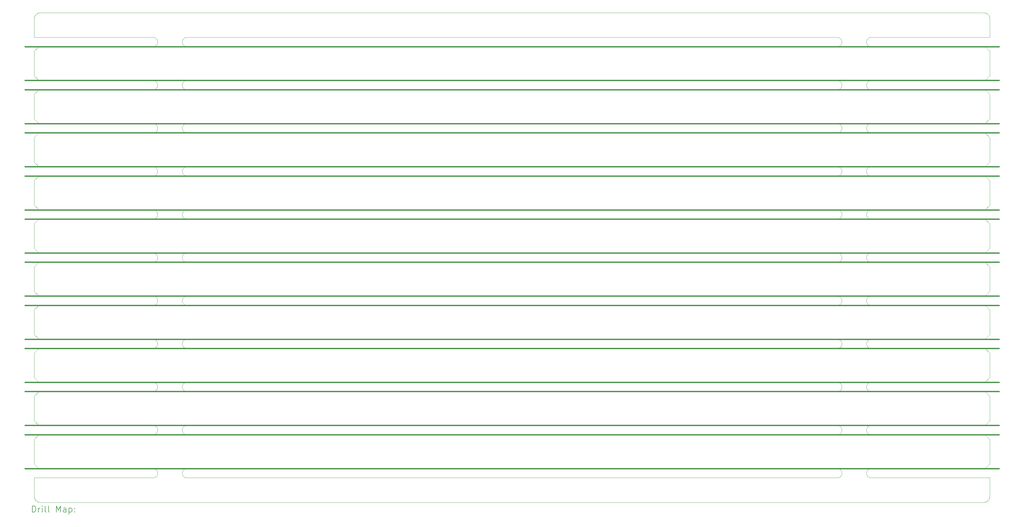
<source format=gbr>
%TF.GenerationSoftware,KiCad,Pcbnew,(6.0.7)*%
%TF.CreationDate,2023-02-06T13:38:02+00:00*%
%TF.ProjectId,Dayspring_P,44617973-7072-4696-9e67-5f502e6b6963,rev?*%
%TF.SameCoordinates,Original*%
%TF.FileFunction,Drillmap*%
%TF.FilePolarity,Positive*%
%FSLAX45Y45*%
G04 Gerber Fmt 4.5, Leading zero omitted, Abs format (unit mm)*
G04 Created by KiCad (PCBNEW (6.0.7)) date 2023-02-06 13:38:02*
%MOMM*%
%LPD*%
G01*
G04 APERTURE LIST*
%ADD10C,0.100000*%
%ADD11C,0.400000*%
%ADD12C,0.200000*%
G04 APERTURE END LIST*
D10*
X27633780Y-9325111D02*
X27639759Y-9329322D01*
X1516011Y-17278201D02*
X1523644Y-17294236D01*
X28634395Y-6799282D02*
X28627137Y-6798387D01*
X6412796Y-13504466D02*
X6419932Y-13502863D01*
X28605748Y-13506416D02*
X28612796Y-13504466D01*
X5439759Y-14929322D02*
X5445524Y-14933822D01*
X5498387Y-9472863D02*
X5497137Y-9480068D01*
X6441689Y-10999820D02*
X6434395Y-10999282D01*
X28566220Y-14925111D02*
X28572399Y-14921199D01*
X6302863Y-8019932D02*
X6304466Y-8012796D01*
X32499915Y-13349885D02*
X32499951Y-12550258D01*
X5495534Y-13687204D02*
X5493584Y-13694252D01*
X6348938Y-12361401D02*
X6343641Y-12356359D01*
X6329322Y-6560241D02*
X6333822Y-6554475D01*
X27666178Y-10754476D02*
X27670678Y-10760241D01*
X28619932Y-10997137D02*
X28612796Y-10995534D01*
X5433780Y-12125111D02*
X5439759Y-12129322D01*
X27700000Y-2449012D02*
X27699820Y-2458311D01*
X5380068Y-15197137D02*
X5372863Y-15198387D01*
X27674889Y-12333780D02*
X27670678Y-12339759D01*
D11*
X1200000Y-4000000D02*
X32800000Y-4000000D01*
D10*
X6372399Y-2321199D02*
X6378762Y-2317594D01*
X5495534Y-15087204D02*
X5493584Y-15094252D01*
X1501302Y-5548698D02*
X1500085Y-5550115D01*
X28619932Y-16302863D02*
X28627137Y-16301613D01*
X1650404Y-6800035D02*
X1649813Y-6800246D01*
X27594252Y-12393584D02*
X27587204Y-12395534D01*
X1504290Y-1659196D02*
X1503573Y-1662803D01*
X6306416Y-9494252D02*
X6304466Y-9487204D01*
X5350988Y-4000000D02*
X1650404Y-4000035D01*
X28521199Y-16372399D02*
X28525111Y-16366220D01*
X28578762Y-2582406D02*
X28572399Y-2578801D01*
X28501613Y-8072863D02*
X28500718Y-8065604D01*
X32499199Y-16600044D02*
X28649012Y-16600000D01*
X32349838Y-9600071D02*
X28649012Y-9600000D01*
X6398803Y-3991290D02*
X6391980Y-3988658D01*
X27587204Y-7904466D02*
X27594252Y-7906416D01*
X6304466Y-2412796D02*
X6306416Y-2405748D01*
X28619932Y-12397137D02*
X28612796Y-12395534D01*
X27627601Y-2578801D02*
X27621238Y-2582406D01*
X32351302Y-9298698D02*
X32499858Y-9150021D01*
X5372863Y-10998387D02*
X5365605Y-10999282D01*
X5491290Y-5301196D02*
X5488658Y-5308020D01*
X27698387Y-8027137D02*
X27699282Y-8034395D01*
X27639759Y-6770678D02*
X27633780Y-6774889D01*
X28554475Y-7933822D02*
X28560241Y-7929322D01*
X27699282Y-13634395D02*
X27699820Y-13641689D01*
X28521199Y-2372399D02*
X28525111Y-2366220D01*
X28619932Y-13797137D02*
X28612796Y-13795534D01*
X6314306Y-7985294D02*
X6317594Y-7978762D01*
X6354475Y-13766178D02*
X6348938Y-13761401D01*
X28525111Y-2366220D02*
X28529322Y-2360241D01*
X5498387Y-3872863D02*
X5497137Y-3880068D01*
X5500000Y-12249012D02*
X5499820Y-12258311D01*
X5478801Y-3772399D02*
X5482406Y-3778762D01*
X5439759Y-12129322D02*
X5445524Y-12133822D01*
X27587204Y-3704466D02*
X27594252Y-3706416D01*
X27627601Y-6521199D02*
X27633780Y-6525111D01*
X5499820Y-15058311D02*
X5499282Y-15065604D01*
X28508710Y-6701196D02*
X28506416Y-6694252D01*
X32498698Y-2748698D02*
X32350147Y-2600217D01*
X27550988Y-15200000D02*
X6449012Y-15200000D01*
X28619932Y-14902863D02*
X28627137Y-14901613D01*
X5414706Y-6785694D02*
X5408020Y-6788658D01*
X27685694Y-3785294D02*
X27688658Y-3791980D01*
X6366220Y-12374889D02*
X6360241Y-12370678D01*
X27550988Y-3700000D02*
X27558311Y-3700180D01*
X6378762Y-14917594D02*
X6385294Y-14914306D01*
X27601196Y-5391290D02*
X27594252Y-5393584D01*
X5451062Y-8161401D02*
X5445524Y-8166178D01*
X28502863Y-13619932D02*
X28504466Y-13612796D01*
X6325111Y-6566220D02*
X6329322Y-6560241D01*
X27608020Y-12111342D02*
X27614705Y-12114306D01*
D11*
X1200000Y-12400000D02*
X32800000Y-12400000D01*
D10*
X27685694Y-9514706D02*
X27682406Y-9521238D01*
X1649813Y-9600246D02*
X1648698Y-9601302D01*
X32376497Y-1515257D02*
X32359790Y-1509232D01*
X5485694Y-14985294D02*
X5488658Y-14991980D01*
X6348938Y-6538598D02*
X6354475Y-6533822D01*
X28585294Y-2314306D02*
X28591980Y-2311342D01*
X1650162Y-5099929D02*
X5350988Y-5100000D01*
X6391980Y-14911342D02*
X6398803Y-14908710D01*
X6441689Y-12399820D02*
X6434395Y-12399282D01*
X1500246Y-7750187D02*
X1501302Y-7751302D01*
X27656359Y-8156359D02*
X27651062Y-8161401D01*
X6391980Y-10988658D02*
X6385294Y-10985694D01*
X32500000Y-2298159D02*
X32500000Y-1701841D01*
X6441689Y-2599820D02*
X6434395Y-2599282D01*
X6412796Y-3995534D02*
X6405748Y-3993584D01*
X5493584Y-10894252D02*
X5491290Y-10901196D01*
X6412796Y-12395534D02*
X6405748Y-12393584D01*
X5491290Y-6598803D02*
X5493584Y-6605748D01*
X6301613Y-8027137D02*
X6302863Y-8019932D01*
X6441689Y-5399820D02*
X6434395Y-5399282D01*
X27594252Y-13793584D02*
X27587204Y-13795534D01*
X27580068Y-3997137D02*
X27572863Y-3998387D01*
X5445524Y-10733822D02*
X5451062Y-10738599D01*
X1500246Y-11950187D02*
X1501302Y-11951302D01*
X28598803Y-5391290D02*
X28591980Y-5388658D01*
X28627137Y-14901613D02*
X28634395Y-14900718D01*
D11*
X1200000Y-3700000D02*
X32800000Y-3700000D01*
D10*
X6300180Y-9458311D02*
X6300000Y-9450988D01*
X28533822Y-2545524D02*
X28529322Y-2539759D01*
X28649012Y-15200000D02*
X28641689Y-15199820D01*
X28612796Y-2595534D02*
X28605748Y-2593584D01*
X5456359Y-6543641D02*
X5461401Y-6548938D01*
X5485694Y-2385294D02*
X5488658Y-2391980D01*
X28543641Y-2556359D02*
X28538598Y-2551062D01*
X28560241Y-5370678D02*
X28554475Y-5366178D01*
X6378762Y-7917594D02*
X6385294Y-7914306D01*
X6338598Y-5351062D02*
X6333822Y-5345524D01*
X27674889Y-5166220D02*
X27678801Y-5172399D01*
X1650162Y-10699929D02*
X5350988Y-10700000D01*
X5421238Y-2582406D02*
X5414706Y-2585694D01*
X5499282Y-6665604D02*
X5498387Y-6672863D01*
X6311342Y-2508020D02*
X6308710Y-2501196D01*
X6360241Y-3970678D02*
X6354475Y-3966178D01*
X5408020Y-8188658D02*
X5401196Y-8191290D01*
X28514306Y-13585294D02*
X28517594Y-13578762D01*
X28504466Y-3812796D02*
X28506416Y-3805748D01*
X6348938Y-16561401D02*
X6343641Y-16556359D01*
X6427137Y-7901613D02*
X6434395Y-7900718D01*
X27645524Y-3966178D02*
X27639759Y-3970678D01*
X6378762Y-2317594D02*
X6385294Y-2314306D01*
X27633780Y-3974889D02*
X27627601Y-3978801D01*
X6419932Y-12102863D02*
X6427137Y-12101613D01*
X27608020Y-13788658D02*
X27601196Y-13791290D01*
X27558311Y-6500180D02*
X27565604Y-6500718D01*
X6317594Y-3921238D02*
X6314306Y-3914705D01*
X5427601Y-3721199D02*
X5433780Y-3725111D01*
X27627601Y-6778801D02*
X27621238Y-6782406D01*
X5488658Y-9391980D02*
X5491290Y-9398804D01*
X27700000Y-15049012D02*
X27699820Y-15058311D01*
X27682406Y-8121238D02*
X27678801Y-8127601D01*
X28634395Y-8199282D02*
X28627137Y-8198387D01*
X27601196Y-15191290D02*
X27594252Y-15193584D01*
X28538598Y-15151062D02*
X28533822Y-15145524D01*
X5350988Y-12400000D02*
X1650404Y-12400035D01*
X5421238Y-16317594D02*
X5427601Y-16321199D01*
X6366220Y-6774889D02*
X6360241Y-6770678D01*
X27656359Y-2343641D02*
X27661401Y-2348938D01*
X28634395Y-10700718D02*
X28641689Y-10700180D01*
X28572399Y-9321199D02*
X28578762Y-9317594D01*
X5350988Y-3700000D02*
X5358311Y-3700180D01*
X28560241Y-10970678D02*
X28554475Y-10966178D01*
X28511342Y-13591980D02*
X28514306Y-13585294D01*
X28566220Y-8174889D02*
X28560241Y-8170678D01*
X1650306Y-16299958D02*
X1651841Y-16300000D01*
X5495534Y-12212796D02*
X5497137Y-12219932D01*
X32499754Y-5549813D02*
X32498698Y-5548698D01*
X27656359Y-2556359D02*
X27651062Y-2561401D01*
X27621238Y-2317594D02*
X27627601Y-2321199D01*
X28521199Y-13727601D02*
X28517594Y-13721238D01*
X28548938Y-5138599D02*
X28554475Y-5133822D01*
X6300718Y-13634395D02*
X6301613Y-13627137D01*
X28511342Y-6591980D02*
X28514306Y-6585294D01*
X6360241Y-7929322D02*
X6366220Y-7925111D01*
X5470678Y-15139759D02*
X5466178Y-15145524D01*
X27697137Y-12280068D02*
X27695534Y-12287204D01*
X5497137Y-3819932D02*
X5498387Y-3827137D01*
X5394252Y-10993584D02*
X5387204Y-10995534D01*
X27550988Y-16300000D02*
X27558311Y-16300180D01*
X5433780Y-10974889D02*
X5427601Y-10978801D01*
X6300180Y-6658311D02*
X6300000Y-6650988D01*
X5451062Y-12138598D02*
X5456359Y-12143641D01*
X27645524Y-13766178D02*
X27639759Y-13770678D01*
X27685694Y-7985294D02*
X27688658Y-7991980D01*
X5456359Y-15156359D02*
X5451062Y-15161401D01*
X32351302Y-7898698D02*
X32499835Y-7750064D01*
X28591980Y-7911342D02*
X28598803Y-7908710D01*
X28525111Y-16366220D02*
X28529322Y-16360241D01*
X28578762Y-12117594D02*
X28585294Y-12114306D01*
X6300180Y-10841689D02*
X6300718Y-10834395D01*
X27627601Y-3978801D02*
X27621238Y-3982406D01*
X6304466Y-12287204D02*
X6302863Y-12280068D01*
X6343641Y-14943641D02*
X6348938Y-14938598D01*
X5394252Y-2306416D02*
X5401196Y-2308710D01*
X27666178Y-6745524D02*
X27661401Y-6751062D01*
X28649012Y-12400000D02*
X28641689Y-12399820D01*
X1650162Y-7899929D02*
X5350988Y-7900000D01*
X28543641Y-13543641D02*
X28548938Y-13538598D01*
X5466178Y-13745524D02*
X5461401Y-13751062D01*
X32351284Y-5098715D02*
X32498698Y-4951302D01*
X27698387Y-3827137D02*
X27699282Y-3834395D01*
X27572863Y-13501613D02*
X27580068Y-13502863D01*
X27614705Y-3985694D02*
X27608020Y-3988658D01*
X28504466Y-8087204D02*
X28502863Y-8080068D01*
X27614705Y-5114306D02*
X27621238Y-5117594D01*
X27693584Y-12205748D02*
X27695534Y-12212796D01*
X5350988Y-5400000D02*
X1650404Y-5400035D01*
X27608020Y-2588658D02*
X27601196Y-2591290D01*
X28572399Y-9578801D02*
X28566220Y-9574889D01*
X28649012Y-13800000D02*
X28641689Y-13799820D01*
X5491290Y-6701196D02*
X5488658Y-6708020D01*
X5482406Y-8121238D02*
X5478801Y-8127601D01*
X28598803Y-16591290D02*
X28591980Y-16588658D01*
X27558311Y-6799820D02*
X27550988Y-6800000D01*
X28514306Y-6714705D02*
X28511342Y-6708020D01*
X5445524Y-6533822D02*
X5451062Y-6538598D01*
X27639759Y-5370678D02*
X27633780Y-5374889D01*
X1500049Y-4949742D02*
X1500246Y-4950187D01*
X28619932Y-2597137D02*
X28612796Y-2595534D01*
X6317594Y-13578762D02*
X6321199Y-13572399D01*
X28548938Y-8161401D02*
X28543641Y-8156359D01*
X5499282Y-13665604D02*
X5498387Y-13672863D01*
X32465197Y-17312593D02*
X32467240Y-17309535D01*
X27693584Y-6605748D02*
X27695534Y-6612796D01*
X27695534Y-2412796D02*
X27697137Y-2419932D01*
X28634395Y-2599282D02*
X28627137Y-2598387D01*
X27639759Y-8170678D02*
X27633780Y-8174889D01*
X5394252Y-15193584D02*
X5387204Y-15195534D01*
X32426831Y-17354582D02*
X32440057Y-17342658D01*
X28500000Y-15050988D02*
X28500180Y-15041689D01*
X28560241Y-13529322D02*
X28566220Y-13525111D01*
X27674889Y-9366220D02*
X27678801Y-9372399D01*
X6308710Y-12198803D02*
X6311342Y-12191980D01*
X6385294Y-10985694D02*
X6378762Y-10982406D01*
X27666178Y-13745524D02*
X27661401Y-13751062D01*
X5491290Y-9398804D02*
X5493584Y-9405748D01*
X5387204Y-3704466D02*
X5394252Y-3706416D01*
X27633780Y-12125111D02*
X27639759Y-12129322D01*
X6398803Y-16591290D02*
X6391980Y-16588658D01*
X27572863Y-2301613D02*
X27580068Y-2302863D01*
X5493584Y-3894252D02*
X5491290Y-3901196D01*
X1500246Y-10550187D02*
X1501302Y-10551302D01*
X6304466Y-9412796D02*
X6306416Y-9405748D01*
X27678801Y-6572399D02*
X27682406Y-6578762D01*
X27601196Y-12108710D02*
X27608020Y-12111342D01*
X5461401Y-9348938D02*
X5466178Y-9354476D01*
X5456359Y-10956359D02*
X5451062Y-10961401D01*
X6338598Y-13548938D02*
X6343641Y-13543641D01*
X32499951Y-13950258D02*
X32499754Y-13949813D01*
X28612796Y-8195534D02*
X28605748Y-8193584D01*
X6308710Y-2501196D02*
X6306416Y-2494252D01*
X5485694Y-12185294D02*
X5488658Y-12191980D01*
X6338598Y-2348938D02*
X6343641Y-2343641D01*
X27685694Y-9385294D02*
X27688658Y-9391980D01*
X28517594Y-5321238D02*
X28514306Y-5314706D01*
X6338598Y-12148938D02*
X6343641Y-12143641D01*
X6317594Y-5178762D02*
X6321199Y-5172399D01*
X32351302Y-12401302D02*
X32349838Y-12400071D01*
X1500000Y-15351841D02*
X1500049Y-16149742D01*
X5498387Y-10827137D02*
X5499282Y-10834395D01*
X5466178Y-7954475D02*
X5470678Y-7960241D01*
X5445524Y-5133822D02*
X5451062Y-5138599D01*
X5380068Y-7902863D02*
X5387204Y-7904466D01*
X6325111Y-3933780D02*
X6321199Y-3927601D01*
X27695534Y-8012796D02*
X27697137Y-8019932D01*
X6354475Y-10733822D02*
X6360241Y-10729322D01*
X27699282Y-9465605D02*
X27698387Y-9472863D01*
X28521199Y-5172399D02*
X28525111Y-5166220D01*
X28538598Y-16551062D02*
X28533822Y-16545524D01*
X5499820Y-10858311D02*
X5499282Y-10865605D01*
X28560241Y-13770678D02*
X28554475Y-13766178D01*
X27656359Y-10743641D02*
X27661401Y-10748938D01*
X27691290Y-12301196D02*
X27688658Y-12308020D01*
X6300180Y-12258311D02*
X6300000Y-12250988D01*
X27682406Y-6578762D02*
X27685694Y-6585294D01*
X28500180Y-8041689D02*
X28500718Y-8034395D01*
X28502863Y-8080068D02*
X28501613Y-8072863D01*
X6321199Y-2372399D02*
X6325111Y-2366220D01*
X32349885Y-3699915D02*
X32351302Y-3698698D01*
X28543641Y-10743641D02*
X28548938Y-10738599D01*
X5498387Y-2427137D02*
X5499282Y-2434395D01*
X28560241Y-6529322D02*
X28566220Y-6525111D01*
X27674889Y-10933780D02*
X27670678Y-10939759D01*
X6329322Y-16360241D02*
X6333822Y-16354475D01*
X27621238Y-13517594D02*
X27627601Y-13521199D01*
X6343641Y-6756359D02*
X6338598Y-6751062D01*
X28578762Y-5382406D02*
X28572399Y-5378801D01*
X28548938Y-6761401D02*
X28543641Y-6756359D01*
X6302863Y-5280068D02*
X6301613Y-5272863D01*
X5421238Y-7917594D02*
X5427601Y-7921199D01*
X5445524Y-7933822D02*
X5451062Y-7938598D01*
X5414706Y-12385694D02*
X5408020Y-12388658D01*
X28543641Y-9556359D02*
X28538598Y-9551062D01*
X32349596Y-13499965D02*
X32350187Y-13499754D01*
X5498387Y-13672863D02*
X5497137Y-13680068D01*
X5461401Y-10748938D02*
X5466178Y-10754476D01*
X27580068Y-6502863D02*
X27587204Y-6504466D01*
X5474889Y-16533780D02*
X5470678Y-16539759D01*
X28508710Y-9398804D02*
X28511342Y-9391980D01*
X5456359Y-14943641D02*
X5461401Y-14948938D01*
X28560241Y-16329322D02*
X28566220Y-16325111D01*
X5365605Y-9300718D02*
X5372863Y-9301613D01*
X27651062Y-9338599D02*
X27656359Y-9343641D01*
X5358311Y-2599820D02*
X5350988Y-2600000D01*
X27685694Y-10785294D02*
X27688658Y-10791980D01*
X32349694Y-2600042D02*
X32348159Y-2600000D01*
X27688658Y-15108020D02*
X27685694Y-15114705D01*
X5461401Y-7948938D02*
X5466178Y-7954475D01*
X27678801Y-6727601D02*
X27674889Y-6733780D01*
X5478801Y-3927601D02*
X5474889Y-3933780D01*
X5408020Y-9311342D02*
X5414706Y-9314306D01*
X27685694Y-13585294D02*
X27688658Y-13591980D01*
X27580068Y-2302863D02*
X27587204Y-2304466D01*
X6412796Y-2595534D02*
X6405748Y-2593584D01*
X28529322Y-3939759D02*
X28525111Y-3933780D01*
X5456359Y-7943641D02*
X5461401Y-7948938D01*
X27601196Y-14908710D02*
X27608020Y-14911342D01*
X6300718Y-15065604D02*
X6300180Y-15058311D01*
X27670678Y-12339759D02*
X27666178Y-12345524D01*
X5478801Y-7972399D02*
X5482406Y-7978762D01*
X28500718Y-3865604D02*
X28500180Y-3858311D01*
X6412796Y-7904466D02*
X6419932Y-7902863D01*
X6398803Y-8191290D02*
X6391980Y-8188658D01*
X28578762Y-3717594D02*
X28585294Y-3714306D01*
X5470678Y-12160241D02*
X5474889Y-12166220D01*
X5401196Y-5391290D02*
X5394252Y-5393584D01*
X28627137Y-9301613D02*
X28634395Y-9300718D01*
X32349596Y-6499965D02*
X32350187Y-6499754D01*
X6441689Y-14900180D02*
X6449012Y-14900000D01*
X28529322Y-7960241D02*
X28533822Y-7954475D01*
X28566220Y-12374889D02*
X28560241Y-12370678D01*
X5482406Y-12321238D02*
X5478801Y-12327601D01*
X28578762Y-14917594D02*
X28585294Y-14914306D01*
X6300180Y-8041689D02*
X6300718Y-8034395D01*
X27651062Y-14938598D02*
X27656359Y-14943641D01*
X28543641Y-10956359D02*
X28538598Y-10951062D01*
X1500049Y-11949742D02*
X1500246Y-11950187D01*
X27639759Y-9570678D02*
X27633780Y-9574889D01*
X6325111Y-9366220D02*
X6329322Y-9360241D01*
X5497137Y-9480068D02*
X5495534Y-9487204D01*
X6301613Y-6627137D02*
X6302863Y-6619932D01*
X6427137Y-2598387D02*
X6419932Y-2597137D01*
X6329322Y-13739759D02*
X6325111Y-13733780D01*
X28500718Y-13634395D02*
X28501613Y-13627137D01*
X6300180Y-15041689D02*
X6300718Y-15034395D01*
X27700000Y-6649012D02*
X27699820Y-6658311D01*
X27699820Y-6658311D02*
X27699282Y-6665604D01*
X1501302Y-6351302D02*
X1648698Y-6498698D01*
X28591980Y-8188658D02*
X28585294Y-8185694D01*
X27558311Y-5399820D02*
X27550988Y-5400000D01*
X27697137Y-6619932D02*
X27698387Y-6627137D01*
X27697137Y-16419932D02*
X27698387Y-16427137D01*
X27698387Y-16472863D02*
X27697137Y-16480068D01*
X5387204Y-10995534D02*
X5380068Y-10997137D01*
X5497137Y-2480068D02*
X5495534Y-2487204D01*
X1500120Y-8350023D02*
X1500000Y-8351841D01*
X5365605Y-5100718D02*
X5372863Y-5101613D01*
X28502863Y-9480068D02*
X28501613Y-9472863D01*
X28585294Y-3985694D02*
X28578762Y-3982406D01*
X28627137Y-6798387D02*
X28619932Y-6797137D01*
X6329322Y-10939759D02*
X6325111Y-10933780D01*
X28543641Y-2343641D02*
X28548938Y-2338599D01*
X32351302Y-13498698D02*
X32498698Y-13351302D01*
X27682406Y-10778762D02*
X27685694Y-10785294D01*
X27651062Y-12138598D02*
X27656359Y-12143641D01*
X28566220Y-6774889D02*
X28560241Y-6770678D01*
X28504466Y-6612796D02*
X28506416Y-6605748D01*
X6427137Y-9598387D02*
X6419932Y-9597137D01*
X5445524Y-9566178D02*
X5439759Y-9570678D01*
X5456359Y-2556359D02*
X5451062Y-2561401D01*
X28641689Y-2599820D02*
X28634395Y-2599282D01*
X5491290Y-10901196D02*
X5488658Y-10908020D01*
X27645524Y-13533822D02*
X27651062Y-13538598D01*
X5358311Y-5399820D02*
X5350988Y-5400000D01*
X28619932Y-5397137D02*
X28612796Y-5395534D01*
X6300180Y-2458311D02*
X6300000Y-2450988D01*
X28517594Y-5178762D02*
X28521199Y-5172399D01*
X27678801Y-13572399D02*
X27682406Y-13578762D01*
X5485694Y-7985294D02*
X5488658Y-7991980D01*
X5499282Y-10834395D02*
X5499820Y-10841689D01*
X27670678Y-7960241D02*
X27674889Y-7966220D01*
X28506416Y-8005748D02*
X28508710Y-7998803D01*
X5499282Y-16465604D02*
X5498387Y-16472863D01*
X6419932Y-16597137D02*
X6412796Y-16595534D01*
X28521199Y-9527601D02*
X28517594Y-9521238D01*
X28502863Y-10880068D02*
X28501613Y-10872863D01*
X5474889Y-8133780D02*
X5470678Y-8139759D01*
X28634395Y-3700718D02*
X28641689Y-3700180D01*
X28627137Y-13798387D02*
X28619932Y-13797137D01*
X5482406Y-16378762D02*
X5485694Y-16385294D01*
X5493584Y-12205748D02*
X5495534Y-12212796D01*
X27688658Y-5191980D02*
X27691290Y-5198804D01*
X6300718Y-5234395D02*
X6301613Y-5227137D01*
X5493584Y-6605748D02*
X5495534Y-6612796D01*
X6329322Y-12339759D02*
X6325111Y-12333780D01*
X5466178Y-16354475D02*
X5470678Y-16360241D01*
X27651062Y-8161401D02*
X27645524Y-8166178D01*
X28529322Y-14960241D02*
X28533822Y-14954475D01*
X5499820Y-16458311D02*
X5499282Y-16465604D01*
X27666178Y-14954475D02*
X27670678Y-14960241D01*
X6385294Y-10714306D02*
X6391980Y-10711342D01*
X6300718Y-12265604D02*
X6300180Y-12258311D01*
X28598803Y-2591290D02*
X28591980Y-2588658D01*
X5414706Y-5385694D02*
X5408020Y-5388658D01*
X5445524Y-12133822D02*
X5451062Y-12138598D01*
X27685694Y-2385294D02*
X27688658Y-2391980D01*
X6321199Y-9527601D02*
X6317594Y-9521238D01*
X28511342Y-6708020D02*
X28508710Y-6701196D01*
X5387204Y-8195534D02*
X5380068Y-8197137D01*
X32485396Y-17274803D02*
X32491352Y-17258020D01*
X27565604Y-6500718D02*
X27572863Y-6501613D01*
X6304466Y-16487204D02*
X6302863Y-16480068D01*
X28548938Y-16338598D02*
X28554475Y-16333822D01*
X27670678Y-9360241D02*
X27674889Y-9366220D01*
D11*
X1200000Y-10700000D02*
X32800000Y-10700000D01*
D10*
X5350988Y-8200000D02*
X1650404Y-8200035D01*
X32491352Y-17258020D02*
X32495710Y-17240804D01*
X1500164Y-11149936D02*
X1500000Y-11151841D01*
X28529322Y-9360241D02*
X28533822Y-9354476D01*
X1604142Y-1524562D02*
X1588891Y-1533757D01*
X27587204Y-15195534D02*
X27580068Y-15197137D01*
X6329322Y-2539759D02*
X6325111Y-2533780D01*
X27651062Y-3738598D02*
X27656359Y-3743641D01*
X1544301Y-1574600D02*
X1534803Y-1587407D01*
X27700000Y-9449012D02*
X27699820Y-9458311D01*
X28605748Y-5106416D02*
X28612796Y-5104466D01*
X27633780Y-6774889D02*
X27627601Y-6778801D01*
X6427137Y-6501613D02*
X6434395Y-6500718D01*
X5433780Y-8174889D02*
X5427601Y-8178801D01*
X1500102Y-14749931D02*
X1501302Y-14751302D01*
X28634395Y-9599282D02*
X28627137Y-9598387D01*
X6354475Y-3733822D02*
X6360241Y-3729322D01*
X28525111Y-9533780D02*
X28521199Y-9527601D01*
X6325111Y-2366220D02*
X6329322Y-2360241D01*
X27691290Y-3798803D02*
X27693584Y-3805748D01*
X28566220Y-13774889D02*
X28560241Y-13770678D01*
X5427601Y-5121199D02*
X5433780Y-5125111D01*
X5485694Y-8114705D02*
X5482406Y-8121238D01*
X5461401Y-13751062D02*
X5456359Y-13756359D01*
X5401196Y-12391290D02*
X5394252Y-12393584D01*
X1500246Y-6350187D02*
X1501302Y-6351302D01*
X28578762Y-6782406D02*
X28572399Y-6778801D01*
X32499894Y-2299385D02*
X32500000Y-2298159D01*
X6398803Y-3708710D02*
X6405748Y-3706416D01*
X5499820Y-12258311D02*
X5499282Y-12265604D01*
X5474889Y-2366220D02*
X5478801Y-2372399D01*
X28506416Y-9405748D02*
X28508710Y-9398804D01*
X27608020Y-3711342D02*
X27614705Y-3714306D01*
X28634395Y-15199282D02*
X28627137Y-15198387D01*
X28501613Y-16472863D02*
X28500718Y-16465604D01*
X1650115Y-14899915D02*
X5350988Y-14900000D01*
X5401196Y-13508710D02*
X5408020Y-13511342D01*
X5456359Y-13756359D02*
X5451062Y-13761401D01*
X27688658Y-12191980D02*
X27691290Y-12198803D01*
X6317594Y-3778762D02*
X6321199Y-3772399D01*
X27565604Y-16300718D02*
X27572863Y-16301613D01*
X27693584Y-3805748D02*
X27695534Y-3812796D01*
X6427137Y-16598387D02*
X6419932Y-16597137D01*
X28548938Y-7938598D02*
X28554475Y-7933822D01*
X1649813Y-12400246D02*
X1648698Y-12401302D01*
X28500718Y-10834395D02*
X28501613Y-10827137D01*
X32319623Y-1501011D02*
X32298159Y-1500000D01*
X1648698Y-8201302D02*
X1501302Y-8348698D01*
X5488658Y-12308020D02*
X5485694Y-12314705D01*
X6405748Y-13793584D02*
X6398803Y-13791290D01*
X28578762Y-13517594D02*
X28585294Y-13514306D01*
X5365605Y-15199282D02*
X5358311Y-15199820D01*
X5470678Y-2360241D02*
X5474889Y-2366220D01*
X6301613Y-2427137D02*
X6302863Y-2419932D01*
X5499282Y-13634395D02*
X5499820Y-13641689D01*
X6441689Y-13500180D02*
X6449012Y-13500000D01*
X27661401Y-10748938D02*
X27666178Y-10754476D01*
X5478801Y-14972399D02*
X5482406Y-14978762D01*
X27614705Y-12385694D02*
X27608020Y-12388658D01*
X28634395Y-3999282D02*
X28627137Y-3998387D01*
X27691290Y-15101196D02*
X27688658Y-15108020D01*
X6378762Y-9317594D02*
X6385294Y-9314306D01*
X6391980Y-16311342D02*
X6398803Y-16308710D01*
X27700000Y-5250988D02*
X27699820Y-5258311D01*
X27670678Y-2360241D02*
X27674889Y-2366220D01*
X27580068Y-3702863D02*
X27587204Y-3704466D01*
X28521199Y-6572399D02*
X28525111Y-6566220D01*
X28514306Y-15114705D02*
X28511342Y-15108020D01*
X27699282Y-16434395D02*
X27699820Y-16441689D01*
X27698387Y-5272863D02*
X27697137Y-5280068D01*
X27699282Y-5234395D02*
X27699820Y-5241689D01*
X5439759Y-2570678D02*
X5433780Y-2574889D01*
X1500246Y-4950187D02*
X1501302Y-4951302D01*
X6333822Y-13745524D02*
X6329322Y-13739759D01*
X5478801Y-12172399D02*
X5482406Y-12178762D01*
X32351302Y-5401302D02*
X32349838Y-5400071D01*
X27656359Y-13756359D02*
X27651062Y-13761401D01*
X28500180Y-5258311D02*
X28500000Y-5250988D01*
X5445524Y-3733822D02*
X5451062Y-3738598D01*
X5439759Y-5370678D02*
X5433780Y-5374889D01*
X28529322Y-10760241D02*
X28533822Y-10754476D01*
X28578762Y-5117594D02*
X28585294Y-5114306D01*
D11*
X1200000Y-6500000D02*
X32800000Y-6500000D01*
D10*
X5499820Y-3841689D02*
X5500000Y-3849012D01*
X5498387Y-15072863D02*
X5497137Y-15080068D01*
X5451062Y-12361401D02*
X5445524Y-12366178D01*
X28529322Y-15139759D02*
X28525111Y-15133780D01*
X27697137Y-15080068D02*
X27695534Y-15087204D01*
X28591980Y-6511342D02*
X28598803Y-6508710D01*
X6304466Y-2487204D02*
X6302863Y-2480068D01*
X6348938Y-13761401D02*
X6343641Y-13756359D01*
X5365605Y-3700718D02*
X5372863Y-3701613D01*
X6304466Y-8012796D02*
X6306416Y-8005748D01*
X28529322Y-13560241D02*
X28533822Y-13554475D01*
X1650404Y-8200035D02*
X1649813Y-8200246D01*
X28612796Y-14904466D02*
X28619932Y-14902863D01*
X6441689Y-7900180D02*
X6449012Y-7900000D01*
X6300718Y-3865604D02*
X6300180Y-3858311D01*
X5445524Y-2333822D02*
X5451062Y-2338599D01*
X28514306Y-6585294D02*
X28517594Y-6578762D01*
X5497137Y-13680068D02*
X5495534Y-13687204D01*
X27594252Y-7906416D02*
X27601196Y-7908710D01*
X27627601Y-5378801D02*
X27621238Y-5382406D01*
X5350988Y-5100000D02*
X5358311Y-5100180D01*
X27685694Y-13714705D02*
X27682406Y-13721238D01*
X6412796Y-5104466D02*
X6419932Y-5102863D01*
X5491290Y-5198804D02*
X5493584Y-5205748D01*
X5401196Y-9591290D02*
X5394252Y-9593584D01*
X28634395Y-7900718D02*
X28641689Y-7900180D01*
X5433780Y-5374889D02*
X5427601Y-5378801D01*
X6311342Y-12191980D02*
X6314306Y-12185294D01*
X6301613Y-3872863D02*
X6300718Y-3865604D01*
X5372863Y-16598387D02*
X5365605Y-16599282D01*
X6427137Y-2301613D02*
X6434395Y-2300718D01*
X6405748Y-16306416D02*
X6412796Y-16304466D01*
X28529322Y-6739759D02*
X28525111Y-6733780D01*
X27695534Y-6612796D02*
X27697137Y-6619932D01*
X6343641Y-2343641D02*
X6348938Y-2338599D01*
X5499282Y-12265604D02*
X5498387Y-12272863D01*
X28605748Y-9593584D02*
X28598803Y-9591290D01*
X6449012Y-12400000D02*
X6441689Y-12399820D01*
X27661401Y-13751062D02*
X27656359Y-13756359D01*
X27627601Y-3721199D02*
X27633780Y-3725111D01*
X5495534Y-10812796D02*
X5497137Y-10819932D01*
X5451062Y-13538598D02*
X5456359Y-13543641D01*
X32498698Y-12548698D02*
X32351302Y-12401302D01*
X27608020Y-10711342D02*
X27614705Y-10714306D01*
X5365605Y-8199282D02*
X5358311Y-8199820D01*
X6300180Y-16441689D02*
X6300718Y-16434395D01*
X27587204Y-12104466D02*
X27594252Y-12106416D01*
X6300718Y-10834395D02*
X6301613Y-10827137D01*
X27670678Y-6560241D02*
X27674889Y-6566220D01*
X6385294Y-5114306D02*
X6391980Y-5111342D01*
X5387204Y-6795534D02*
X5380068Y-6797137D01*
X6301613Y-9472863D02*
X6300718Y-9465605D01*
X6427137Y-10998387D02*
X6419932Y-10997137D01*
X6314306Y-3914705D02*
X6311342Y-3908020D01*
X5491290Y-13701196D02*
X5488658Y-13708020D01*
X6311342Y-15108020D02*
X6308710Y-15101196D01*
X32349596Y-12099965D02*
X32350187Y-12099754D01*
X32349596Y-16299965D02*
X32350187Y-16299754D01*
X32500000Y-16601841D02*
X32499894Y-16600615D01*
X28529322Y-5160241D02*
X28533822Y-5154476D01*
X6427137Y-12101613D02*
X6434395Y-12100718D01*
X32428243Y-1546634D02*
X32425400Y-1544301D01*
X27614705Y-13514306D02*
X27621238Y-13517594D01*
X28641689Y-8199820D02*
X28634395Y-8199282D01*
X6360241Y-10729322D02*
X6366220Y-10725111D01*
X5466178Y-2354476D02*
X5470678Y-2360241D01*
X5493584Y-12294252D02*
X5491290Y-12301196D01*
X28578762Y-12382406D02*
X28572399Y-12378801D01*
X6302863Y-15080068D02*
X6301613Y-15072863D01*
D11*
X1200000Y-13800000D02*
X32800000Y-13800000D01*
D10*
X28500180Y-2458311D02*
X28500000Y-2449012D01*
X28514306Y-9385294D02*
X28517594Y-9378762D01*
X27699282Y-6665604D02*
X27698387Y-6672863D01*
X6372399Y-15178801D02*
X6366220Y-15174889D01*
X6314306Y-6714705D02*
X6311342Y-6708020D01*
X27550988Y-11000000D02*
X6449012Y-11000000D01*
X5414706Y-5114306D02*
X5421238Y-5117594D01*
X5495534Y-2487204D02*
X5493584Y-2494252D01*
X5401196Y-16308710D02*
X5408020Y-16311342D01*
X27565604Y-7900718D02*
X27572863Y-7901613D01*
X27565604Y-16599282D02*
X27558311Y-16599820D01*
X28538598Y-6548938D02*
X28543641Y-6543641D01*
X5470678Y-13739759D02*
X5466178Y-13745524D01*
X6348938Y-9561401D02*
X6343641Y-9556359D01*
X32496427Y-17237197D02*
X32498989Y-17219623D01*
X28578762Y-13782406D02*
X28572399Y-13778801D01*
X28533822Y-7954475D02*
X28538598Y-7948938D01*
X32498698Y-10551302D02*
X32499879Y-10549977D01*
X5358311Y-16300180D02*
X5365605Y-16300718D01*
X27661401Y-5148938D02*
X27666178Y-5154476D01*
X28627137Y-5398387D02*
X28619932Y-5397137D01*
X28591980Y-16588658D02*
X28585294Y-16585694D01*
X1500246Y-16150187D02*
X1501302Y-16151302D01*
X1500106Y-16600615D02*
X1500000Y-16601841D01*
X27639759Y-13770678D02*
X27633780Y-13774889D01*
X28649012Y-16600000D02*
X28641689Y-16599820D01*
X27700000Y-3850988D02*
X27699820Y-3858311D01*
X28543641Y-6756359D02*
X28538598Y-6751062D01*
X6301613Y-5272863D02*
X6300718Y-5265605D01*
X28517594Y-6578762D02*
X28521199Y-6572399D01*
X27693584Y-12294252D02*
X27691290Y-12301196D01*
X5482406Y-9521238D02*
X5478801Y-9527601D01*
X6385294Y-14914306D02*
X6391980Y-14911342D01*
X28525111Y-6566220D02*
X28529322Y-6560241D01*
X27693584Y-16405748D02*
X27695534Y-16412796D01*
X1698186Y-1500089D02*
X1680377Y-1501011D01*
X6302863Y-16480068D02*
X6301613Y-16472863D01*
X27691290Y-8101196D02*
X27688658Y-8108020D01*
X6306416Y-16494252D02*
X6304466Y-16487204D01*
X32359790Y-1509232D02*
X32356271Y-1508165D01*
X28627137Y-5101613D02*
X28634395Y-5100718D01*
X28612796Y-7904466D02*
X28619932Y-7902863D01*
X27688658Y-14991980D02*
X27691290Y-14998803D01*
X27682406Y-13721238D02*
X27678801Y-13727601D01*
X27693584Y-13694252D02*
X27691290Y-13701196D01*
X27633780Y-2325111D02*
X27639759Y-2329322D01*
X5350988Y-9300000D02*
X5358311Y-9300180D01*
X6348938Y-7938598D02*
X6354475Y-7933822D01*
X32378201Y-17383989D02*
X32394279Y-17376333D01*
X6391980Y-9588658D02*
X6385294Y-9585694D01*
X6306416Y-12205748D02*
X6308710Y-12198803D01*
X28521199Y-15127601D02*
X28517594Y-15121238D01*
X5466178Y-13554475D02*
X5470678Y-13560241D01*
X5350988Y-16300000D02*
X5358311Y-16300180D01*
X1501302Y-13948698D02*
X1500246Y-13949813D01*
X5466178Y-15145524D02*
X5461401Y-15151062D01*
X28585294Y-10985694D02*
X28578762Y-10982406D01*
X27699820Y-15058311D02*
X27699282Y-15065604D01*
X6314306Y-10785294D02*
X6317594Y-10778762D01*
X28591980Y-10988658D02*
X28585294Y-10985694D01*
X28538598Y-13548938D02*
X28543641Y-13543641D01*
X27621238Y-5117594D02*
X27627601Y-5121199D01*
X5439759Y-5129322D02*
X5445524Y-5133822D01*
X32339033Y-17396108D02*
X32358020Y-17391352D01*
X32498698Y-11951302D02*
X32499898Y-11949931D01*
X27614705Y-5385694D02*
X27608020Y-5388658D01*
X32499958Y-6349694D02*
X32500000Y-6348159D01*
X27645524Y-2333822D02*
X27651062Y-2338599D01*
X5482406Y-10921238D02*
X5478801Y-10927601D01*
X27678801Y-2372399D02*
X27682406Y-2378762D01*
X6300718Y-15034395D02*
X6301613Y-15027137D01*
X5499820Y-13658311D02*
X5499282Y-13665604D01*
X27661401Y-2551062D02*
X27656359Y-2556359D01*
X28560241Y-9570678D02*
X28554475Y-9566178D01*
X28572399Y-13521199D02*
X28578762Y-13517594D01*
X5394252Y-5106416D02*
X5401196Y-5108710D01*
X6419932Y-5102863D02*
X6427137Y-5101613D01*
X5461401Y-5351062D02*
X5456359Y-5356359D01*
X5350988Y-13500000D02*
X5358311Y-13500180D01*
X28548938Y-13538598D02*
X28554475Y-13533822D01*
X6308710Y-16398803D02*
X6311342Y-16391980D01*
X1648698Y-11001302D02*
X1500164Y-11149936D01*
X5408020Y-12388658D02*
X5401196Y-12391290D01*
X5485694Y-6714705D02*
X5482406Y-6721238D01*
X5485694Y-5185294D02*
X5488658Y-5191980D01*
X1659196Y-17395710D02*
X1662803Y-17396427D01*
X6314306Y-16385294D02*
X6317594Y-16378762D01*
X6385294Y-12385694D02*
X6378762Y-12382406D01*
X28605748Y-12393584D02*
X28598803Y-12391290D01*
X28506416Y-8094252D02*
X28504466Y-8087204D01*
X6378762Y-5382406D02*
X6372399Y-5378801D01*
X6372399Y-13778801D02*
X6366220Y-13774889D01*
X6378762Y-12117594D02*
X6385294Y-12114306D01*
X5493584Y-13694252D02*
X5491290Y-13701196D01*
X28521199Y-10772399D02*
X28525111Y-10766220D01*
X27678801Y-12327601D02*
X27674889Y-12333780D01*
X6321199Y-16527601D02*
X6317594Y-16521238D01*
X6317594Y-6578762D02*
X6321199Y-6572399D01*
X5491290Y-16501196D02*
X5488658Y-16508020D01*
X6449012Y-14900000D02*
X27550988Y-14900000D01*
X28508710Y-2398804D02*
X28511342Y-2391980D01*
X32351302Y-3698698D02*
X32498698Y-3551302D01*
X5421238Y-16582406D02*
X5414706Y-16585694D01*
X28585294Y-12114306D02*
X28591980Y-12111342D01*
X6378762Y-10717594D02*
X6385294Y-10714306D01*
X6300718Y-6665604D02*
X6300180Y-6658311D01*
X5427601Y-3978801D02*
X5421238Y-3982406D01*
X5482406Y-2521238D02*
X5478801Y-2527601D01*
X5456359Y-5143641D02*
X5461401Y-5148938D01*
X27698387Y-5227137D02*
X27699282Y-5234395D01*
X5491290Y-15101196D02*
X5488658Y-15108020D01*
X27666178Y-5154476D02*
X27670678Y-5160241D01*
X1514604Y-17274803D02*
X1516011Y-17278201D01*
X28627137Y-12101613D02*
X28634395Y-12100718D01*
X28591980Y-12388658D02*
X28585294Y-12385694D01*
X27699820Y-3858311D02*
X27699282Y-3865604D01*
X32485396Y-1625196D02*
X32483989Y-1621799D01*
X27633780Y-13525111D02*
X27639759Y-13529322D01*
X6449012Y-16600000D02*
X6441689Y-16599820D01*
X5387204Y-16304466D02*
X5394252Y-16306416D01*
X28506416Y-10805748D02*
X28508710Y-10798804D01*
X6306416Y-9405748D02*
X6308710Y-9398804D01*
X5498387Y-5227137D02*
X5499282Y-5234395D01*
X27698387Y-9472863D02*
X27697137Y-9480068D01*
X27698387Y-3872863D02*
X27697137Y-3880068D01*
X27565604Y-14900718D02*
X27572863Y-14901613D01*
X27580068Y-15197137D02*
X27572863Y-15198387D01*
X28504466Y-3887204D02*
X28502863Y-3880068D01*
X5380068Y-2597137D02*
X5372863Y-2598387D01*
X6449012Y-12100000D02*
X27550988Y-12100000D01*
X27691290Y-2501196D02*
X27688658Y-2508020D01*
X6412796Y-13795534D02*
X6405748Y-13793584D01*
X5433780Y-9325111D02*
X5439759Y-9329322D01*
X32340804Y-1504290D02*
X32337197Y-1503573D01*
X5372863Y-6501613D02*
X5380068Y-6502863D01*
X32411109Y-1533757D02*
X32395858Y-1524562D01*
X6338598Y-3951062D02*
X6333822Y-3945524D01*
X5414706Y-15185694D02*
X5408020Y-15188658D01*
X27678801Y-12172399D02*
X27682406Y-12178762D01*
X5485694Y-16514705D02*
X5482406Y-16521238D01*
X27699820Y-5258311D02*
X27699282Y-5265605D01*
X28500000Y-8050988D02*
X28500180Y-8041689D01*
X27601196Y-6508710D02*
X27608020Y-6511342D01*
X28619932Y-7902863D02*
X28627137Y-7901613D01*
X6311342Y-5308020D02*
X6308710Y-5301196D01*
X5493584Y-5205748D02*
X5495534Y-5212796D01*
X1650404Y-2600035D02*
X1649813Y-2600246D01*
X1523644Y-1605764D02*
X1515275Y-1623458D01*
X1574600Y-17355699D02*
X1588932Y-17366270D01*
X27645524Y-9566178D02*
X27639759Y-9570678D01*
X1500000Y-16601841D02*
X1500000Y-17198159D01*
X28548938Y-2338599D02*
X28554475Y-2333822D01*
X28500718Y-3834395D02*
X28501613Y-3827137D01*
X32499951Y-8350258D02*
X32499754Y-8349813D01*
X28500718Y-16434395D02*
X28501613Y-16427137D01*
X28504466Y-10887204D02*
X28502863Y-10880068D01*
X32496108Y-1660967D02*
X32491835Y-1643729D01*
X28521199Y-13572399D02*
X28525111Y-13566220D01*
X32499898Y-11949931D02*
X32500000Y-11948159D01*
X27594252Y-8193584D02*
X27587204Y-8195534D01*
X27645524Y-7933822D02*
X27651062Y-7938598D01*
X6317594Y-8121238D02*
X6314306Y-8114705D01*
X32499929Y-14749838D02*
X32499951Y-13950258D01*
X6343641Y-12356359D02*
X6338598Y-12351062D01*
X27601196Y-6791290D02*
X27594252Y-6793584D01*
X28508710Y-16398803D02*
X28511342Y-16391980D01*
X27699820Y-12241689D02*
X27700000Y-12249012D01*
X27685694Y-12314705D02*
X27682406Y-12321238D01*
X27594252Y-3706416D02*
X27601196Y-3708710D01*
X28511342Y-3908020D02*
X28508710Y-3901196D01*
X28500718Y-12265604D02*
X28500180Y-12258311D01*
X27608020Y-16588658D02*
X27601196Y-16591290D01*
X5498387Y-9427137D02*
X5499282Y-9434395D01*
X6308710Y-15101196D02*
X6306416Y-15094252D01*
X28511342Y-14991980D02*
X28514306Y-14985294D01*
X6419932Y-15197137D02*
X6412796Y-15195534D01*
X28585294Y-14914306D02*
X28591980Y-14911342D01*
X27645524Y-14933822D02*
X27651062Y-14938598D01*
X5408020Y-2311342D02*
X5414706Y-2314306D01*
X28504466Y-5287204D02*
X28502863Y-5280068D01*
X28578762Y-16317594D02*
X28585294Y-16314306D01*
X6391980Y-10711342D02*
X6398803Y-10708710D01*
X28504466Y-8012796D02*
X28506416Y-8005748D01*
X6343641Y-9556359D02*
X6338598Y-9551062D01*
X6372399Y-13521199D02*
X6378762Y-13517594D01*
X28501613Y-3872863D02*
X28500718Y-3865604D01*
X5408020Y-16588658D02*
X5401196Y-16591290D01*
X5474889Y-10933780D02*
X5470678Y-10939759D01*
X27627601Y-5121199D02*
X27633780Y-5125111D01*
X6419932Y-16302863D02*
X6427137Y-16301613D01*
X6338598Y-14948938D02*
X6343641Y-14943641D01*
X6366220Y-16325111D02*
X6372399Y-16321199D01*
X6405748Y-2306416D02*
X6412796Y-2304466D01*
X27699282Y-9434395D02*
X27699820Y-9441689D01*
X28572399Y-2321199D02*
X28578762Y-2317594D01*
X5466178Y-6745524D02*
X5461401Y-6751062D01*
X28504466Y-10812796D02*
X28506416Y-10805748D01*
X27639759Y-3970678D02*
X27633780Y-3974889D01*
X5482406Y-13721238D02*
X5478801Y-13727601D01*
X5358311Y-12399820D02*
X5350988Y-12400000D01*
X5365605Y-2300718D02*
X5372863Y-2301613D01*
X6314306Y-14985294D02*
X6317594Y-14978762D01*
X27685694Y-14985294D02*
X27688658Y-14991980D01*
X5499820Y-16441689D02*
X5500000Y-16450988D01*
X28572399Y-12121199D02*
X28578762Y-12117594D01*
X5427601Y-6521199D02*
X5433780Y-6525111D01*
X6360241Y-2329322D02*
X6366220Y-2325111D01*
X6434395Y-13500718D02*
X6441689Y-13500180D01*
X5470678Y-7960241D02*
X5474889Y-7966220D01*
X5499820Y-8058311D02*
X5499282Y-8065604D01*
X27666178Y-3754475D02*
X27670678Y-3760241D01*
X5414706Y-9314306D02*
X5421238Y-9317594D01*
X32499894Y-16600615D02*
X32499633Y-16600263D01*
X6385294Y-15185694D02*
X6378762Y-15182406D01*
X6333822Y-8145524D02*
X6329322Y-8139759D01*
X6434395Y-8199282D02*
X6427137Y-8198387D01*
X6354475Y-15166178D02*
X6348938Y-15161401D01*
X5421238Y-5382406D02*
X5414706Y-5385694D01*
X6321199Y-7972399D02*
X6325111Y-7966220D01*
X28504466Y-9412796D02*
X28506416Y-9405748D01*
X27608020Y-6788658D02*
X27601196Y-6791290D01*
X27572863Y-7901613D02*
X27580068Y-7902863D01*
D11*
X1200000Y-6800000D02*
X32800000Y-6800000D01*
D10*
X28649012Y-10700000D02*
X32349596Y-10699965D01*
X27639759Y-6529322D02*
X27645524Y-6533822D01*
X5414706Y-13785694D02*
X5408020Y-13788658D01*
X28634395Y-6500718D02*
X28641689Y-6500180D01*
X27661401Y-7948938D02*
X27666178Y-7954475D01*
X27666178Y-16354475D02*
X27670678Y-16360241D01*
X5491290Y-8101196D02*
X5488658Y-8108020D01*
X27580068Y-12102863D02*
X27587204Y-12104466D01*
X5380068Y-13502863D02*
X5387204Y-13504466D01*
X5474889Y-15133780D02*
X5470678Y-15139759D01*
X28619932Y-13502863D02*
X28627137Y-13501613D01*
X5427601Y-13521199D02*
X5433780Y-13525111D01*
X28641689Y-3700180D02*
X28649012Y-3700000D01*
X5414706Y-16585694D02*
X5408020Y-16588658D01*
X6348938Y-14938598D02*
X6354475Y-14933822D01*
X28560241Y-12370678D02*
X28554475Y-12366178D01*
X28501613Y-13627137D02*
X28502863Y-13619932D01*
X28649012Y-8200000D02*
X28641689Y-8199820D01*
X27614705Y-3714306D02*
X27621238Y-3717594D01*
X28560241Y-6770678D02*
X28554475Y-6766178D01*
X6302863Y-9480068D02*
X6301613Y-9472863D01*
X27558311Y-16300180D02*
X27565604Y-16300718D01*
X27661401Y-3748938D02*
X27666178Y-3754475D01*
X27695534Y-12287204D02*
X27693584Y-12294252D01*
X5421238Y-12382406D02*
X5414706Y-12385694D01*
X6348938Y-3738598D02*
X6354475Y-3733822D01*
X5495534Y-9412796D02*
X5497137Y-9419932D01*
X6321199Y-5327601D02*
X6317594Y-5321238D01*
X5488658Y-2391980D02*
X5491290Y-2398804D01*
X28500180Y-9458311D02*
X28500000Y-9450988D01*
X27656359Y-5356359D02*
X27651062Y-5361401D01*
X6372399Y-10978801D02*
X6366220Y-10974889D01*
X27666178Y-3945524D02*
X27661401Y-3951062D01*
X28598803Y-10991290D02*
X28591980Y-10988658D01*
X6311342Y-6708020D02*
X6308710Y-6701196D01*
X27674889Y-3766220D02*
X27678801Y-3772399D01*
X6372399Y-2578801D02*
X6366220Y-2574889D01*
X5394252Y-10706416D02*
X5401196Y-10708710D01*
X6405748Y-14906416D02*
X6412796Y-14904466D01*
X28538598Y-8151062D02*
X28533822Y-8145524D01*
X6366220Y-13774889D02*
X6360241Y-13770678D01*
X6434395Y-12399282D02*
X6427137Y-12398387D01*
X6419932Y-7902863D02*
X6427137Y-7901613D01*
X27572863Y-3998387D02*
X27565604Y-3999282D01*
X27594252Y-16306416D02*
X27601196Y-16308710D01*
X27587204Y-13795534D02*
X27580068Y-13797137D01*
X6314306Y-5314706D02*
X6311342Y-5308020D01*
X6329322Y-10760241D02*
X6333822Y-10754476D01*
X5387204Y-6504466D02*
X5394252Y-6506416D01*
X5439759Y-16329322D02*
X5445524Y-16333822D01*
X6302863Y-10819932D02*
X6304466Y-10812796D01*
X6338598Y-16551062D02*
X6333822Y-16545524D01*
X27674889Y-13566220D02*
X27678801Y-13572399D01*
X27693584Y-15005748D02*
X27695534Y-15012796D01*
X28543641Y-3743641D02*
X28548938Y-3738598D01*
X1649813Y-5400246D02*
X1648698Y-5401302D01*
X28521199Y-6727601D02*
X28517594Y-6721238D01*
X27682406Y-3778762D02*
X27685694Y-3785294D01*
X5433780Y-16325111D02*
X5439759Y-16329322D01*
X32349596Y-7899965D02*
X32350187Y-7899754D01*
X6385294Y-8185694D02*
X6378762Y-8182406D01*
X5372863Y-2598387D02*
X5365605Y-2599282D01*
X6321199Y-10927601D02*
X6317594Y-10921238D01*
X5499282Y-3834395D02*
X5499820Y-3841689D01*
X28533822Y-12345524D02*
X28529322Y-12339759D01*
X5408020Y-3711342D02*
X5414706Y-3714306D01*
X6372399Y-3721199D02*
X6378762Y-3717594D01*
X6434395Y-5399282D02*
X6427137Y-5398387D01*
X6441689Y-5100180D02*
X6449012Y-5100000D01*
X28591980Y-3988658D02*
X28585294Y-3985694D01*
X28538598Y-2551062D02*
X28533822Y-2545524D01*
X32349885Y-4000085D02*
X28649012Y-4000000D01*
X5497137Y-12219932D02*
X5498387Y-12227137D01*
X5394252Y-6506416D02*
X5401196Y-6508710D01*
X28548938Y-9338599D02*
X28554475Y-9333822D01*
X28548938Y-13761401D02*
X28543641Y-13756359D01*
X28543641Y-6543641D02*
X28548938Y-6538598D01*
X5461401Y-3748938D02*
X5466178Y-3754475D01*
X28605748Y-12106416D02*
X28612796Y-12104466D01*
X28533822Y-16545524D02*
X28529322Y-16539759D01*
X32498698Y-9748698D02*
X32351302Y-9601302D01*
X28538598Y-10951062D02*
X28533822Y-10945524D01*
X28566220Y-5374889D02*
X28560241Y-5370678D01*
X5495534Y-2412796D02*
X5497137Y-2419932D01*
X28605748Y-6793584D02*
X28598803Y-6791290D01*
X5493584Y-2494252D02*
X5491290Y-2501196D01*
X6449012Y-8200000D02*
X6441689Y-8199820D01*
X28504466Y-2412796D02*
X28506416Y-2405748D01*
X27693584Y-2494252D02*
X27691290Y-2501196D01*
X27674889Y-13733780D02*
X27670678Y-13739759D01*
X28514306Y-8114705D02*
X28511342Y-8108020D01*
X28538598Y-5351062D02*
X28533822Y-5345524D01*
X27580068Y-9597137D02*
X27572863Y-9598387D01*
X27699820Y-13641689D02*
X27700000Y-13650988D01*
X27695534Y-9412796D02*
X27697137Y-9419932D01*
X28508710Y-10901196D02*
X28506416Y-10894252D01*
X6434395Y-2599282D02*
X6427137Y-2598387D01*
X28511342Y-10908020D02*
X28508710Y-10901196D01*
X28554475Y-5366178D02*
X28548938Y-5361401D01*
X27688658Y-6591980D02*
X27691290Y-6598803D01*
X28598803Y-2308710D02*
X28605748Y-2306416D01*
X5358311Y-3999820D02*
X5350988Y-4000000D01*
X6378762Y-12382406D02*
X6372399Y-12378801D01*
X27594252Y-2593584D02*
X27587204Y-2595534D01*
X6441689Y-13799820D02*
X6434395Y-13799282D01*
X28649012Y-3700000D02*
X32349885Y-3699915D01*
X5414706Y-3714306D02*
X5421238Y-3717594D01*
X6333822Y-12154475D02*
X6338598Y-12148938D01*
X5387204Y-14904466D02*
X5394252Y-14906416D01*
X6317594Y-12178762D02*
X6321199Y-12172399D01*
X5499282Y-5265605D02*
X5498387Y-5272863D01*
X5470678Y-14960241D02*
X5474889Y-14966220D01*
X27621238Y-10717594D02*
X27627601Y-10721199D01*
X1500049Y-6349742D02*
X1500246Y-6350187D01*
X5499820Y-8041689D02*
X5500000Y-8049012D01*
X5474889Y-16366220D02*
X5478801Y-16372399D01*
X6360241Y-16329322D02*
X6366220Y-16325111D01*
X28501613Y-13672863D02*
X28500718Y-13665604D01*
X1649813Y-11000246D02*
X1648698Y-11001302D01*
X5433780Y-15174889D02*
X5427601Y-15178801D01*
X6301613Y-6672863D02*
X6300718Y-6665604D01*
X28543641Y-15156359D02*
X28538598Y-15151062D01*
X28572399Y-8178801D02*
X28566220Y-8174889D01*
X5380068Y-6797137D02*
X5372863Y-6798387D01*
X6360241Y-13529322D02*
X6366220Y-13525111D01*
X28627137Y-2598387D02*
X28619932Y-2597137D01*
X28566220Y-3974889D02*
X28560241Y-3970678D01*
X28538598Y-14948938D02*
X28543641Y-14943641D01*
X28627137Y-7901613D02*
X28634395Y-7900718D01*
X5497137Y-9419932D02*
X5498387Y-9427137D01*
X5500000Y-15049012D02*
X5499820Y-15058311D01*
X5427601Y-10721199D02*
X5433780Y-10725111D01*
X27682406Y-2521238D02*
X27678801Y-2527601D01*
X1501302Y-4148698D02*
X1500071Y-4150162D01*
X27697137Y-2419932D02*
X27698387Y-2427137D01*
X1648698Y-9601302D02*
X1500141Y-9749979D01*
X28511342Y-13708020D02*
X28508710Y-13701196D01*
X28506416Y-15094252D02*
X28504466Y-15087204D01*
X27639759Y-3729322D02*
X27645524Y-3733822D01*
X27601196Y-2308710D02*
X27608020Y-2311342D01*
X27691290Y-5301196D02*
X27688658Y-5308020D01*
X5456359Y-12143641D02*
X5461401Y-12148938D01*
X27558311Y-3700180D02*
X27565604Y-3700718D01*
X5372863Y-16301613D02*
X5380068Y-16302863D01*
X5478801Y-13572399D02*
X5482406Y-13578762D01*
X27697137Y-12219932D02*
X27698387Y-12227137D01*
X28500180Y-16441689D02*
X28500718Y-16434395D01*
X32499910Y-17201814D02*
X32500000Y-16601841D01*
X6441689Y-2300180D02*
X6449012Y-2300000D01*
X5482406Y-16521238D02*
X5478801Y-16527601D01*
X28508710Y-12198803D02*
X28511342Y-12191980D01*
X28517594Y-3921238D02*
X28514306Y-3914705D01*
X5495534Y-15012796D02*
X5497137Y-15019932D01*
X27587204Y-9304466D02*
X27594252Y-9306416D01*
X6333822Y-3945524D02*
X6329322Y-3939759D01*
X32350187Y-13499754D02*
X32351302Y-13498698D01*
X28572399Y-12378801D02*
X28566220Y-12374889D01*
X27695534Y-12212796D02*
X27697137Y-12219932D01*
X27627601Y-10978801D02*
X27621238Y-10982406D01*
X27565604Y-10999282D02*
X27558311Y-10999820D01*
X5439759Y-7929322D02*
X5445524Y-7933822D01*
X5365605Y-13500718D02*
X5372863Y-13501613D01*
X5414706Y-14914306D02*
X5421238Y-14917594D01*
X5387204Y-9595534D02*
X5380068Y-9597137D01*
X27627601Y-16578801D02*
X27621238Y-16582406D01*
X28529322Y-6560241D02*
X28533822Y-6554475D01*
X5470678Y-3939759D02*
X5466178Y-3945524D01*
X5365605Y-5399282D02*
X5358311Y-5399820D01*
X5499282Y-16434395D02*
X5499820Y-16441689D01*
X1500000Y-14748159D02*
X1500102Y-14749931D01*
X6302863Y-13680068D02*
X6301613Y-13672863D01*
D11*
X1200000Y-8200000D02*
X32800000Y-8200000D01*
D10*
X28502863Y-9419932D02*
X28504466Y-9412796D01*
X27580068Y-9302863D02*
X27587204Y-9304466D01*
X6378762Y-13517594D02*
X6385294Y-13514306D01*
X6366220Y-10974889D02*
X6360241Y-10970678D01*
X27587204Y-9595534D02*
X27580068Y-9597137D01*
X5491290Y-12198803D02*
X5493584Y-12205748D01*
X27699282Y-3834395D02*
X27699820Y-3841689D01*
X32350147Y-2600217D02*
X32349694Y-2600042D01*
X28502863Y-5280068D02*
X28501613Y-5272863D01*
X6314306Y-8114705D02*
X6311342Y-8108020D01*
X5498387Y-15027137D02*
X5499282Y-15034395D01*
X27666178Y-12345524D02*
X27661401Y-12351062D01*
X27698387Y-12227137D02*
X27699282Y-12234395D01*
X5421238Y-14917594D02*
X5427601Y-14921199D01*
X32454551Y-17326869D02*
X32465197Y-17312593D01*
X5451062Y-3961401D02*
X5445524Y-3966178D01*
X6449012Y-7900000D02*
X27550988Y-7900000D01*
X32500000Y-9148159D02*
X32499951Y-8350258D01*
X28511342Y-2508020D02*
X28508710Y-2501196D01*
X5421238Y-15182406D02*
X5414706Y-15185694D01*
X1500000Y-17198159D02*
X1500873Y-17217765D01*
X5488658Y-6591980D02*
X5491290Y-6598803D01*
X27558311Y-12100180D02*
X27565604Y-12100718D01*
X27697137Y-8080068D02*
X27695534Y-8087204D01*
X6302863Y-13619932D02*
X6304466Y-13612796D01*
X6300718Y-5265605D02*
X6300180Y-5258311D01*
X27594252Y-3993584D02*
X27587204Y-3995534D01*
X28500180Y-6641689D02*
X28500718Y-6634395D01*
X27688658Y-6708020D02*
X27685694Y-6714705D01*
X28525111Y-15133780D02*
X28521199Y-15127601D01*
X6321199Y-6572399D02*
X6325111Y-6566220D01*
X27695534Y-10812796D02*
X27697137Y-10819932D01*
X5421238Y-8182406D02*
X5414706Y-8185694D01*
X27691290Y-14998803D02*
X27693584Y-15005748D01*
X6311342Y-9391980D02*
X6314306Y-9385294D01*
X6434395Y-3700718D02*
X6441689Y-3700180D01*
X27614705Y-2585694D02*
X27608020Y-2588658D01*
X28538598Y-3951062D02*
X28533822Y-3945524D01*
X1588932Y-17366270D02*
X1604142Y-17375438D01*
X5493584Y-10805748D02*
X5495534Y-10812796D01*
X5358311Y-3700180D02*
X5365605Y-3700718D01*
X28500000Y-3850988D02*
X28500180Y-3841689D01*
X1500246Y-3550187D02*
X1501302Y-3551302D01*
X27674889Y-5333780D02*
X27670678Y-5339759D01*
X6391980Y-16588658D02*
X6385294Y-16585694D01*
X32499879Y-10549977D02*
X32500000Y-10548159D01*
X5482406Y-9378762D02*
X5485694Y-9385294D01*
X1607385Y-1522829D02*
X1604142Y-1524562D01*
X6325111Y-8133780D02*
X6321199Y-8127601D01*
X32395858Y-1524562D02*
X32392615Y-1522829D01*
X27691290Y-13598803D02*
X27693584Y-13605748D01*
X28548938Y-15161401D02*
X28543641Y-15156359D01*
X6325111Y-12333780D02*
X6321199Y-12327601D01*
X28566220Y-12125111D02*
X28572399Y-12121199D01*
X5466178Y-8145524D02*
X5461401Y-8151062D01*
X28504466Y-15087204D02*
X28502863Y-15080068D01*
X5372863Y-9598387D02*
X5365605Y-9599282D01*
X6321199Y-12172399D02*
X6325111Y-12166220D01*
X5414706Y-7914306D02*
X5421238Y-7917594D01*
X6419932Y-5397137D02*
X6412796Y-5395534D01*
X6343641Y-5356359D02*
X6338598Y-5351062D01*
X6300718Y-9465605D02*
X6300180Y-9458311D01*
X5451062Y-9561401D02*
X5445524Y-9566178D01*
X5427601Y-15178801D02*
X5421238Y-15182406D01*
X5427601Y-7921199D02*
X5433780Y-7925111D01*
X5499282Y-8034395D02*
X5499820Y-8041689D01*
X27674889Y-2366220D02*
X27678801Y-2372399D01*
X27682406Y-9378762D02*
X27685694Y-9385294D01*
X5401196Y-13791290D02*
X5394252Y-13793584D01*
X27601196Y-13508710D02*
X27608020Y-13511342D01*
X6333822Y-13554475D02*
X6338598Y-13548938D01*
X6427137Y-3701613D02*
X6434395Y-3700718D01*
X27685694Y-6585294D02*
X27688658Y-6591980D01*
X28605748Y-5393584D02*
X28598803Y-5391290D01*
X6325111Y-5166220D02*
X6329322Y-5160241D01*
X5470678Y-2539759D02*
X5466178Y-2545524D01*
X28506416Y-6605748D02*
X28508710Y-6598803D01*
X28508710Y-10798804D02*
X28511342Y-10791980D01*
X6300718Y-8034395D02*
X6301613Y-8027137D01*
X28511342Y-12308020D02*
X28508710Y-12301196D01*
X27698387Y-6672863D02*
X27697137Y-6680068D01*
X28504466Y-15012796D02*
X28506416Y-15005748D01*
X27608020Y-6511342D02*
X27614705Y-6514306D01*
X1625196Y-1514604D02*
X1621799Y-1516011D01*
X32499754Y-9749813D02*
X32498698Y-9748698D01*
X27550988Y-7900000D02*
X27558311Y-7900180D01*
X5380068Y-13797137D02*
X5372863Y-13798387D01*
X6306416Y-6694252D02*
X6304466Y-6687204D01*
X6343641Y-5143641D02*
X6348938Y-5138599D01*
X5427601Y-5378801D02*
X5421238Y-5382406D01*
X6449012Y-13500000D02*
X27550988Y-13500000D01*
X1500246Y-9150187D02*
X1501302Y-9151302D01*
X28572399Y-14921199D02*
X28578762Y-14917594D01*
X27656359Y-15156359D02*
X27651062Y-15161401D01*
X5439759Y-3729322D02*
X5445524Y-3733822D01*
X28612796Y-13795534D02*
X28605748Y-13793584D01*
X32349596Y-9299965D02*
X32350187Y-9299754D01*
X27550988Y-16600000D02*
X6449012Y-16600000D01*
X6449012Y-3700000D02*
X27550988Y-3700000D01*
X27572863Y-10998387D02*
X27565604Y-10999282D01*
X5380068Y-3702863D02*
X5387204Y-3704466D01*
X28511342Y-5191980D02*
X28514306Y-5185294D01*
X28517594Y-9378762D02*
X28521199Y-9372399D01*
X27670678Y-5339759D02*
X27666178Y-5345524D01*
X27693584Y-13605748D02*
X27695534Y-13612796D01*
X5474889Y-3933780D02*
X5470678Y-3939759D01*
X28521199Y-12327601D02*
X28517594Y-12321238D01*
X32498698Y-8348698D02*
X32351302Y-8201302D01*
X27558311Y-16599820D02*
X27550988Y-16600000D01*
X6300718Y-2465605D02*
X6300180Y-2458311D01*
X28572399Y-3721199D02*
X28578762Y-3717594D01*
X28641689Y-3999820D02*
X28634395Y-3999282D01*
X32351302Y-9601302D02*
X32349838Y-9600071D01*
X5439759Y-2329322D02*
X5445524Y-2333822D01*
X5493584Y-16494252D02*
X5491290Y-16501196D01*
X6385294Y-13785694D02*
X6378762Y-13782406D01*
X28554475Y-6766178D02*
X28548938Y-6761401D01*
X6427137Y-8198387D02*
X6419932Y-8197137D01*
X27558311Y-3999820D02*
X27550988Y-4000000D01*
X5401196Y-2308710D02*
X5408020Y-2311342D01*
X28619932Y-10702863D02*
X28627137Y-10701613D01*
X5365605Y-10999282D02*
X5358311Y-10999820D01*
X28511342Y-10791980D02*
X28514306Y-10785294D01*
X27621238Y-3717594D02*
X27627601Y-3721199D01*
X28641689Y-16599820D02*
X28634395Y-16599282D01*
X5394252Y-13506416D02*
X5401196Y-13508710D01*
X5414706Y-16314306D02*
X5421238Y-16317594D01*
X1501841Y-2300000D02*
X5350988Y-2300000D01*
X28504466Y-12287204D02*
X28502863Y-12280068D01*
X32499754Y-6350187D02*
X32499958Y-6349694D01*
X28500000Y-6650988D02*
X28500180Y-6641689D01*
X28514306Y-16385294D02*
X28517594Y-16378762D01*
X27639759Y-15170678D02*
X27633780Y-15174889D01*
X6348938Y-8161401D02*
X6343641Y-8156359D01*
X5427601Y-16321199D02*
X5433780Y-16325111D01*
X5466178Y-2545524D02*
X5461401Y-2551062D01*
X28560241Y-12129322D02*
X28566220Y-12125111D01*
X27580068Y-13797137D02*
X27572863Y-13798387D01*
X5439759Y-9570678D02*
X5433780Y-9574889D01*
X28627137Y-13501613D02*
X28634395Y-13500718D01*
X5495534Y-13612796D02*
X5497137Y-13619932D01*
X5408020Y-12111342D02*
X5414706Y-12114306D01*
X1573169Y-1545417D02*
X1558628Y-1558593D01*
X28508710Y-6598803D02*
X28511342Y-6591980D01*
X5394252Y-3706416D02*
X5401196Y-3708710D01*
X6354475Y-5133822D02*
X6360241Y-5129322D01*
X6398803Y-13508710D02*
X6405748Y-13506416D01*
X6302863Y-9419932D02*
X6304466Y-9412796D01*
X27656359Y-3743641D02*
X27661401Y-3748938D01*
X6333822Y-2354476D02*
X6338598Y-2348938D01*
X28514306Y-9514706D02*
X28511342Y-9508020D01*
X27685694Y-12185294D02*
X27688658Y-12191980D01*
X28641689Y-12399820D02*
X28634395Y-12399282D01*
X27674889Y-14966220D02*
X27678801Y-14972399D01*
X6348938Y-10738599D02*
X6354475Y-10733822D01*
X28566220Y-13525111D02*
X28572399Y-13521199D01*
X6360241Y-3729322D02*
X6366220Y-3725111D01*
X5387204Y-13504466D02*
X5394252Y-13506416D01*
X28504466Y-9487204D02*
X28502863Y-9480068D01*
X5499820Y-6641689D02*
X5500000Y-6649012D01*
X6321199Y-12327601D02*
X6317594Y-12321238D01*
X5499820Y-9441689D02*
X5500000Y-9449012D01*
X5488658Y-8108020D02*
X5485694Y-8114705D01*
X6333822Y-9545524D02*
X6329322Y-9539759D01*
X28598803Y-14908710D02*
X28605748Y-14906416D01*
X5495534Y-5287204D02*
X5493584Y-5294252D01*
X27678801Y-16372399D02*
X27682406Y-16378762D01*
X5350988Y-6500000D02*
X5358311Y-6500180D01*
X1558628Y-1558593D02*
X1546634Y-1571757D01*
X6300718Y-6634395D02*
X6301613Y-6627137D01*
X27682406Y-14978762D02*
X27685694Y-14985294D01*
X28612796Y-5395534D02*
X28605748Y-5393584D01*
X1650162Y-12099929D02*
X5350988Y-12100000D01*
X28500718Y-15034395D02*
X28501613Y-15027137D01*
X28548938Y-3738598D02*
X28554475Y-3733822D01*
X27633780Y-5125111D02*
X27639759Y-5129322D01*
X5474889Y-6733780D02*
X5470678Y-6739759D01*
X5499282Y-8065604D02*
X5498387Y-8072863D01*
X27614705Y-8185694D02*
X27608020Y-8188658D01*
X6311342Y-13708020D02*
X6308710Y-13701196D01*
X5372863Y-3998387D02*
X5365605Y-3999282D01*
X5488658Y-9508020D02*
X5485694Y-9514706D01*
X28533822Y-9354476D02*
X28538598Y-9348938D01*
X6366220Y-14925111D02*
X6372399Y-14921199D01*
X5408020Y-2588658D02*
X5401196Y-2591290D01*
X1504290Y-17240804D02*
X1508662Y-17258067D01*
X6306416Y-10805748D02*
X6308710Y-10798804D01*
X5387204Y-5104466D02*
X5394252Y-5106416D01*
X27565604Y-13500718D02*
X27572863Y-13501613D01*
X6338598Y-12351062D02*
X6333822Y-12345524D01*
X5470678Y-5339759D02*
X5466178Y-5345524D01*
X6405748Y-12106416D02*
X6412796Y-12104466D01*
X28634395Y-12100718D02*
X28641689Y-12100180D01*
X5488658Y-15108020D02*
X5485694Y-15114705D01*
X27670678Y-6739759D02*
X27666178Y-6745524D01*
X5451062Y-5138599D02*
X5456359Y-5143641D01*
X5451062Y-2561401D02*
X5445524Y-2566178D01*
X28612796Y-3704466D02*
X28619932Y-3702863D01*
X6302863Y-12280068D02*
X6301613Y-12272863D01*
X6360241Y-9329322D02*
X6366220Y-9325111D01*
X27627601Y-15178801D02*
X27621238Y-15182406D01*
X27656359Y-7943641D02*
X27661401Y-7948938D01*
X6306416Y-5205748D02*
X6308710Y-5198804D01*
X27693584Y-16494252D02*
X27691290Y-16501196D01*
X28566220Y-3725111D02*
X28572399Y-3721199D01*
X1661015Y-1503883D02*
X1641980Y-1508648D01*
X27666178Y-12154475D02*
X27670678Y-12160241D01*
X5451062Y-2338599D02*
X5456359Y-2343641D01*
X1650404Y-9600035D02*
X1649813Y-9600246D01*
X5380068Y-16597137D02*
X5372863Y-16598387D01*
X28502863Y-3880068D02*
X28501613Y-3872863D01*
X6308710Y-9501196D02*
X6306416Y-9494252D01*
X28641689Y-10700180D02*
X28649012Y-10700000D01*
X6321199Y-9372399D02*
X6325111Y-9366220D01*
X1650162Y-3699929D02*
X5350988Y-3700000D01*
X28543641Y-12143641D02*
X28548938Y-12138598D01*
X27572863Y-5101613D02*
X27580068Y-5102863D01*
X27601196Y-12391290D02*
X27594252Y-12393584D01*
X28585294Y-6514306D02*
X28591980Y-6511342D01*
X1533757Y-17311109D02*
X1544301Y-17325400D01*
X28511342Y-5308020D02*
X28508710Y-5301196D01*
X6354475Y-7933822D02*
X6360241Y-7929322D01*
X27670678Y-16539759D02*
X27666178Y-16545524D01*
X5466178Y-9545524D02*
X5461401Y-9551062D01*
X6372399Y-6521199D02*
X6378762Y-6517594D01*
X1648698Y-12401302D02*
X1500246Y-12549813D01*
X5387204Y-9304466D02*
X5394252Y-9306416D01*
X28533822Y-12154475D02*
X28538598Y-12148938D01*
X6412796Y-16595534D02*
X6405748Y-16593584D01*
X5493584Y-15005748D02*
X5495534Y-15012796D01*
X27674889Y-9533780D02*
X27670678Y-9539759D01*
X5466178Y-12154475D02*
X5470678Y-12160241D01*
X27572863Y-13798387D02*
X27565604Y-13799282D01*
X28598803Y-10708710D02*
X28605748Y-10706416D01*
X27670678Y-15139759D02*
X27666178Y-15145524D01*
X5461401Y-16348938D02*
X5466178Y-16354475D01*
X28529322Y-12160241D02*
X28533822Y-12154475D01*
X28506416Y-6694252D02*
X28504466Y-6687204D01*
X28511342Y-7991980D02*
X28514306Y-7985294D01*
X32351302Y-16298698D02*
X32498698Y-16151302D01*
X5421238Y-9317594D02*
X5427601Y-9321199D01*
X6302863Y-2419932D02*
X6304466Y-2412796D01*
X28525111Y-7966220D02*
X28529322Y-7960241D01*
X27558311Y-2599820D02*
X27550988Y-2600000D01*
X6317594Y-14978762D02*
X6321199Y-14972399D01*
X28554475Y-3733822D02*
X28560241Y-3729322D01*
X6360241Y-12129322D02*
X6366220Y-12125111D01*
X27550988Y-4000000D02*
X6449012Y-4000000D01*
X6354475Y-9333822D02*
X6360241Y-9329322D01*
X5408020Y-6511342D02*
X5414706Y-6514306D01*
X5500000Y-13649012D02*
X5499820Y-13658311D01*
X28619932Y-6502863D02*
X28627137Y-6501613D01*
X5478801Y-15127601D02*
X5474889Y-15133780D01*
X6304466Y-13612796D02*
X6306416Y-13605748D01*
X6391980Y-3711342D02*
X6398803Y-3708710D01*
X5470678Y-13560241D02*
X5474889Y-13566220D01*
X6348938Y-10961401D02*
X6343641Y-10956359D01*
X27621238Y-9317594D02*
X27627601Y-9321199D01*
X1588891Y-1533757D02*
X1573169Y-1545417D01*
X27601196Y-10708710D02*
X27608020Y-10711342D01*
X6354475Y-5366178D02*
X6348938Y-5361401D01*
X6405748Y-6506416D02*
X6412796Y-6504466D01*
X1649813Y-4000246D02*
X1648698Y-4001302D01*
X6434395Y-14900718D02*
X6441689Y-14900180D01*
X5433780Y-5125111D02*
X5439759Y-5129322D01*
X28525111Y-5166220D02*
X28529322Y-5160241D01*
X6354475Y-2566178D02*
X6348938Y-2561401D01*
X27639759Y-5129322D02*
X27645524Y-5133822D01*
X32358020Y-17391352D02*
X32374803Y-17385396D01*
X27651062Y-3961401D02*
X27645524Y-3966178D01*
X28504466Y-13612796D02*
X28506416Y-13605748D01*
X28502863Y-5219932D02*
X28504466Y-5212796D01*
X6398803Y-15191290D02*
X6391980Y-15188658D01*
X5495534Y-5212796D02*
X5497137Y-5219932D01*
X28501613Y-9427137D02*
X28502863Y-9419932D01*
X27587204Y-6795534D02*
X27580068Y-6797137D01*
X27614705Y-15185694D02*
X27608020Y-15188658D01*
X27558311Y-5100180D02*
X27565604Y-5100718D01*
X32490768Y-1640210D02*
X32485396Y-1625196D01*
X5474889Y-6566220D02*
X5478801Y-6572399D01*
X6329322Y-3760241D02*
X6333822Y-3754475D01*
X28502863Y-16419932D02*
X28504466Y-16412796D01*
X6333822Y-2545524D02*
X6329322Y-2539759D01*
X27565604Y-15199282D02*
X27558311Y-15199820D01*
X6434395Y-9599282D02*
X6427137Y-9598387D01*
X27550988Y-6500000D02*
X27558311Y-6500180D01*
X6405748Y-12393584D02*
X6398803Y-12391290D01*
X5499282Y-9434395D02*
X5499820Y-9441689D01*
X5439759Y-15170678D02*
X5433780Y-15174889D01*
X28641689Y-9599820D02*
X28634395Y-9599282D01*
X32351302Y-14898698D02*
X32498698Y-14751302D01*
X27645524Y-6766178D02*
X27639759Y-6770678D01*
X27695534Y-3887204D02*
X27693584Y-3894252D01*
X27697137Y-6680068D02*
X27695534Y-6687204D01*
X27691290Y-3901196D02*
X27688658Y-3908020D01*
X5445524Y-8166178D02*
X5439759Y-8170678D01*
X5380068Y-5102863D02*
X5387204Y-5104466D01*
X6343641Y-3743641D02*
X6348938Y-3738598D01*
X28641689Y-16300180D02*
X28649012Y-16300000D01*
X28525111Y-13733780D02*
X28521199Y-13727601D01*
X28548938Y-10961401D02*
X28543641Y-10956359D01*
X28591980Y-10711342D02*
X28598803Y-10708710D01*
X27558311Y-10700180D02*
X27565604Y-10700718D01*
X28619932Y-9597137D02*
X28612796Y-9595534D01*
X27670678Y-12160241D02*
X27674889Y-12166220D01*
X28619932Y-5102863D02*
X28627137Y-5101613D01*
X28525111Y-6733780D02*
X28521199Y-6727601D01*
X28517594Y-2521238D02*
X28514306Y-2514706D01*
X27580068Y-10702863D02*
X27587204Y-10704466D01*
X28554475Y-8166178D02*
X28548938Y-8161401D01*
X28585294Y-9585694D02*
X28578762Y-9582406D01*
X5474889Y-13733780D02*
X5470678Y-13739759D01*
X6300718Y-8065604D02*
X6300180Y-8058311D01*
X27580068Y-14902863D02*
X27587204Y-14904466D01*
X6434395Y-2300718D02*
X6441689Y-2300180D01*
X28529322Y-9539759D02*
X28525111Y-9533780D01*
X6311342Y-12308020D02*
X6308710Y-12301196D01*
X28533822Y-2354476D02*
X28538598Y-2348938D01*
X28508710Y-7998803D02*
X28511342Y-7991980D01*
X5461401Y-13548938D02*
X5466178Y-13554475D01*
X27572863Y-9301613D02*
X27580068Y-9302863D01*
X28529322Y-2539759D02*
X28525111Y-2533780D01*
X6398803Y-12108710D02*
X6405748Y-12106416D01*
X28566220Y-16574889D02*
X28560241Y-16570678D01*
X27633780Y-3725111D02*
X27639759Y-3729322D01*
X6441689Y-15199820D02*
X6434395Y-15199282D01*
X28502863Y-16480068D02*
X28501613Y-16472863D01*
X27698387Y-13672863D02*
X27697137Y-13680068D01*
X27678801Y-5172399D02*
X27682406Y-5178762D01*
X6317594Y-5321238D02*
X6314306Y-5314706D01*
X27674889Y-2533780D02*
X27670678Y-2539759D01*
X32351302Y-6498698D02*
X32499754Y-6350187D01*
X6378762Y-3982406D02*
X6372399Y-3978801D01*
X5478801Y-6572399D02*
X5482406Y-6578762D01*
X5445524Y-2566178D02*
X5439759Y-2570678D01*
X5401196Y-10708710D02*
X5408020Y-10711342D01*
X27614705Y-14914306D02*
X27621238Y-14917594D01*
X6427137Y-14901613D02*
X6434395Y-14900718D01*
X28591980Y-2588658D02*
X28585294Y-2585694D01*
X5498387Y-6672863D02*
X5497137Y-6680068D01*
X5488658Y-10791980D02*
X5491290Y-10798804D01*
X5372863Y-10701613D02*
X5380068Y-10702863D01*
X6338598Y-3748938D02*
X6343641Y-3743641D01*
X6360241Y-8170678D02*
X6354475Y-8166178D01*
X1648698Y-15201302D02*
X1501302Y-15348698D01*
X6308710Y-16501196D02*
X6306416Y-16494252D01*
X27572863Y-3701613D02*
X27580068Y-3702863D01*
X6354475Y-14933822D02*
X6360241Y-14929322D01*
X5401196Y-16591290D02*
X5394252Y-16593584D01*
X27656359Y-16556359D02*
X27651062Y-16561401D01*
D11*
X1200000Y-9600000D02*
X32800000Y-9600000D01*
D10*
X28634395Y-9300718D02*
X28641689Y-9300180D01*
X27601196Y-9308710D02*
X27608020Y-9311342D01*
X27633780Y-7925111D02*
X27639759Y-7929322D01*
X5470678Y-16360241D02*
X5474889Y-16366220D01*
X27691290Y-6598803D02*
X27693584Y-6605748D01*
X27627601Y-7921199D02*
X27633780Y-7925111D01*
X27565604Y-8199282D02*
X27558311Y-8199820D01*
X27558311Y-13500180D02*
X27565604Y-13500718D01*
X28612796Y-16595534D02*
X28605748Y-16593584D01*
X28566220Y-15174889D02*
X28560241Y-15170678D01*
X27682406Y-12178762D02*
X27685694Y-12185294D01*
X5380068Y-10997137D02*
X5372863Y-10998387D01*
X27621238Y-12382406D02*
X27614705Y-12385694D01*
X27633780Y-13774889D02*
X27627601Y-13778801D01*
X6333822Y-3754475D02*
X6338598Y-3748938D01*
X6325111Y-13566220D02*
X6329322Y-13560241D01*
X27699820Y-2458311D02*
X27699282Y-2465605D01*
X27639759Y-9329322D02*
X27645524Y-9333822D01*
X32392615Y-1522829D02*
X32376497Y-1515257D01*
X27691290Y-13701196D02*
X27688658Y-13708020D01*
X28619932Y-2302863D02*
X28627137Y-2301613D01*
X32350187Y-7899754D02*
X32351302Y-7898698D01*
X6300000Y-2450988D02*
X6300180Y-2441689D01*
X6412796Y-6504466D02*
X6419932Y-6502863D01*
X27651062Y-16338598D02*
X27656359Y-16343641D01*
X28500000Y-10850988D02*
X28500180Y-10841689D01*
X1523644Y-17294236D02*
X1533757Y-17311109D01*
X6325111Y-13733780D02*
X6321199Y-13727601D01*
X27691290Y-2398804D02*
X27693584Y-2405748D01*
X27614705Y-7914306D02*
X27621238Y-7917594D01*
X27594252Y-5393584D02*
X27587204Y-5395534D01*
X5433780Y-6525111D02*
X5439759Y-6529322D01*
X27580068Y-5102863D02*
X27587204Y-5104466D01*
X27661401Y-12148938D02*
X27666178Y-12154475D01*
X6300180Y-5241689D02*
X6300718Y-5234395D01*
X6354475Y-8166178D02*
X6348938Y-8161401D01*
X5350988Y-10700000D02*
X5358311Y-10700180D01*
X28591980Y-13788658D02*
X28585294Y-13785694D01*
X28506416Y-5294252D02*
X28504466Y-5287204D01*
X27580068Y-10997137D02*
X27572863Y-10998387D01*
X28605748Y-14906416D02*
X28612796Y-14904466D01*
X28649012Y-9300000D02*
X32349596Y-9299965D01*
X1643729Y-17391835D02*
X1659196Y-17395710D01*
X6378762Y-8182406D02*
X6372399Y-8178801D01*
X28514306Y-13714705D02*
X28511342Y-13708020D01*
X5482406Y-12178762D02*
X5485694Y-12185294D01*
X27614705Y-6514306D02*
X27621238Y-6517594D01*
X28566220Y-7925111D02*
X28572399Y-7921199D01*
X6300000Y-10850988D02*
X6300180Y-10841689D01*
X5421238Y-6517594D02*
X5427601Y-6521199D01*
X28598803Y-3708710D02*
X28605748Y-3706416D01*
X5495534Y-10887204D02*
X5493584Y-10894252D01*
X6348938Y-12138598D02*
X6354475Y-12133822D01*
X5482406Y-5178762D02*
X5485694Y-5185294D01*
X27674889Y-16366220D02*
X27678801Y-16372399D01*
X6405748Y-15193584D02*
X6398803Y-15191290D01*
X32351302Y-6801302D02*
X32349838Y-6800071D01*
X5498387Y-2472863D02*
X5497137Y-2480068D01*
X28649012Y-4000000D02*
X28641689Y-3999820D01*
X5495534Y-16487204D02*
X5493584Y-16494252D01*
X6304466Y-5212796D02*
X6306416Y-5205748D01*
X5470678Y-3760241D02*
X5474889Y-3766220D01*
X28554475Y-9566178D02*
X28548938Y-9561401D01*
X27614705Y-10985694D02*
X27608020Y-10988658D01*
X6314306Y-2514706D02*
X6311342Y-2508020D01*
X27698387Y-2472863D02*
X27697137Y-2480068D01*
X28504466Y-6687204D02*
X28502863Y-6680068D01*
X27580068Y-13502863D02*
X27587204Y-13504466D01*
X6329322Y-3939759D02*
X6325111Y-3933780D01*
X6427137Y-12398387D02*
X6419932Y-12397137D01*
X28514306Y-10785294D02*
X28517594Y-10778762D01*
X6321199Y-16372399D02*
X6325111Y-16366220D01*
X27633780Y-12374889D02*
X27627601Y-12378801D01*
X27651062Y-12361401D02*
X27645524Y-12366178D01*
X28508710Y-3901196D02*
X28506416Y-3894252D01*
X28634395Y-10999282D02*
X28627137Y-10998387D01*
X5478801Y-13727601D02*
X5474889Y-13733780D01*
X28554475Y-10733822D02*
X28560241Y-10729322D01*
X28538598Y-2348938D02*
X28543641Y-2343641D01*
X6434395Y-16300718D02*
X6441689Y-16300180D01*
X27645524Y-12366178D02*
X27639759Y-12370678D01*
X28500000Y-5250988D02*
X28500180Y-5241689D01*
X6441689Y-12100180D02*
X6449012Y-12100000D01*
X5461401Y-16551062D02*
X5456359Y-16556359D01*
X6321199Y-10772399D02*
X6325111Y-10766220D01*
X28504466Y-13687204D02*
X28502863Y-13680068D01*
X27695534Y-16487204D02*
X27693584Y-16494252D01*
X28585294Y-3714306D02*
X28591980Y-3711342D01*
X27601196Y-10991290D02*
X27594252Y-10993584D01*
X6329322Y-9360241D02*
X6333822Y-9354476D01*
X27661401Y-15151062D02*
X27656359Y-15156359D01*
X5433780Y-13525111D02*
X5439759Y-13529322D01*
X6354475Y-16566178D02*
X6348938Y-16561401D01*
X6333822Y-5154476D02*
X6338598Y-5148938D01*
X27580068Y-2597137D02*
X27572863Y-2598387D01*
X28521199Y-3772399D02*
X28525111Y-3766220D01*
X6325111Y-15133780D02*
X6321199Y-15127601D01*
X6354475Y-9566178D02*
X6348938Y-9561401D01*
X28578762Y-16582406D02*
X28572399Y-16578801D01*
X27699820Y-3841689D02*
X27700000Y-3850988D01*
X27550988Y-9300000D02*
X27558311Y-9300180D01*
X27688658Y-9508020D02*
X27685694Y-9514706D01*
X1648698Y-7898698D02*
X1650162Y-7899929D01*
X1648698Y-6498698D02*
X1650162Y-6499929D01*
X32441406Y-1558628D02*
X32428243Y-1546634D01*
X28572399Y-3978801D02*
X28566220Y-3974889D01*
X5461401Y-12148938D02*
X5466178Y-12154475D01*
X28612796Y-12395534D02*
X28605748Y-12393584D01*
X1501011Y-1680377D02*
X1500000Y-1701841D01*
X6427137Y-5101613D02*
X6434395Y-5100718D01*
X6317594Y-10778762D02*
X6321199Y-10772399D01*
X6449012Y-9300000D02*
X27550988Y-9300000D01*
X5461401Y-9551062D02*
X5456359Y-9556359D01*
X6412796Y-10995534D02*
X6405748Y-10993584D01*
X32350187Y-6499754D02*
X32351302Y-6498698D01*
X6412796Y-14904466D02*
X6419932Y-14902863D01*
X28598803Y-9308710D02*
X28605748Y-9306416D01*
X6398803Y-14908710D02*
X6405748Y-14906416D01*
X5445524Y-10966178D02*
X5439759Y-10970678D01*
X5358311Y-13799820D02*
X5350988Y-13800000D01*
X6441689Y-9599820D02*
X6434395Y-9599282D01*
X27594252Y-9593584D02*
X27587204Y-9595534D01*
X28548938Y-14938598D02*
X28554475Y-14933822D01*
X5495534Y-8087204D02*
X5493584Y-8094252D01*
X28554475Y-16566178D02*
X28548938Y-16561401D01*
X1500049Y-10549742D02*
X1500246Y-10550187D01*
X28572399Y-5121199D02*
X28578762Y-5117594D01*
X28511342Y-9508020D02*
X28508710Y-9501196D01*
X1650069Y-13800102D02*
X1648716Y-13801284D01*
X5461401Y-15151062D02*
X5456359Y-15156359D01*
X27627601Y-16321199D02*
X27633780Y-16325111D01*
X28525111Y-10933780D02*
X28521199Y-10927601D01*
X27580068Y-7902863D02*
X27587204Y-7904466D01*
X1501302Y-11951302D02*
X1648698Y-12098698D01*
X28533822Y-9545524D02*
X28529322Y-9539759D01*
X5421238Y-10717594D02*
X5427601Y-10721199D01*
X5499282Y-12234395D02*
X5499820Y-12241689D01*
X27685694Y-8114705D02*
X27682406Y-8121238D01*
X6329322Y-14960241D02*
X6333822Y-14954475D01*
X6366220Y-5374889D02*
X6360241Y-5370678D01*
X28508710Y-5198804D02*
X28511342Y-5191980D01*
X6378762Y-6782406D02*
X6372399Y-6778801D01*
X27698387Y-10872863D02*
X27697137Y-10880068D01*
X28517594Y-10921238D02*
X28514306Y-10914706D01*
D11*
X1200000Y-14900000D02*
X32800000Y-14900000D01*
D10*
X6301613Y-16472863D02*
X6300718Y-16465604D01*
X5493584Y-16405748D02*
X5495534Y-16412796D01*
X6405748Y-9306416D02*
X6412796Y-9304466D01*
X28649012Y-5400000D02*
X28641689Y-5399820D01*
X6333822Y-5345524D02*
X6329322Y-5339759D01*
X27697137Y-8019932D02*
X27698387Y-8027137D01*
X27682406Y-5178762D02*
X27685694Y-5185294D01*
X6449012Y-5100000D02*
X27550988Y-5100000D01*
X28538598Y-9551062D02*
X28533822Y-9545524D01*
X5451062Y-15161401D02*
X5445524Y-15166178D01*
X6354475Y-3966178D02*
X6348938Y-3961401D01*
X28612796Y-10995534D02*
X28605748Y-10993584D01*
X27678801Y-14972399D02*
X27682406Y-14978762D01*
X6314306Y-3785294D02*
X6317594Y-3778762D01*
X5497137Y-6680068D02*
X5495534Y-6687204D01*
X28502863Y-8019932D02*
X28504466Y-8012796D01*
X27639759Y-16570678D02*
X27633780Y-16574889D01*
X5470678Y-8139759D02*
X5466178Y-8145524D01*
X27670678Y-9539759D02*
X27666178Y-9545524D01*
X1500000Y-1701841D02*
X1500020Y-2299004D01*
X6300000Y-8050988D02*
X6300180Y-8041689D01*
X27645524Y-12133822D02*
X27651062Y-12138598D01*
X6333822Y-15145524D02*
X6329322Y-15139759D01*
X6308710Y-9398804D02*
X6311342Y-9391980D01*
X28578762Y-15182406D02*
X28572399Y-15178801D01*
X6405748Y-13506416D02*
X6412796Y-13504466D01*
X5470678Y-6739759D02*
X5466178Y-6745524D01*
X28500180Y-13641689D02*
X28500718Y-13634395D01*
X28514306Y-16514705D02*
X28511342Y-16508020D01*
X32351302Y-10698698D02*
X32498698Y-10551302D01*
X6311342Y-7991980D02*
X6314306Y-7985294D01*
X6405748Y-7906416D02*
X6412796Y-7904466D01*
X6385294Y-5385694D02*
X6378762Y-5382406D01*
X28598803Y-15191290D02*
X28591980Y-15188658D01*
X5499282Y-2434395D02*
X5499820Y-2441689D01*
X6343641Y-9343641D02*
X6348938Y-9338599D01*
X5433780Y-7925111D02*
X5439759Y-7929322D01*
X28634395Y-5399282D02*
X28627137Y-5398387D01*
X27550988Y-12100000D02*
X27558311Y-12100180D01*
X28533822Y-15145524D02*
X28529322Y-15139759D01*
X6343641Y-13756359D02*
X6338598Y-13751062D01*
X27651062Y-10961401D02*
X27645524Y-10966178D01*
X28591980Y-6788658D02*
X28585294Y-6785694D01*
X1500102Y-6950069D02*
X1500000Y-6951841D01*
X27691290Y-7998803D02*
X27693584Y-8005748D01*
X27661401Y-16348938D02*
X27666178Y-16354475D01*
X27685694Y-5314706D02*
X27682406Y-5321238D01*
X5408020Y-3988658D02*
X5401196Y-3991290D01*
X5495534Y-8012796D02*
X5497137Y-8019932D01*
X5372863Y-13501613D02*
X5380068Y-13502863D01*
X1501302Y-10551302D02*
X1648698Y-10698698D01*
X28627137Y-10701613D02*
X28634395Y-10700718D01*
X5439759Y-6770678D02*
X5433780Y-6774889D01*
X27682406Y-9521238D02*
X27678801Y-9527601D01*
X28543641Y-7943641D02*
X28548938Y-7938598D01*
X27651062Y-16561401D02*
X27645524Y-16566178D01*
X28566220Y-6525111D02*
X28572399Y-6521199D01*
X28605748Y-2593584D02*
X28598803Y-2591290D01*
X6449012Y-6800000D02*
X6441689Y-6799820D01*
X27699282Y-15034395D02*
X27699820Y-15041689D01*
X6311342Y-10908020D02*
X6308710Y-10901196D01*
X27627601Y-8178801D02*
X27621238Y-8182406D01*
X5408020Y-10988658D02*
X5401196Y-10991290D01*
X27550988Y-2300000D02*
X27558311Y-2300180D01*
X28641689Y-14900180D02*
X28649012Y-14900000D01*
X28605748Y-16593584D02*
X28598803Y-16591290D01*
X28554475Y-12133822D02*
X28560241Y-12129322D01*
X5358311Y-6500180D02*
X5365605Y-6500718D01*
X5350988Y-14900000D02*
X5358311Y-14900180D01*
X28511342Y-16508020D02*
X28508710Y-16501196D01*
X6343641Y-16343641D02*
X6348938Y-16338598D01*
X32498698Y-4148698D02*
X32351302Y-4001302D01*
X6308710Y-5198804D02*
X6311342Y-5191980D01*
X1651841Y-16300000D02*
X5350988Y-16300000D01*
X27601196Y-2591290D02*
X27594252Y-2593584D01*
X27614705Y-16585694D02*
X27608020Y-16588658D01*
X28500180Y-3841689D02*
X28500718Y-3834395D01*
X5498387Y-16472863D02*
X5497137Y-16480068D01*
X28508710Y-9501196D02*
X28506416Y-9494252D01*
X6302863Y-10880068D02*
X6301613Y-10872863D01*
X5488658Y-16508020D02*
X5485694Y-16514705D01*
X5491290Y-10798804D02*
X5493584Y-10805748D01*
X32499199Y-2299956D02*
X32499633Y-2299737D01*
X6321199Y-5172399D02*
X6325111Y-5166220D01*
X1650404Y-5400035D02*
X1649813Y-5400246D01*
X6366220Y-9325111D02*
X6372399Y-9321199D01*
X5470678Y-10939759D02*
X5466178Y-10945524D01*
X5497137Y-15080068D02*
X5495534Y-15087204D01*
X27666178Y-15145524D02*
X27661401Y-15151062D01*
D11*
X1200000Y-11000000D02*
X32800000Y-11000000D01*
D10*
X5474889Y-9533780D02*
X5470678Y-9539759D01*
X5439759Y-9329322D02*
X5445524Y-9333822D01*
X27670678Y-8139759D02*
X27666178Y-8145524D01*
X28605748Y-15193584D02*
X28598803Y-15191290D01*
X28605748Y-10993584D02*
X28598803Y-10991290D01*
X6302863Y-5219932D02*
X6304466Y-5212796D01*
X27621238Y-10982406D02*
X27614705Y-10985694D01*
X1500367Y-16600263D02*
X1500106Y-16600615D01*
X5427601Y-10978801D02*
X5421238Y-10982406D01*
X27682406Y-16521238D02*
X27678801Y-16527601D01*
X6308710Y-10901196D02*
X6306416Y-10894252D01*
X6314306Y-12314705D02*
X6311342Y-12308020D01*
X6405748Y-5393584D02*
X6398803Y-5391290D01*
X27685694Y-2514706D02*
X27682406Y-2521238D01*
X27691290Y-10798804D02*
X27693584Y-10805748D01*
X6308710Y-13598803D02*
X6311342Y-13591980D01*
X5365605Y-7900718D02*
X5372863Y-7901613D01*
X27614705Y-6785694D02*
X27608020Y-6788658D01*
X6300000Y-6650988D02*
X6300180Y-6641689D01*
X27656359Y-12356359D02*
X27651062Y-12361401D01*
X27572863Y-6798387D02*
X27565604Y-6799282D01*
X27594252Y-15193584D02*
X27587204Y-15195534D01*
X5350988Y-13800000D02*
X1651841Y-13800000D01*
X5466178Y-14954475D02*
X5470678Y-14960241D01*
X27691290Y-5198804D02*
X27693584Y-5205748D01*
X27572863Y-8198387D02*
X27565604Y-8199282D01*
X6308710Y-2398804D02*
X6311342Y-2391980D01*
X1500049Y-3549742D02*
X1500246Y-3550187D01*
X27674889Y-12166220D02*
X27678801Y-12172399D01*
X27639759Y-10729322D02*
X27645524Y-10733822D01*
X28525111Y-12333780D02*
X28521199Y-12327601D01*
X6338598Y-6751062D02*
X6333822Y-6745524D01*
X27682406Y-10921238D02*
X27678801Y-10927601D01*
X5401196Y-10991290D02*
X5394252Y-10993584D01*
X5414706Y-9585694D02*
X5408020Y-9588658D01*
X27601196Y-13791290D02*
X27594252Y-13793584D01*
X27698387Y-6627137D02*
X27699282Y-6634395D01*
X27678801Y-16527601D02*
X27674889Y-16533780D01*
X6391980Y-2311342D02*
X6398803Y-2308710D01*
X6385294Y-9314306D02*
X6391980Y-9311342D01*
X6311342Y-13591980D02*
X6314306Y-13585294D01*
X5500000Y-2449012D02*
X5499820Y-2458311D01*
X32499951Y-15350258D02*
X32499754Y-15349813D01*
X5445524Y-13533822D02*
X5451062Y-13538598D01*
X28548938Y-9561401D02*
X28543641Y-9556359D01*
X5497137Y-3880068D02*
X5495534Y-3887204D01*
X6405748Y-3993584D02*
X6398803Y-3991290D01*
X28521199Y-9372399D02*
X28525111Y-9366220D01*
X6372399Y-12378801D02*
X6366220Y-12374889D01*
X27639759Y-12370678D02*
X27633780Y-12374889D01*
X28501613Y-15072863D02*
X28500718Y-15065604D01*
X27621238Y-5382406D02*
X27614705Y-5385694D01*
X5445524Y-12366178D02*
X5439759Y-12370678D01*
X6311342Y-16508020D02*
X6308710Y-16501196D01*
X5439759Y-10729322D02*
X5445524Y-10733822D01*
X27678801Y-10927601D02*
X27674889Y-10933780D01*
X6398803Y-5108710D02*
X6405748Y-5106416D01*
X5445524Y-5366178D02*
X5439759Y-5370678D01*
X6385294Y-16314306D02*
X6391980Y-16311342D01*
X28612796Y-10704466D02*
X28619932Y-10702863D01*
X28501613Y-12272863D02*
X28500718Y-12265604D01*
X27633780Y-2574889D02*
X27627601Y-2578801D01*
X5485694Y-2514706D02*
X5482406Y-2521238D01*
X28619932Y-8197137D02*
X28612796Y-8195534D01*
X32499754Y-2749813D02*
X32498698Y-2748698D01*
X27699282Y-10865605D02*
X27698387Y-10872863D01*
X5451062Y-7938598D02*
X5456359Y-7943641D01*
X27693584Y-5294252D02*
X27691290Y-5301196D01*
X27678801Y-13727601D02*
X27674889Y-13733780D01*
X27699820Y-16441689D02*
X27700000Y-16449012D01*
X5497137Y-15019932D02*
X5498387Y-15027137D01*
X27695534Y-10887204D02*
X27693584Y-10894252D01*
X6301613Y-13627137D02*
X6302863Y-13619932D01*
X6391980Y-12388658D02*
X6385294Y-12385694D01*
X27608020Y-5388658D02*
X27601196Y-5391290D01*
X27698387Y-15027137D02*
X27699282Y-15034395D01*
X27698387Y-16427137D02*
X27699282Y-16434395D01*
X5497137Y-16419932D02*
X5498387Y-16427137D01*
X32499754Y-4950187D02*
X32499951Y-4949742D01*
X5358311Y-5100180D02*
X5365605Y-5100718D01*
X27587204Y-10704466D02*
X27594252Y-10706416D01*
X28506416Y-10894252D02*
X28504466Y-10887204D01*
X27656359Y-13543641D02*
X27661401Y-13548938D01*
X6348938Y-5138599D02*
X6354475Y-5133822D01*
X28508710Y-8101196D02*
X28506416Y-8094252D01*
X1501302Y-4951302D02*
X1648698Y-5098698D01*
X5365605Y-14900718D02*
X5372863Y-14901613D01*
X6301613Y-8072863D02*
X6300718Y-8065604D01*
X6325111Y-14966220D02*
X6329322Y-14960241D01*
X32499754Y-6949813D02*
X32498698Y-6948698D01*
X5474889Y-3766220D02*
X5478801Y-3772399D01*
X5482406Y-6721238D02*
X5478801Y-6727601D01*
X28598803Y-6508710D02*
X28605748Y-6506416D01*
X27651062Y-6538598D02*
X27656359Y-6543641D01*
X1501302Y-3551302D02*
X1648698Y-3698698D01*
X28634395Y-5100718D02*
X28641689Y-5100180D01*
X27678801Y-9527601D02*
X27674889Y-9533780D01*
X5488658Y-2508020D02*
X5485694Y-2514706D01*
X5466178Y-6554475D02*
X5470678Y-6560241D01*
X6306416Y-5294252D02*
X6304466Y-5287204D01*
X28566220Y-16325111D02*
X28572399Y-16321199D01*
X5350988Y-15200000D02*
X1650115Y-15200085D01*
X6449012Y-10700000D02*
X27550988Y-10700000D01*
X6300718Y-12234395D02*
X6301613Y-12227137D01*
X5427601Y-9321199D02*
X5433780Y-9325111D01*
X5401196Y-9308710D02*
X5408020Y-9311342D01*
X27572863Y-12398387D02*
X27565604Y-12399282D01*
X27670678Y-13739759D02*
X27666178Y-13745524D01*
X5372863Y-2301613D02*
X5380068Y-2302863D01*
X28649012Y-2600000D02*
X28641689Y-2599820D01*
X28560241Y-9329322D02*
X28566220Y-9325111D01*
X27608020Y-2311342D02*
X27614705Y-2314306D01*
X32499858Y-9150021D02*
X32500000Y-9148159D01*
X28572399Y-16578801D02*
X28566220Y-16574889D01*
X27691290Y-6701196D02*
X27688658Y-6708020D01*
X1623503Y-17384743D02*
X1640210Y-17390768D01*
X28511342Y-16391980D02*
X28514306Y-16385294D01*
X28501613Y-8027137D02*
X28502863Y-8019932D01*
X27697137Y-15019932D02*
X27698387Y-15027137D01*
X27695534Y-3812796D02*
X27697137Y-3819932D01*
X1500000Y-8351841D02*
X1500049Y-9149742D01*
X5394252Y-5393584D02*
X5387204Y-5395534D01*
X6372399Y-14921199D02*
X6378762Y-14917594D01*
X5372863Y-12101613D02*
X5380068Y-12102863D01*
X27572863Y-2598387D02*
X27565604Y-2599282D01*
X32351302Y-13801302D02*
X32349838Y-13800071D01*
X5414706Y-6514306D02*
X5421238Y-6517594D01*
X5491290Y-14998803D02*
X5493584Y-15005748D01*
X5451062Y-5361401D02*
X5445524Y-5366178D01*
X5401196Y-14908710D02*
X5408020Y-14911342D01*
X27565604Y-3700718D02*
X27572863Y-3701613D01*
X28501613Y-5227137D02*
X28502863Y-5219932D01*
X6314306Y-16514705D02*
X6311342Y-16508020D01*
X28500180Y-12241689D02*
X28500718Y-12234395D01*
X27645524Y-10733822D02*
X27651062Y-10738599D01*
X6301613Y-15072863D02*
X6300718Y-15065604D01*
X32499879Y-4150023D02*
X32498698Y-4148698D01*
X5372863Y-12398387D02*
X5365605Y-12399282D01*
X28560241Y-5129322D02*
X28566220Y-5125111D01*
X1500000Y-12551841D02*
X1500049Y-13349742D01*
X1650162Y-6499929D02*
X5350988Y-6500000D01*
X5380068Y-3997137D02*
X5372863Y-3998387D01*
X28560241Y-2570678D02*
X28554475Y-2566178D01*
X28514306Y-2385294D02*
X28517594Y-2378762D01*
X5451062Y-16561401D02*
X5445524Y-16566178D01*
X28572399Y-10721199D02*
X28578762Y-10717594D01*
X27587204Y-12395534D02*
X27580068Y-12397137D01*
X6333822Y-10754476D02*
X6338598Y-10748938D01*
X27697137Y-2480068D02*
X27695534Y-2487204D01*
X27678801Y-5327601D02*
X27674889Y-5333780D01*
X6306416Y-13605748D02*
X6308710Y-13598803D01*
X5493584Y-3805748D02*
X5495534Y-3812796D01*
X27572863Y-10701613D02*
X27580068Y-10702863D01*
X28500000Y-9450988D02*
X28500180Y-9441689D01*
X6306416Y-16405748D02*
X6308710Y-16398803D01*
X1546634Y-1571757D02*
X1544301Y-1574600D01*
X5401196Y-3708710D02*
X5408020Y-3711342D01*
X5427601Y-14921199D02*
X5433780Y-14925111D01*
X27699820Y-13658311D02*
X27699282Y-13665604D01*
X5380068Y-12102863D02*
X5387204Y-12104466D01*
X28511342Y-9391980D02*
X28514306Y-9385294D01*
X5495534Y-16412796D02*
X5497137Y-16419932D01*
X28525111Y-3766220D02*
X28529322Y-3760241D01*
X32351302Y-8201302D02*
X32349838Y-8200071D01*
X6338598Y-10748938D02*
X6343641Y-10743641D01*
X27699282Y-8065604D02*
X27698387Y-8072863D01*
X6317594Y-16521238D02*
X6314306Y-16514705D01*
X6441689Y-6799820D02*
X6434395Y-6799282D01*
X28521199Y-12172399D02*
X28525111Y-12166220D01*
X32498698Y-3551302D02*
X32499879Y-3549977D01*
X5372863Y-5101613D02*
X5380068Y-5102863D01*
X28627137Y-3998387D02*
X28619932Y-3997137D01*
X27594252Y-16593584D02*
X27587204Y-16595534D01*
X5478801Y-16527601D02*
X5474889Y-16533780D01*
X28500718Y-2434395D02*
X28501613Y-2427137D01*
X32476356Y-1605764D02*
X32466242Y-1588891D01*
X6311342Y-16391980D02*
X6314306Y-16385294D01*
X28578762Y-8182406D02*
X28572399Y-8178801D01*
X28560241Y-2329322D02*
X28566220Y-2325111D01*
X27608020Y-14911342D02*
X27614705Y-14914306D01*
X6372399Y-9321199D02*
X6378762Y-9317594D01*
X6419932Y-9302863D02*
X6427137Y-9301613D01*
X27678801Y-15127601D02*
X27674889Y-15133780D01*
X6348938Y-16338598D02*
X6354475Y-16333822D01*
X6302863Y-6619932D02*
X6304466Y-6612796D01*
X6449012Y-13800000D02*
X6441689Y-13799820D01*
X28500180Y-13658311D02*
X28500000Y-13650988D01*
X1508662Y-17258067D02*
X1514604Y-17274803D01*
X6304466Y-15087204D02*
X6302863Y-15080068D01*
X6300180Y-5258311D02*
X6300000Y-5249012D01*
X28612796Y-9304466D02*
X28619932Y-9302863D01*
X5482406Y-13578762D02*
X5485694Y-13585294D01*
X5499282Y-2465605D02*
X5498387Y-2472863D01*
X1680377Y-17398989D02*
X1701841Y-17400000D01*
X28506416Y-13605748D02*
X28508710Y-13598803D01*
X5498387Y-8027137D02*
X5499282Y-8034395D01*
X5456359Y-3743641D02*
X5461401Y-3748938D01*
X28572399Y-7921199D02*
X28578762Y-7917594D01*
X28627137Y-16598387D02*
X28619932Y-16597137D01*
X28500180Y-9441689D02*
X28500718Y-9434395D01*
X27550988Y-9600000D02*
X6449012Y-9600000D01*
X27614705Y-10714306D02*
X27621238Y-10717594D01*
X6304466Y-10887204D02*
X6302863Y-10880068D01*
X28514306Y-14985294D02*
X28517594Y-14978762D01*
X27699282Y-2434395D02*
X27699820Y-2441689D01*
X28508710Y-15101196D02*
X28506416Y-15094252D01*
X6366220Y-12125111D02*
X6372399Y-12121199D01*
X5427601Y-6778801D02*
X5421238Y-6782406D01*
X1648698Y-9298698D02*
X1650162Y-9299929D01*
X6300180Y-12241689D02*
X6300718Y-12234395D01*
X6405748Y-10993584D02*
X6398803Y-10991290D01*
X5500000Y-9449012D02*
X5499820Y-9458311D01*
X28548938Y-10738599D02*
X28554475Y-10733822D01*
X6314306Y-13585294D02*
X6317594Y-13578762D01*
X27656359Y-6543641D02*
X27661401Y-6548938D01*
X27639759Y-12129322D02*
X27645524Y-12133822D01*
X28641689Y-5399820D02*
X28634395Y-5399282D01*
X6372399Y-3978801D02*
X6366220Y-3974889D01*
X27688658Y-13708020D02*
X27685694Y-13714705D01*
X6306416Y-8005748D02*
X6308710Y-7998803D01*
X28517594Y-9521238D02*
X28514306Y-9514706D01*
X6317594Y-15121238D02*
X6314306Y-15114705D01*
X1621799Y-1516011D02*
X1607385Y-1522829D01*
X27558311Y-9300180D02*
X27565604Y-9300718D01*
X6449012Y-2300000D02*
X27550988Y-2300000D01*
X28605748Y-10706416D02*
X28612796Y-10704466D01*
X27693584Y-9494252D02*
X27691290Y-9501196D01*
X27601196Y-7908710D02*
X27608020Y-7911342D01*
X5358311Y-15199820D02*
X5350988Y-15200000D01*
X28548938Y-16561401D02*
X28543641Y-16556359D01*
X27666178Y-9545524D02*
X27661401Y-9551062D01*
X28521199Y-14972399D02*
X28525111Y-14966220D01*
X6360241Y-15170678D02*
X6354475Y-15166178D01*
X6304466Y-10812796D02*
X6306416Y-10805748D01*
X5466178Y-3754475D02*
X5470678Y-3760241D01*
X5387204Y-15195534D02*
X5380068Y-15197137D01*
X28502863Y-2480068D02*
X28501613Y-2472863D01*
X28533822Y-6554475D02*
X28538598Y-6548938D01*
X5482406Y-5321238D02*
X5478801Y-5327601D01*
X5482406Y-3778762D02*
X5485694Y-3785294D01*
X27587204Y-8195534D02*
X27580068Y-8197137D01*
X5470678Y-9360241D02*
X5474889Y-9366220D01*
X5445524Y-9333822D02*
X5451062Y-9338599D01*
X5482406Y-6578762D02*
X5485694Y-6585294D01*
X5498387Y-6627137D02*
X5499282Y-6634395D01*
X5491290Y-3798803D02*
X5493584Y-3805748D01*
X27693584Y-10805748D02*
X27695534Y-10812796D01*
X27550988Y-13500000D02*
X27558311Y-13500180D01*
X27691290Y-9398804D02*
X27693584Y-9405748D01*
X5350988Y-2600000D02*
X1650404Y-2600035D01*
X6321199Y-13727601D02*
X6317594Y-13721238D01*
X27565604Y-13799282D02*
X27558311Y-13799820D01*
X28533822Y-5154476D02*
X28538598Y-5148938D01*
X27666178Y-5345524D02*
X27661401Y-5351062D01*
X32499754Y-8349813D02*
X32498698Y-8348698D01*
X28612796Y-12104466D02*
X28619932Y-12102863D01*
X5485694Y-10914706D02*
X5482406Y-10921238D01*
X28605748Y-3706416D02*
X28612796Y-3704466D01*
X5499820Y-13641689D02*
X5500000Y-13649012D01*
X28533822Y-14954475D02*
X28538598Y-14948938D01*
X5451062Y-3738598D02*
X5456359Y-3743641D01*
X5358311Y-6799820D02*
X5350988Y-6800000D01*
X5439759Y-13770678D02*
X5433780Y-13774889D01*
X28508710Y-13598803D02*
X28511342Y-13591980D01*
X5387204Y-10704466D02*
X5394252Y-10706416D01*
X32499754Y-15349813D02*
X32498698Y-15348698D01*
X28500180Y-2441689D02*
X28500718Y-2434395D01*
X6306416Y-12294252D02*
X6304466Y-12287204D01*
X27565604Y-12399282D02*
X27558311Y-12399820D01*
X28521199Y-3927601D02*
X28517594Y-3921238D01*
X32498698Y-4951302D02*
X32499754Y-4950187D01*
X27645524Y-16333822D02*
X27651062Y-16338598D01*
X5499820Y-2458311D02*
X5499282Y-2465605D01*
X27678801Y-2527601D02*
X27674889Y-2533780D01*
X32442658Y-17340057D02*
X32454551Y-17326869D01*
X28511342Y-8108020D02*
X28508710Y-8101196D01*
X6329322Y-9539759D02*
X6325111Y-9533780D01*
X1500102Y-15350069D02*
X1500000Y-15351841D01*
X27666178Y-7954475D02*
X27670678Y-7960241D01*
X6301613Y-15027137D02*
X6302863Y-15019932D01*
X5500000Y-10849012D02*
X5499820Y-10858311D01*
X27558311Y-13799820D02*
X27550988Y-13800000D01*
X28566220Y-10974889D02*
X28560241Y-10970678D01*
X6314306Y-2385294D02*
X6317594Y-2378762D01*
X5433780Y-2574889D02*
X5427601Y-2578801D01*
X27695534Y-8087204D02*
X27693584Y-8094252D01*
X27572863Y-5398387D02*
X27565604Y-5399282D01*
X27699282Y-2465605D02*
X27698387Y-2472863D01*
X27580068Y-16302863D02*
X27587204Y-16304466D01*
X27688658Y-3908020D02*
X27685694Y-3914705D01*
X6434395Y-10999282D02*
X6427137Y-10998387D01*
X5365605Y-16300718D02*
X5372863Y-16301613D01*
X1650115Y-15200085D02*
X1648698Y-15201302D01*
X6333822Y-7954475D02*
X6338598Y-7948938D01*
X27698387Y-10827137D02*
X27699282Y-10834395D01*
X5358311Y-14900180D02*
X5365605Y-14900718D01*
X27699820Y-12258311D02*
X27699282Y-12265604D01*
X1503573Y-17237197D02*
X1504290Y-17240804D01*
X6412796Y-2304466D02*
X6419932Y-2302863D01*
X27594252Y-10706416D02*
X27601196Y-10708710D01*
X27688658Y-16391980D02*
X27691290Y-16398803D01*
X32499754Y-13949813D02*
X32498698Y-13948698D01*
X27678801Y-7972399D02*
X27682406Y-7978762D01*
X6441689Y-16300180D02*
X6449012Y-16300000D01*
X5493584Y-9405748D02*
X5495534Y-9412796D01*
X27621238Y-16582406D02*
X27614705Y-16585694D01*
X27699282Y-6634395D02*
X27699820Y-6641689D01*
X27558311Y-10999820D02*
X27550988Y-11000000D01*
X1648698Y-5098698D02*
X1650162Y-5099929D01*
X5482406Y-15121238D02*
X5478801Y-15127601D01*
X6325111Y-7966220D02*
X6329322Y-7960241D01*
X5372863Y-3701613D02*
X5380068Y-3702863D01*
X28627137Y-6501613D02*
X28634395Y-6500718D01*
X27666178Y-8145524D02*
X27661401Y-8151062D01*
X32499879Y-3549977D02*
X32500000Y-3548159D01*
X27688658Y-16508020D02*
X27685694Y-16514705D01*
X6300180Y-16458311D02*
X6300000Y-16450988D01*
X28543641Y-16556359D02*
X28538598Y-16551062D01*
X5358311Y-9300180D02*
X5365605Y-9300718D01*
X5485694Y-15114705D02*
X5482406Y-15121238D01*
X27639759Y-16329322D02*
X27645524Y-16333822D01*
X6378762Y-13782406D02*
X6372399Y-13778801D01*
X28572399Y-10978801D02*
X28566220Y-10974889D01*
X6343641Y-13543641D02*
X6348938Y-13538598D01*
X5482406Y-7978762D02*
X5485694Y-7985294D01*
X27639759Y-2570678D02*
X27633780Y-2574889D01*
X5495534Y-12287204D02*
X5493584Y-12294252D01*
X27601196Y-9591290D02*
X27594252Y-9593584D01*
X28504466Y-12212796D02*
X28506416Y-12205748D01*
X1508662Y-1641933D02*
X1504290Y-1659196D01*
X5498387Y-12227137D02*
X5499282Y-12234395D01*
X27685694Y-16385294D02*
X27688658Y-16391980D01*
X5401196Y-8191290D02*
X5394252Y-8193584D01*
X5474889Y-12166220D02*
X5478801Y-12172399D01*
X6391980Y-15188658D02*
X6385294Y-15185694D01*
X28500180Y-15041689D02*
X28500718Y-15034395D01*
X27651062Y-13761401D02*
X27645524Y-13766178D01*
X27633780Y-10725111D02*
X27639759Y-10729322D01*
X27678801Y-3927601D02*
X27674889Y-3933780D01*
X28500180Y-16458311D02*
X28500000Y-16450988D01*
X5456359Y-13543641D02*
X5461401Y-13548938D01*
X6412796Y-8195534D02*
X6405748Y-8193584D01*
X28501613Y-6672863D02*
X28500718Y-6665604D01*
X5408020Y-13511342D02*
X5414706Y-13514306D01*
X6372399Y-16321199D02*
X6378762Y-16317594D01*
X6333822Y-12345524D02*
X6329322Y-12339759D01*
X5497137Y-13619932D02*
X5498387Y-13627137D01*
X27627601Y-13521199D02*
X27633780Y-13525111D01*
X32321424Y-17398767D02*
X32339033Y-17396108D01*
X27633780Y-14925111D02*
X27639759Y-14929322D01*
X6434395Y-9300718D02*
X6441689Y-9300180D01*
D11*
X1200000Y-12100000D02*
X32800000Y-12100000D01*
D10*
X1649813Y-8200246D02*
X1648698Y-8201302D01*
X6419932Y-10997137D02*
X6412796Y-10995534D01*
X28543641Y-5356359D02*
X28538598Y-5351062D01*
X27572863Y-12101613D02*
X27580068Y-12102863D01*
X5427601Y-9578801D02*
X5421238Y-9582406D01*
X1571757Y-17353366D02*
X1574600Y-17355699D01*
X28543641Y-5143641D02*
X28548938Y-5138599D01*
X27697137Y-10819932D02*
X27698387Y-10827137D01*
X28598803Y-16308710D02*
X28605748Y-16306416D01*
X32498698Y-15348698D02*
X32351302Y-15201302D01*
X5433780Y-10725111D02*
X5439759Y-10729322D01*
X6354475Y-13533822D02*
X6360241Y-13529322D01*
X5445524Y-14933822D02*
X5451062Y-14938598D01*
X27633780Y-9574889D02*
X27627601Y-9578801D01*
X5408020Y-5111342D02*
X5414706Y-5114306D01*
X27565604Y-10700718D02*
X27572863Y-10701613D01*
X28560241Y-14929322D02*
X28566220Y-14925111D01*
X28533822Y-3945524D02*
X28529322Y-3939759D01*
X27601196Y-8191290D02*
X27594252Y-8193584D01*
X27678801Y-9372399D02*
X27682406Y-9378762D01*
X5408020Y-6788658D02*
X5401196Y-6791290D01*
X27691290Y-16501196D02*
X27688658Y-16508020D01*
X27550988Y-5400000D02*
X6449012Y-5400000D01*
X6300000Y-3849012D02*
X6300180Y-3841689D01*
X6434395Y-7900718D02*
X6441689Y-7900180D01*
X27695534Y-13687204D02*
X27693584Y-13694252D01*
X6317594Y-6721238D02*
X6314306Y-6714705D01*
X5439759Y-3970678D02*
X5433780Y-3974889D01*
X28504466Y-5212796D02*
X28506416Y-5205748D01*
X28500000Y-13650988D02*
X28500180Y-13641689D01*
X6329322Y-13560241D02*
X6333822Y-13554475D01*
X6366220Y-3974889D02*
X6360241Y-3970678D01*
X28605748Y-2306416D02*
X28612796Y-2304466D01*
X28501613Y-2427137D02*
X28502863Y-2419932D01*
X27656359Y-12143641D02*
X27661401Y-12148938D01*
X6398803Y-6791290D02*
X6391980Y-6788658D01*
X6366220Y-16574889D02*
X6360241Y-16570678D01*
X28641689Y-5100180D02*
X28649012Y-5100000D01*
X28504466Y-2487204D02*
X28502863Y-2480068D01*
X32350187Y-10699754D02*
X32351302Y-10698698D01*
X6314306Y-9514706D02*
X6311342Y-9508020D01*
X1500000Y-6951841D02*
X1500049Y-7749742D01*
X6378762Y-10982406D02*
X6372399Y-10978801D01*
X27627601Y-14921199D02*
X27633780Y-14925111D01*
X27572863Y-9598387D02*
X27565604Y-9599282D01*
X5470678Y-9539759D02*
X5466178Y-9545524D01*
X32351302Y-15201302D02*
X32349838Y-15200071D01*
X28500180Y-5241689D02*
X28500718Y-5234395D01*
X27656359Y-9556359D02*
X27651062Y-9561401D01*
X27695534Y-15087204D02*
X27693584Y-15094252D01*
X6385294Y-9585694D02*
X6378762Y-9582406D01*
X6304466Y-5287204D02*
X6302863Y-5280068D01*
X28504466Y-16412796D02*
X28506416Y-16405748D01*
X1648698Y-5401302D02*
X1501302Y-5548698D01*
X27699820Y-8058311D02*
X27699282Y-8065604D01*
X28554475Y-14933822D02*
X28560241Y-14929322D01*
X28500718Y-6665604D02*
X28500180Y-6658311D01*
X28641689Y-9300180D02*
X28649012Y-9300000D01*
X28500000Y-12250988D02*
X28500180Y-12241689D01*
X27558311Y-8199820D02*
X27550988Y-8200000D01*
X5401196Y-5108710D02*
X5408020Y-5111342D01*
X5466178Y-9354476D02*
X5470678Y-9360241D01*
X27608020Y-3988658D02*
X27601196Y-3991290D01*
X5394252Y-16593584D02*
X5387204Y-16595534D01*
X32351302Y-11001302D02*
X32349838Y-11000071D01*
X28554475Y-2566178D02*
X28548938Y-2561401D01*
X6354475Y-6533822D02*
X6360241Y-6529322D01*
X27697137Y-13680068D02*
X27695534Y-13687204D01*
X6405748Y-2593584D02*
X6398803Y-2591290D01*
X28554475Y-2333822D02*
X28560241Y-2329322D01*
X5485694Y-16385294D02*
X5488658Y-16391980D01*
X6385294Y-16585694D02*
X6378762Y-16582406D01*
X32467240Y-17309535D02*
X32475438Y-17295858D01*
X5488658Y-12191980D02*
X5491290Y-12198803D01*
X6300180Y-13641689D02*
X6300718Y-13634395D01*
X5498387Y-10872863D02*
X5497137Y-10880068D01*
X28605748Y-8193584D02*
X28598803Y-8191290D01*
X32499951Y-9750258D02*
X32499754Y-9749813D01*
X32350187Y-12099754D02*
X32351302Y-12098698D01*
X6338598Y-16348938D02*
X6343641Y-16343641D01*
X1648698Y-12098698D02*
X1650162Y-12099929D01*
X32500000Y-1701841D02*
X32499127Y-1682235D01*
X27661401Y-12351062D02*
X27656359Y-12356359D01*
X5427601Y-2578801D02*
X5421238Y-2582406D01*
X5427601Y-16578801D02*
X5421238Y-16582406D01*
X6304466Y-12212796D02*
X6306416Y-12205748D01*
X27697137Y-5219932D02*
X27698387Y-5227137D01*
X27587204Y-5395534D02*
X27580068Y-5397137D01*
X5474889Y-14966220D02*
X5478801Y-14972399D01*
X28500180Y-10858311D02*
X28500000Y-10850988D01*
X27645524Y-9333822D02*
X27651062Y-9338599D01*
X6348938Y-2561401D02*
X6343641Y-2556359D01*
X28591980Y-13511342D02*
X28598803Y-13508710D01*
X5380068Y-12397137D02*
X5372863Y-12398387D01*
X6366220Y-10725111D02*
X6372399Y-10721199D01*
X28627137Y-12398387D02*
X28619932Y-12397137D01*
X28500180Y-10841689D02*
X28500718Y-10834395D01*
X28508710Y-3798803D02*
X28511342Y-3791980D01*
X6338598Y-7948938D02*
X6343641Y-7943641D01*
X32351302Y-4001302D02*
X32349885Y-4000085D01*
X1500020Y-2299004D02*
X1500175Y-2299515D01*
X5456359Y-3956359D02*
X5451062Y-3961401D01*
X6300180Y-15058311D02*
X6300000Y-15050988D01*
X27695534Y-16412796D02*
X27697137Y-16419932D01*
X6385294Y-13514306D02*
X6391980Y-13511342D01*
X28521199Y-7972399D02*
X28525111Y-7966220D01*
X5387204Y-12104466D02*
X5394252Y-12106416D01*
X5500000Y-6649012D02*
X5499820Y-6658311D01*
X27670678Y-14960241D02*
X27674889Y-14966220D01*
X5497137Y-12280068D02*
X5495534Y-12287204D01*
X28514306Y-3914705D02*
X28511342Y-3908020D01*
X6412796Y-6795534D02*
X6405748Y-6793584D01*
X5474889Y-13566220D02*
X5478801Y-13572399D01*
X27699820Y-10841689D02*
X27700000Y-10849012D01*
X27699820Y-8041689D02*
X27700000Y-8049012D01*
X32349838Y-15200071D02*
X28649012Y-15200000D01*
X6300718Y-10865605D02*
X6300180Y-10858311D01*
X6372399Y-7921199D02*
X6378762Y-7917594D01*
X27661401Y-6548938D02*
X27666178Y-6554475D01*
X6343641Y-8156359D02*
X6338598Y-8151062D01*
X27674889Y-6733780D02*
X27670678Y-6739759D01*
X28585294Y-10714306D02*
X28591980Y-10711342D01*
X6306416Y-2494252D02*
X6304466Y-2487204D01*
X6360241Y-13770678D02*
X6354475Y-13766178D01*
X6304466Y-6687204D02*
X6302863Y-6680068D01*
X28585294Y-5114306D02*
X28591980Y-5111342D01*
X5478801Y-2527601D02*
X5474889Y-2533780D01*
X5474889Y-7966220D02*
X5478801Y-7972399D01*
X27666178Y-2545524D02*
X27661401Y-2551062D01*
X27645524Y-3733822D02*
X27651062Y-3738598D01*
X6306416Y-15005748D02*
X6308710Y-14998803D01*
X5414706Y-2314306D02*
X5421238Y-2317594D01*
X28627137Y-8198387D02*
X28619932Y-8197137D01*
X6338598Y-15151062D02*
X6333822Y-15145524D01*
X27661401Y-9551062D02*
X27656359Y-9556359D01*
X28517594Y-2378762D02*
X28521199Y-2372399D01*
X28533822Y-6745524D02*
X28529322Y-6739759D01*
X6338598Y-5148938D02*
X6343641Y-5143641D01*
X6314306Y-12185294D02*
X6317594Y-12178762D01*
X6427137Y-5398387D02*
X6419932Y-5397137D01*
X6343641Y-7943641D02*
X6348938Y-7938598D01*
X5380068Y-9597137D02*
X5372863Y-9598387D01*
X6329322Y-8139759D02*
X6325111Y-8133780D01*
X1546634Y-17328243D02*
X1558628Y-17341407D01*
X27674889Y-7966220D02*
X27678801Y-7972399D01*
X6391980Y-5388658D02*
X6385294Y-5385694D01*
X28605748Y-6506416D02*
X28612796Y-6504466D01*
X27601196Y-3991290D02*
X27594252Y-3993584D01*
X6304466Y-13687204D02*
X6302863Y-13680068D01*
X6343641Y-12143641D02*
X6348938Y-12138598D01*
X28517594Y-8121238D02*
X28514306Y-8114705D01*
X6304466Y-8087204D02*
X6302863Y-8080068D01*
X28533822Y-10945524D02*
X28529322Y-10939759D01*
X1500071Y-4150162D02*
X1500049Y-4949742D01*
X5394252Y-7906416D02*
X5401196Y-7908710D01*
X28548938Y-3961401D02*
X28543641Y-3956359D01*
X6360241Y-5129322D02*
X6366220Y-5125111D01*
X28506416Y-15005748D02*
X28508710Y-14998803D01*
X5401196Y-7908710D02*
X5408020Y-7911342D01*
X28591980Y-12111342D02*
X28598803Y-12108710D01*
X1648698Y-13498698D02*
X1650162Y-13499929D01*
X5408020Y-10711342D02*
X5414706Y-10714306D01*
X27685694Y-6714705D02*
X27682406Y-6721238D01*
X1500049Y-7749742D02*
X1500246Y-7750187D01*
X5387204Y-12395534D02*
X5380068Y-12397137D01*
X27685694Y-3914705D02*
X27682406Y-3921238D01*
X27594252Y-14906416D02*
X27601196Y-14908710D01*
X32455699Y-1574600D02*
X32453366Y-1571757D01*
X27621238Y-9582406D02*
X27614705Y-9585694D01*
X28500718Y-8034395D02*
X28501613Y-8027137D01*
X1651841Y-13800000D02*
X1650069Y-13800102D01*
X5394252Y-6793584D02*
X5387204Y-6795534D01*
X28572399Y-6778801D02*
X28566220Y-6774889D01*
X27587204Y-14904466D02*
X27594252Y-14906416D01*
X27645524Y-16566178D02*
X27639759Y-16570678D01*
X27587204Y-13504466D02*
X27594252Y-13506416D01*
X5491290Y-3901196D02*
X5488658Y-3908020D01*
X6300000Y-12250988D02*
X6300180Y-12241689D01*
X6314306Y-15114705D02*
X6311342Y-15108020D01*
X1500175Y-2299515D02*
X1500527Y-2299850D01*
X5433780Y-3974889D02*
X5427601Y-3978801D01*
X5493584Y-13605748D02*
X5495534Y-13612796D01*
X28619932Y-15197137D02*
X28612796Y-15195534D01*
X5493584Y-9494252D02*
X5491290Y-9501196D01*
X6434395Y-6500718D02*
X6441689Y-6500180D01*
X5485694Y-13714705D02*
X5482406Y-13721238D01*
X28500000Y-16450988D02*
X28500180Y-16441689D01*
X5474889Y-5166220D02*
X5478801Y-5172399D01*
X6325111Y-16366220D02*
X6329322Y-16360241D01*
X28500000Y-2449012D02*
X28500180Y-2441689D01*
X6354475Y-6766178D02*
X6348938Y-6761401D01*
X28538598Y-7948938D02*
X28543641Y-7943641D01*
X6398803Y-9591290D02*
X6391980Y-9588658D01*
X6348938Y-6761401D02*
X6343641Y-6756359D01*
X5401196Y-12108710D02*
X5408020Y-12111342D01*
X6391980Y-3988658D02*
X6385294Y-3985694D01*
X32498698Y-6948698D02*
X32351302Y-6801302D01*
X28500718Y-9434395D02*
X28501613Y-9427137D01*
X6302863Y-16419932D02*
X6304466Y-16412796D01*
X28585294Y-12385694D02*
X28578762Y-12382406D01*
X28649012Y-14900000D02*
X32349596Y-14899965D01*
X5478801Y-12327601D02*
X5474889Y-12333780D01*
X6300180Y-8058311D02*
X6300000Y-8050988D01*
X6314306Y-5185294D02*
X6317594Y-5178762D01*
X27688658Y-13591980D02*
X27691290Y-13598803D01*
X28533822Y-10754476D02*
X28538598Y-10748938D01*
X28548938Y-2561401D02*
X28543641Y-2556359D01*
X6308710Y-12301196D02*
X6306416Y-12294252D01*
X6360241Y-2570678D02*
X6354475Y-2566178D01*
X6321199Y-6727601D02*
X6317594Y-6721238D01*
X1650404Y-11000035D02*
X1649813Y-11000246D01*
X28517594Y-14978762D02*
X28521199Y-14972399D01*
X27633780Y-16574889D02*
X27627601Y-16578801D01*
X6329322Y-15139759D02*
X6325111Y-15133780D01*
X6360241Y-14929322D02*
X6366220Y-14925111D01*
X27621238Y-6782406D02*
X27614705Y-6785694D01*
X27580068Y-5397137D02*
X27572863Y-5398387D01*
X6378762Y-15182406D02*
X6372399Y-15178801D01*
X27666178Y-16545524D02*
X27661401Y-16551062D01*
X28554475Y-10966178D02*
X28548938Y-10961401D01*
X6366220Y-2325111D02*
X6372399Y-2321199D01*
X27627601Y-12378801D02*
X27621238Y-12382406D01*
X5414706Y-12114306D02*
X5421238Y-12117594D01*
X32500000Y-7748159D02*
X32499951Y-6950258D01*
X27670678Y-5160241D02*
X27674889Y-5166220D01*
X6419932Y-14902863D02*
X6427137Y-14901613D01*
X5439759Y-13529322D02*
X5445524Y-13533822D01*
X27682406Y-12321238D02*
X27678801Y-12327601D01*
X28502863Y-12280068D02*
X28501613Y-12272863D01*
X32298159Y-17400000D02*
X32317765Y-17399127D01*
X1648698Y-10698698D02*
X1650162Y-10699929D01*
X28548938Y-12138598D02*
X28554475Y-12133822D01*
X28511342Y-3791980D02*
X28514306Y-3785294D01*
X27699820Y-9458311D02*
X27699282Y-9465605D01*
X6343641Y-16556359D02*
X6338598Y-16551062D01*
X28560241Y-8170678D02*
X28554475Y-8166178D01*
X28641689Y-7900180D02*
X28649012Y-7900000D01*
X28598803Y-13791290D02*
X28591980Y-13788658D01*
X6304466Y-3887204D02*
X6302863Y-3880068D01*
X6317594Y-9521238D02*
X6314306Y-9514706D01*
X6434395Y-13799282D02*
X6427137Y-13798387D01*
X28500718Y-16465604D02*
X28500180Y-16458311D01*
X28649012Y-5100000D02*
X32348159Y-5100000D01*
X6427137Y-13798387D02*
X6419932Y-13797137D01*
X1648698Y-4001302D02*
X1501302Y-4148698D01*
X5482406Y-3921238D02*
X5478801Y-3927601D01*
X28508710Y-5301196D02*
X28506416Y-5294252D01*
X5365605Y-12399282D02*
X5358311Y-12399820D01*
X28501613Y-10827137D02*
X28502863Y-10819932D01*
X1607385Y-17377171D02*
X1623503Y-17384743D01*
X27621238Y-2582406D02*
X27614705Y-2585694D01*
X1500049Y-9149742D02*
X1500246Y-9150187D01*
X6366220Y-15174889D02*
X6360241Y-15170678D01*
X6311342Y-8108020D02*
X6308710Y-8101196D01*
X27697137Y-9419932D02*
X27698387Y-9427137D01*
X6427137Y-9301613D02*
X6434395Y-9300718D01*
X32409535Y-17367240D02*
X32412593Y-17365197D01*
X5478801Y-10927601D02*
X5474889Y-10933780D01*
X5497137Y-8080068D02*
X5495534Y-8087204D01*
X28517594Y-3778762D02*
X28521199Y-3772399D01*
X6449012Y-6500000D02*
X27550988Y-6500000D01*
X27699282Y-5265605D02*
X27698387Y-5272863D01*
X6300000Y-15050988D02*
X6300180Y-15041689D01*
X5451062Y-9338599D02*
X5456359Y-9343641D01*
X28566220Y-9574889D02*
X28560241Y-9570678D01*
X32498698Y-14751302D02*
X32499929Y-14749838D01*
X5451062Y-16338598D02*
X5456359Y-16343641D01*
X27580068Y-8197137D02*
X27572863Y-8198387D01*
X28585294Y-13785694D02*
X28578762Y-13782406D01*
X27698387Y-15072863D02*
X27697137Y-15080068D01*
X27565604Y-5100718D02*
X27572863Y-5101613D01*
X28502863Y-3819932D02*
X28504466Y-3812796D01*
X27656359Y-10956359D02*
X27651062Y-10961401D01*
X6300180Y-2441689D02*
X6300718Y-2434395D01*
X28517594Y-13578762D02*
X28521199Y-13572399D01*
X27627601Y-12121199D02*
X27633780Y-12125111D01*
X6343641Y-6543641D02*
X6348938Y-6538598D01*
X5499282Y-15065604D02*
X5498387Y-15072863D01*
X6325111Y-9533780D02*
X6321199Y-9527601D01*
X6449012Y-15200000D02*
X6441689Y-15199820D01*
X27565604Y-6799282D02*
X27558311Y-6799820D01*
X5408020Y-7911342D02*
X5414706Y-7914306D01*
X5498387Y-16427137D02*
X5499282Y-16434395D01*
X28598803Y-3991290D02*
X28591980Y-3988658D01*
X28548938Y-12361401D02*
X28543641Y-12356359D01*
X27666178Y-6554475D02*
X27670678Y-6560241D01*
X27674889Y-10766220D02*
X27678801Y-10772399D01*
X5488658Y-5308020D02*
X5485694Y-5314706D01*
X27608020Y-9588658D02*
X27601196Y-9591290D01*
X6398803Y-5391290D02*
X6391980Y-5388658D01*
X1648716Y-13801284D02*
X1501302Y-13948698D01*
X28591980Y-3711342D02*
X28598803Y-3708710D01*
X28502863Y-15080068D02*
X28501613Y-15072863D01*
X28649012Y-11000000D02*
X28641689Y-10999820D01*
X5461401Y-10951062D02*
X5456359Y-10956359D01*
X28566220Y-9325111D02*
X28572399Y-9321199D01*
X6366220Y-7925111D02*
X6372399Y-7921199D01*
X5488658Y-3791980D02*
X5491290Y-3798803D01*
X5350988Y-2300000D02*
X5358311Y-2300180D01*
X5485694Y-3914705D02*
X5482406Y-3921238D01*
X27695534Y-15012796D02*
X27697137Y-15019932D01*
X5497137Y-6619932D02*
X5498387Y-6627137D01*
X27697137Y-3819932D02*
X27698387Y-3827137D01*
X28501613Y-16427137D02*
X28502863Y-16419932D01*
X5499282Y-6634395D02*
X5499820Y-6641689D01*
X27558311Y-14900180D02*
X27565604Y-14900718D01*
X32356271Y-1508165D02*
X32340804Y-1504290D01*
X27639759Y-10970678D02*
X27633780Y-10974889D01*
X5456359Y-9343641D02*
X5461401Y-9348938D01*
X5451062Y-14938598D02*
X5456359Y-14943641D01*
X6366220Y-13525111D02*
X6372399Y-13521199D01*
X6311342Y-6591980D02*
X6314306Y-6585294D01*
X27639759Y-14929322D02*
X27645524Y-14933822D01*
X1501302Y-9151302D02*
X1648698Y-9298698D01*
X1501302Y-14751302D02*
X1648698Y-14898698D01*
X28649012Y-12100000D02*
X32349596Y-12099965D01*
X28585294Y-16585694D02*
X28578762Y-16582406D01*
X32349596Y-10699965D02*
X32350187Y-10699754D01*
X5433780Y-12374889D02*
X5427601Y-12378801D01*
X6398803Y-13791290D02*
X6391980Y-13788658D01*
X27633780Y-15174889D02*
X27627601Y-15178801D01*
X27601196Y-16591290D02*
X27594252Y-16593584D01*
X28525111Y-16533780D02*
X28521199Y-16527601D01*
X6378762Y-2582406D02*
X6372399Y-2578801D01*
X27621238Y-6517594D02*
X27627601Y-6521199D01*
X6348938Y-13538598D02*
X6354475Y-13533822D01*
X28508710Y-16501196D02*
X28506416Y-16494252D01*
X27621238Y-12117594D02*
X27627601Y-12121199D01*
X27572863Y-6501613D02*
X27580068Y-6502863D01*
X32498698Y-16151302D02*
X32499929Y-16149838D01*
X27651062Y-5361401D02*
X27645524Y-5366178D01*
X32412593Y-17365197D02*
X32426831Y-17354582D01*
X28598803Y-7908710D02*
X28605748Y-7906416D01*
X1500085Y-5550115D02*
X1500049Y-6349742D01*
X28533822Y-13745524D02*
X28529322Y-13739759D01*
X5498387Y-13627137D02*
X5499282Y-13634395D01*
X28591980Y-9588658D02*
X28585294Y-9585694D01*
X28641689Y-6799820D02*
X28634395Y-6799282D01*
X5365605Y-16599282D02*
X5358311Y-16599820D01*
X27661401Y-8151062D02*
X27656359Y-8156359D01*
X5485694Y-12314705D02*
X5482406Y-12321238D01*
X5497137Y-2419932D02*
X5498387Y-2427137D01*
X32349838Y-5400071D02*
X28649012Y-5400000D01*
D11*
X1200000Y-5100000D02*
X32800000Y-5100000D01*
D10*
X32499633Y-16600263D02*
X32499199Y-16600044D01*
X6449012Y-2600000D02*
X6441689Y-2599820D01*
X6343641Y-3956359D02*
X6338598Y-3951062D01*
X28538598Y-12351062D02*
X28533822Y-12345524D01*
X6321199Y-3927601D02*
X6317594Y-3921238D01*
X32499835Y-7750064D02*
X32500000Y-7748159D01*
X6366220Y-3725111D02*
X6372399Y-3721199D01*
X28511342Y-15108020D02*
X28508710Y-15101196D01*
X27674889Y-15133780D02*
X27670678Y-15139759D01*
X1500049Y-16149742D02*
X1500246Y-16150187D01*
X6329322Y-12160241D02*
X6333822Y-12154475D01*
X27682406Y-6721238D02*
X27678801Y-6727601D01*
X5478801Y-5172399D02*
X5482406Y-5178762D01*
X28508710Y-13701196D02*
X28506416Y-13694252D01*
X28525111Y-14966220D02*
X28529322Y-14960241D01*
X28585294Y-6785694D02*
X28578762Y-6782406D01*
X1534803Y-1587407D02*
X1532760Y-1590465D01*
X5421238Y-3982406D02*
X5414706Y-3985694D01*
X28514306Y-5314706D02*
X28511342Y-5308020D01*
X32499633Y-2299737D02*
X32499894Y-2299385D01*
X32498698Y-13948698D02*
X32351302Y-13801302D01*
X6434395Y-5100718D02*
X6441689Y-5100180D01*
X28538598Y-12148938D02*
X28543641Y-12143641D01*
X27670678Y-16360241D02*
X27674889Y-16366220D01*
X5470678Y-5160241D02*
X5474889Y-5166220D01*
X27685694Y-16514705D02*
X27682406Y-16521238D01*
X28598803Y-5108710D02*
X28605748Y-5106416D01*
X27633780Y-5374889D02*
X27627601Y-5378801D01*
X27695534Y-9487204D02*
X27693584Y-9494252D01*
X6405748Y-3706416D02*
X6412796Y-3704466D01*
X27691290Y-10901196D02*
X27688658Y-10908020D01*
X1500246Y-13949813D02*
X1500049Y-13950258D01*
X28598803Y-9591290D02*
X28591980Y-9588658D01*
X27594252Y-6506416D02*
X27601196Y-6508710D01*
X27688658Y-12308020D02*
X27685694Y-12314705D01*
X28502863Y-6680068D02*
X28501613Y-6672863D01*
X32350187Y-9299754D02*
X32351302Y-9298698D01*
X1500071Y-2750162D02*
X1500049Y-3549742D01*
X27614705Y-12114306D02*
X27621238Y-12117594D01*
X6405748Y-5106416D02*
X6412796Y-5104466D01*
X27688658Y-9391980D02*
X27691290Y-9398804D01*
X5408020Y-15188658D02*
X5401196Y-15191290D01*
X32498698Y-5548698D02*
X32351302Y-5401302D01*
X27685694Y-15114705D02*
X27682406Y-15121238D01*
X27594252Y-2306416D02*
X27601196Y-2308710D01*
X28502863Y-15019932D02*
X28504466Y-15012796D01*
X28543641Y-8156359D02*
X28538598Y-8151062D01*
X28506416Y-2405748D02*
X28508710Y-2398804D01*
X28572399Y-13778801D02*
X28566220Y-13774889D01*
X1500000Y-11151841D02*
X1500049Y-11949742D01*
X28585294Y-7914306D02*
X28591980Y-7911342D01*
X28529322Y-13739759D02*
X28525111Y-13733780D01*
X6434395Y-3999282D02*
X6427137Y-3998387D01*
X28508710Y-2501196D02*
X28506416Y-2494252D01*
X28501613Y-5272863D02*
X28500718Y-5265605D01*
X6412796Y-3704466D02*
X6419932Y-3702863D01*
X5499820Y-6658311D02*
X5499282Y-6665604D01*
X6398803Y-2308710D02*
X6405748Y-2306416D01*
X6301613Y-2472863D02*
X6300718Y-2465605D01*
X32349838Y-12400071D02*
X28649012Y-12400000D01*
X27656359Y-6756359D02*
X27651062Y-6761401D01*
X28598803Y-6791290D02*
X28591980Y-6788658D01*
X1500246Y-13350187D02*
X1501302Y-13351302D01*
X27621238Y-16317594D02*
X27627601Y-16321199D01*
X28525111Y-5333780D02*
X28521199Y-5327601D01*
X5439759Y-16570678D02*
X5433780Y-16574889D01*
X1503573Y-1662803D02*
X1501011Y-1680377D01*
D11*
X1200000Y-16300000D02*
X32800000Y-16300000D01*
D10*
X27621238Y-3982406D02*
X27614705Y-3985694D01*
X28591980Y-5111342D02*
X28598803Y-5108710D01*
X27621238Y-14917594D02*
X27627601Y-14921199D01*
X6325111Y-2533780D02*
X6321199Y-2527601D01*
X6338598Y-9551062D02*
X6333822Y-9545524D01*
X6391980Y-7911342D02*
X6398803Y-7908710D01*
X6348938Y-3961401D02*
X6343641Y-3956359D01*
X5350988Y-16600000D02*
X1500801Y-16600044D01*
X1500246Y-12549813D02*
X1500042Y-12550306D01*
X5491290Y-16398803D02*
X5493584Y-16405748D01*
X27614705Y-13785694D02*
X27608020Y-13788658D01*
X6343641Y-10743641D02*
X6348938Y-10738599D01*
X27627601Y-10721199D02*
X27633780Y-10725111D01*
X27693584Y-3894252D02*
X27691290Y-3901196D01*
X28533822Y-3754475D02*
X28538598Y-3748938D01*
X27700000Y-10849012D02*
X27699820Y-10858311D01*
X28612796Y-9595534D02*
X28605748Y-9593584D01*
X6419932Y-6502863D02*
X6427137Y-6501613D01*
X5439759Y-6529322D02*
X5445524Y-6533822D01*
X27608020Y-9311342D02*
X27614705Y-9314306D01*
X28500180Y-8058311D02*
X28500000Y-8050988D01*
X28572399Y-15178801D02*
X28566220Y-15174889D01*
X28572399Y-6521199D02*
X28578762Y-6517594D01*
X32499951Y-4949742D02*
X32500000Y-4151841D01*
X6441689Y-8199820D02*
X6434395Y-8199282D01*
X32498989Y-17219623D02*
X32499910Y-17201814D01*
X28566220Y-2574889D02*
X28560241Y-2570678D01*
X6449012Y-5400000D02*
X6441689Y-5399820D01*
X5451062Y-13761401D02*
X5445524Y-13766178D01*
X28572399Y-5378801D02*
X28566220Y-5374889D01*
X5478801Y-8127601D02*
X5474889Y-8133780D01*
X5414706Y-8185694D02*
X5408020Y-8188658D01*
X6434395Y-16599282D02*
X6427137Y-16598387D01*
X5499282Y-10865605D02*
X5498387Y-10872863D01*
X5478801Y-10772399D02*
X5482406Y-10778762D01*
X5433780Y-16574889D02*
X5427601Y-16578801D01*
X1532760Y-1590465D02*
X1523644Y-1605764D01*
X28517594Y-12178762D02*
X28521199Y-12172399D01*
X28525111Y-9366220D02*
X28529322Y-9360241D01*
X28598803Y-12391290D02*
X28591980Y-12388658D01*
D11*
X1200000Y-2600000D02*
X32800000Y-2600000D01*
D10*
X5433780Y-13774889D02*
X5427601Y-13778801D01*
X5466178Y-5345524D02*
X5461401Y-5351062D01*
X27699282Y-3865604D02*
X27698387Y-3872863D01*
X27697137Y-10880068D02*
X27695534Y-10887204D01*
X5439759Y-8170678D02*
X5433780Y-8174889D01*
X27565604Y-9599282D02*
X27558311Y-9599820D01*
X27645524Y-10966178D02*
X27639759Y-10970678D01*
X28634395Y-16599282D02*
X28627137Y-16598387D01*
X6325111Y-6733780D02*
X6321199Y-6727601D01*
X1544301Y-17325400D02*
X1546634Y-17328243D01*
X5466178Y-10754476D02*
X5470678Y-10760241D01*
X5499282Y-3865604D02*
X5498387Y-3872863D01*
X27645524Y-8166178D02*
X27639759Y-8170678D01*
X32317765Y-17399127D02*
X32321424Y-17398767D01*
X27699820Y-5241689D02*
X27700000Y-5250988D01*
X6301613Y-12272863D02*
X6300718Y-12265604D01*
X28514306Y-7985294D02*
X28517594Y-7978762D01*
X5456359Y-2343641D02*
X5461401Y-2348938D01*
X5488658Y-7991980D02*
X5491290Y-7998803D01*
X27565604Y-12100718D02*
X27572863Y-12101613D01*
X27699282Y-15065604D02*
X27698387Y-15072863D01*
D11*
X1200000Y-7900000D02*
X32800000Y-7900000D01*
D10*
X6304466Y-6612796D02*
X6306416Y-6605748D01*
X6301613Y-3827137D02*
X6302863Y-3819932D01*
X27691290Y-16398803D02*
X27693584Y-16405748D01*
X27688658Y-5308020D02*
X27685694Y-5314706D01*
X6434395Y-12100718D02*
X6441689Y-12100180D01*
X6360241Y-12370678D02*
X6354475Y-12366178D01*
X27688658Y-10908020D02*
X27685694Y-10914706D01*
X6300000Y-9450988D02*
X6300180Y-9441689D01*
X28619932Y-6797137D02*
X28612796Y-6795534D01*
X6306416Y-15094252D02*
X6304466Y-15087204D01*
X28501613Y-6627137D02*
X28502863Y-6619932D01*
X28591980Y-14911342D02*
X28598803Y-14908710D01*
X27688658Y-10791980D02*
X27691290Y-10798804D01*
X28521199Y-16527601D02*
X28517594Y-16521238D01*
X5495534Y-3812796D02*
X5497137Y-3819932D01*
X27651062Y-2561401D02*
X27645524Y-2566178D01*
X28500180Y-15058311D02*
X28500000Y-15050988D01*
X5358311Y-12100180D02*
X5365605Y-12100718D01*
X5394252Y-9593584D02*
X5387204Y-9595534D01*
X5445524Y-13766178D02*
X5439759Y-13770678D01*
X5478801Y-2372399D02*
X5482406Y-2378762D01*
X28649012Y-2300000D02*
X32499199Y-2299956D01*
X5493584Y-15094252D02*
X5491290Y-15101196D01*
X5421238Y-6782406D02*
X5414706Y-6785694D01*
X5421238Y-13782406D02*
X5414706Y-13785694D01*
X27565604Y-2300718D02*
X27572863Y-2301613D01*
X5421238Y-10982406D02*
X5414706Y-10985694D01*
X28649012Y-13500000D02*
X32349596Y-13499965D01*
X6317594Y-12321238D02*
X6314306Y-12314705D01*
X5408020Y-5388658D02*
X5401196Y-5391290D01*
X6427137Y-16301613D02*
X6434395Y-16300718D01*
X27614705Y-9314306D02*
X27621238Y-9317594D01*
X27651062Y-13538598D02*
X27656359Y-13543641D01*
X5488658Y-14991980D02*
X5491290Y-14998803D01*
X27682406Y-15121238D02*
X27678801Y-15127601D01*
X32498767Y-1678576D02*
X32496108Y-1660967D01*
X27678801Y-10772399D02*
X27682406Y-10778762D01*
X28627137Y-16301613D02*
X28634395Y-16300718D01*
X6427137Y-3998387D02*
X6419932Y-3997137D01*
X28500718Y-10865605D02*
X28500180Y-10858311D01*
X28605748Y-3993584D02*
X28598803Y-3991290D01*
X5498387Y-3827137D02*
X5499282Y-3834395D01*
X1500000Y-9751841D02*
X1500049Y-10549742D01*
X6308710Y-6701196D02*
X6306416Y-6694252D01*
X27656359Y-5143641D02*
X27661401Y-5148938D01*
X6300180Y-10858311D02*
X6300000Y-10850988D01*
X5491290Y-13598803D02*
X5493584Y-13605748D01*
X28543641Y-16343641D02*
X28548938Y-16338598D01*
X5394252Y-12393584D02*
X5387204Y-12395534D01*
X6412796Y-5395534D02*
X6405748Y-5393584D01*
X28649012Y-9600000D02*
X28641689Y-9599820D01*
X28578762Y-10717594D02*
X28585294Y-10714306D01*
X28585294Y-2585694D02*
X28578762Y-2582406D01*
X5350988Y-11000000D02*
X1650404Y-11000035D01*
X1558628Y-17341407D02*
X1571757Y-17353366D01*
X6372399Y-16578801D02*
X6366220Y-16574889D01*
X27580068Y-6797137D02*
X27572863Y-6798387D01*
X27587204Y-6504466D02*
X27594252Y-6506416D01*
X6325111Y-3766220D02*
X6329322Y-3760241D01*
X6419932Y-6797137D02*
X6412796Y-6795534D01*
X6427137Y-13501613D02*
X6434395Y-13500718D01*
X27699820Y-9441689D02*
X27700000Y-9449012D01*
X6308710Y-14998803D02*
X6311342Y-14991980D01*
X6311342Y-2391980D02*
X6314306Y-2385294D01*
X5499820Y-3858311D02*
X5499282Y-3865604D01*
X6311342Y-3908020D02*
X6308710Y-3901196D01*
X1501302Y-13351302D02*
X1648698Y-13498698D01*
X27661401Y-3951062D02*
X27656359Y-3956359D01*
X6398803Y-10991290D02*
X6391980Y-10988658D01*
X5461401Y-3951062D02*
X5456359Y-3956359D01*
X5470678Y-16539759D02*
X5466178Y-16545524D01*
X28554475Y-12366178D02*
X28548938Y-12361401D01*
X32350187Y-16299754D02*
X32351302Y-16298698D01*
X28500718Y-13665604D02*
X28500180Y-13658311D01*
X6302863Y-3819932D02*
X6304466Y-3812796D01*
X5499820Y-10841689D02*
X5500000Y-10849012D01*
X28598803Y-12108710D02*
X28605748Y-12106416D01*
X5456359Y-10743641D02*
X5461401Y-10748938D01*
X28529322Y-5339759D02*
X28525111Y-5333780D01*
X27691290Y-9501196D02*
X27688658Y-9508020D01*
X27627601Y-9321199D02*
X27633780Y-9325111D01*
X27565604Y-9300718D02*
X27572863Y-9301613D01*
X6321199Y-14972399D02*
X6325111Y-14966220D01*
X28578762Y-3982406D02*
X28572399Y-3978801D01*
X27682406Y-16378762D02*
X27685694Y-16385294D01*
X6398803Y-12391290D02*
X6391980Y-12388658D01*
X1649813Y-2600246D02*
X1648698Y-2601302D01*
X28514306Y-12314705D02*
X28511342Y-12308020D01*
X28641689Y-13500180D02*
X28649012Y-13500000D01*
X32350187Y-14899754D02*
X32351302Y-14898698D01*
X6405748Y-16593584D02*
X6398803Y-16591290D01*
X27587204Y-10995534D02*
X27580068Y-10997137D01*
X6354475Y-10966178D02*
X6348938Y-10961401D01*
X32499951Y-2750258D02*
X32499754Y-2749813D01*
X6385294Y-2585694D02*
X6378762Y-2582406D01*
X28506416Y-12294252D02*
X28504466Y-12287204D01*
X6366220Y-6525111D02*
X6372399Y-6521199D01*
X28508710Y-12301196D02*
X28506416Y-12294252D01*
X6391980Y-9311342D02*
X6398803Y-9308710D01*
X6317594Y-2378762D02*
X6321199Y-2372399D01*
X27608020Y-13511342D02*
X27614705Y-13514306D01*
X6419932Y-13797137D02*
X6412796Y-13795534D01*
X6302863Y-8080068D02*
X6301613Y-8072863D01*
X28508710Y-14998803D02*
X28511342Y-14991980D01*
X27688658Y-3791980D02*
X27691290Y-3798803D01*
X28543641Y-9343641D02*
X28548938Y-9338599D01*
X5380068Y-9302863D02*
X5387204Y-9304466D01*
X6343641Y-2556359D02*
X6338598Y-2551062D01*
X6391980Y-13511342D02*
X6398803Y-13508710D01*
X5491290Y-2398804D02*
X5493584Y-2405748D01*
X5482406Y-14978762D02*
X5485694Y-14985294D01*
X5414706Y-10714306D02*
X5421238Y-10717594D01*
X27697137Y-16480068D02*
X27695534Y-16487204D01*
X28554475Y-5133822D02*
X28560241Y-5129322D01*
X27678801Y-3772399D02*
X27682406Y-3778762D01*
X1701841Y-17400000D02*
X32298159Y-17400000D01*
X5401196Y-6508710D02*
X5408020Y-6511342D01*
X28554475Y-16333822D02*
X28560241Y-16329322D01*
X6301613Y-5227137D02*
X6302863Y-5219932D01*
X27699282Y-8034395D02*
X27699820Y-8041689D01*
X5499282Y-5234395D02*
X5499820Y-5241689D01*
X27695534Y-2487204D02*
X27693584Y-2494252D01*
X32500000Y-10548159D02*
X32499951Y-9750258D01*
X5358311Y-7900180D02*
X5365605Y-7900718D01*
X27633780Y-6525111D02*
X27639759Y-6529322D01*
X1649853Y-16299783D02*
X1650306Y-16299958D01*
X5408020Y-9588658D02*
X5401196Y-9591290D01*
X6302863Y-3880068D02*
X6301613Y-3872863D01*
X6300718Y-2434395D02*
X6301613Y-2427137D01*
X6338598Y-10951062D02*
X6333822Y-10945524D01*
D11*
X1200000Y-15200000D02*
X32800000Y-15200000D01*
D10*
X32500000Y-11948159D02*
X32499951Y-11150258D01*
X27558311Y-15199820D02*
X27550988Y-15200000D01*
X1500049Y-13349742D02*
X1500246Y-13350187D01*
X27699820Y-6641689D02*
X27700000Y-6649012D01*
X28566220Y-2325111D02*
X28572399Y-2321199D01*
X5485694Y-9385294D02*
X5488658Y-9391980D01*
X27594252Y-10993584D02*
X27587204Y-10995534D01*
X28634395Y-16300718D02*
X28641689Y-16300180D01*
X27674889Y-8133780D02*
X27670678Y-8139759D01*
X6441689Y-9300180D02*
X6449012Y-9300000D01*
X6308710Y-5301196D02*
X6306416Y-5294252D01*
X6412796Y-12104466D02*
X6419932Y-12102863D01*
X6311342Y-3791980D02*
X6314306Y-3785294D01*
X5372863Y-6798387D02*
X5365605Y-6799282D01*
X28566220Y-10725111D02*
X28572399Y-10721199D01*
X6348938Y-15161401D02*
X6343641Y-15156359D01*
X5445524Y-3966178D02*
X5439759Y-3970678D01*
X6338598Y-8151062D02*
X6333822Y-8145524D01*
X27699282Y-13665604D02*
X27698387Y-13672863D01*
X6378762Y-5117594D02*
X6385294Y-5114306D01*
X28554475Y-9333822D02*
X28560241Y-9329322D01*
X6329322Y-7960241D02*
X6333822Y-7954475D01*
X28521199Y-8127601D02*
X28517594Y-8121238D01*
X28585294Y-13514306D02*
X28591980Y-13511342D01*
X6308710Y-10798804D02*
X6311342Y-10791980D01*
X28591980Y-9311342D02*
X28598803Y-9308710D01*
X27639759Y-13529322D02*
X27645524Y-13533822D01*
X6301613Y-10827137D02*
X6302863Y-10819932D01*
X5372863Y-9301613D02*
X5380068Y-9302863D01*
X6391980Y-12111342D02*
X6398803Y-12108710D01*
X27693584Y-8094252D02*
X27691290Y-8101196D01*
X6391980Y-5111342D02*
X6398803Y-5108710D01*
X28529322Y-16360241D02*
X28533822Y-16354475D01*
X27670678Y-10939759D02*
X27666178Y-10945524D01*
X6329322Y-5339759D02*
X6325111Y-5333780D01*
X6329322Y-16539759D02*
X6325111Y-16533780D01*
X28511342Y-2391980D02*
X28514306Y-2385294D01*
X5456359Y-12356359D02*
X5451062Y-12361401D01*
X5414706Y-2585694D02*
X5408020Y-2588658D01*
X28500718Y-12234395D02*
X28501613Y-12227137D01*
X28525111Y-12166220D02*
X28529322Y-12160241D01*
X6398803Y-16308710D02*
X6405748Y-16306416D01*
X27645524Y-5133822D02*
X27651062Y-5138599D01*
X28506416Y-16405748D02*
X28508710Y-16398803D01*
X6306416Y-3805748D02*
X6308710Y-3798803D01*
X28585294Y-5385694D02*
X28578762Y-5382406D01*
X5499820Y-5241689D02*
X5500000Y-5249012D01*
X6306416Y-13694252D02*
X6304466Y-13687204D01*
X1501302Y-7751302D02*
X1648698Y-7898698D01*
X27695534Y-6687204D02*
X27693584Y-6694252D01*
X27698387Y-12272863D02*
X27697137Y-12280068D01*
X27587204Y-16304466D02*
X27594252Y-16306416D01*
X27661401Y-6751062D02*
X27656359Y-6756359D01*
X27697137Y-9480068D02*
X27695534Y-9487204D01*
X32498698Y-13351302D02*
X32499915Y-13349885D01*
X28514306Y-3785294D02*
X28517594Y-3778762D01*
X27688658Y-2508020D02*
X27685694Y-2514706D01*
X6434395Y-6799282D02*
X6427137Y-6798387D01*
X5372863Y-5398387D02*
X5365605Y-5399282D01*
X5365605Y-12100718D02*
X5372863Y-12101613D01*
X6317594Y-9378762D02*
X6321199Y-9372399D01*
X1500042Y-12550306D02*
X1500000Y-12551841D01*
X32500000Y-4151841D02*
X32499879Y-4150023D01*
X6333822Y-16545524D02*
X6329322Y-16539759D01*
X28529322Y-2360241D02*
X28533822Y-2354476D01*
X28538598Y-6751062D02*
X28533822Y-6745524D01*
X6354475Y-12133822D02*
X6360241Y-12129322D01*
X28605748Y-16306416D02*
X28612796Y-16304466D01*
X28627137Y-15198387D02*
X28619932Y-15197137D01*
X6325111Y-16533780D02*
X6321199Y-16527601D01*
X32499127Y-1682235D02*
X32498767Y-1678576D01*
X1500049Y-13950258D02*
X1500000Y-14748159D01*
X28634395Y-12399282D02*
X28627137Y-12398387D01*
X6302863Y-2480068D02*
X6301613Y-2472863D01*
X27688658Y-8108020D02*
X27685694Y-8114705D01*
X28612796Y-6504466D02*
X28619932Y-6502863D01*
X5394252Y-13793584D02*
X5387204Y-13795534D01*
X32483989Y-1621799D02*
X32476356Y-1605764D01*
X32475438Y-17295858D02*
X32477171Y-17292615D01*
X27682406Y-5321238D02*
X27678801Y-5327601D01*
X28517594Y-15121238D02*
X28514306Y-15114705D01*
X5387204Y-2595534D02*
X5380068Y-2597137D01*
X1501302Y-15348698D02*
X1500102Y-15350069D01*
X5451062Y-6538598D02*
X5456359Y-6543641D01*
X6300000Y-16450988D02*
X6300180Y-16441689D01*
X32337197Y-1503573D02*
X32319623Y-1501011D01*
X27594252Y-9306416D02*
X27601196Y-9308710D01*
X27558311Y-9599820D02*
X27550988Y-9600000D01*
X27627601Y-13778801D02*
X27621238Y-13782406D01*
X1648698Y-14898698D02*
X1650115Y-14899915D01*
X5493584Y-6694252D02*
X5491290Y-6701196D01*
X5485694Y-13585294D02*
X5488658Y-13591980D01*
X5466178Y-10945524D02*
X5461401Y-10951062D01*
X6360241Y-5370678D02*
X6354475Y-5366178D01*
X5427601Y-2321199D02*
X5433780Y-2325111D01*
X6333822Y-6554475D02*
X6338598Y-6548938D01*
X28554475Y-13766178D02*
X28548938Y-13761401D01*
X28612796Y-5104466D02*
X28619932Y-5102863D01*
X28529322Y-3760241D02*
X28533822Y-3754475D01*
X28612796Y-16304466D02*
X28619932Y-16302863D01*
X27651062Y-9561401D02*
X27645524Y-9566178D01*
X6412796Y-16304466D02*
X6419932Y-16302863D01*
X6372399Y-6778801D02*
X6366220Y-6774889D01*
X27550988Y-13800000D02*
X6449012Y-13800000D01*
X6304466Y-9487204D02*
X6302863Y-9480068D01*
X27661401Y-9348938D02*
X27666178Y-9354476D01*
X6419932Y-8197137D02*
X6412796Y-8195534D01*
X5394252Y-14906416D02*
X5401196Y-14908710D01*
X28502863Y-2419932D02*
X28504466Y-2412796D01*
X5445524Y-16333822D02*
X5451062Y-16338598D01*
X27627601Y-2321199D02*
X27633780Y-2325111D01*
X6321199Y-3772399D02*
X6325111Y-3766220D01*
X5380068Y-10702863D02*
X5387204Y-10704466D01*
X6405748Y-6793584D02*
X6398803Y-6791290D01*
X6321199Y-8127601D02*
X6317594Y-8121238D01*
X5491290Y-2501196D02*
X5488658Y-2508020D01*
X5488658Y-16391980D02*
X5491290Y-16398803D01*
X5499820Y-12241689D02*
X5500000Y-12249012D01*
X6441689Y-3700180D02*
X6449012Y-3700000D01*
X28506416Y-2494252D02*
X28504466Y-2487204D01*
X27670678Y-10760241D02*
X27674889Y-10766220D01*
X5497137Y-5280068D02*
X5495534Y-5287204D01*
X5495534Y-6612796D02*
X5497137Y-6619932D01*
X6306416Y-8094252D02*
X6304466Y-8087204D01*
X27697137Y-5280068D02*
X27695534Y-5287204D01*
X32349838Y-13800071D02*
X28649012Y-13800000D01*
X28612796Y-2304466D02*
X28619932Y-2302863D01*
X32499754Y-11149813D02*
X32498698Y-11148698D01*
X6338598Y-2551062D02*
X6333822Y-2545524D01*
X28627137Y-10998387D02*
X28619932Y-10997137D01*
X5474889Y-12333780D02*
X5470678Y-12339759D01*
X32440057Y-17342658D02*
X32442658Y-17340057D01*
X6378762Y-9582406D02*
X6372399Y-9578801D01*
X32349838Y-11000071D02*
X28649012Y-11000000D01*
X5488658Y-10908020D02*
X5485694Y-10914706D01*
X5461401Y-6751062D02*
X5456359Y-6756359D01*
X5433780Y-9574889D02*
X5427601Y-9578801D01*
X32498698Y-11148698D02*
X32351302Y-11001302D01*
X27608020Y-16311342D02*
X27614705Y-16314306D01*
X27698387Y-9427137D02*
X27699282Y-9434395D01*
X6398803Y-10708710D02*
X6405748Y-10706416D01*
X6366220Y-5125111D02*
X6372399Y-5121199D01*
X5488658Y-3908020D02*
X5485694Y-3914705D01*
X5387204Y-3995534D02*
X5380068Y-3997137D01*
X28538598Y-13751062D02*
X28533822Y-13745524D01*
X27621238Y-8182406D02*
X27614705Y-8185694D01*
X1501302Y-6948698D02*
X1500102Y-6950069D01*
X6378762Y-16317594D02*
X6385294Y-16314306D01*
X6412796Y-10704466D02*
X6419932Y-10702863D01*
X27580068Y-12397137D02*
X27572863Y-12398387D01*
X27682406Y-13578762D02*
X27685694Y-13585294D01*
X1650162Y-9299929D02*
X5350988Y-9300000D01*
X28591980Y-16311342D02*
X28598803Y-16308710D01*
X27693584Y-2405748D02*
X27695534Y-2412796D01*
X27700000Y-12249012D02*
X27699820Y-12258311D01*
X27682406Y-7978762D02*
X27685694Y-7985294D01*
X32499951Y-6950258D02*
X32499754Y-6949813D01*
X28525111Y-2533780D02*
X28521199Y-2527601D01*
X28504466Y-16487204D02*
X28502863Y-16480068D01*
X5497137Y-5219932D02*
X5498387Y-5227137D01*
X32351302Y-12098698D02*
X32498698Y-11951302D01*
X27661401Y-10951062D02*
X27656359Y-10956359D01*
X27688658Y-2391980D02*
X27691290Y-2398804D01*
X5499820Y-2441689D02*
X5500000Y-2449012D01*
X5470678Y-6560241D02*
X5474889Y-6566220D01*
X32349596Y-14899965D02*
X32350187Y-14899754D01*
X27693584Y-6694252D02*
X27691290Y-6701196D01*
X1649813Y-6800246D02*
X1648698Y-6801302D01*
X27661401Y-13548938D02*
X27666178Y-13554475D01*
X32348159Y-5100000D02*
X32349931Y-5099898D01*
X5456359Y-9556359D02*
X5451062Y-9561401D01*
X27698387Y-13627137D02*
X27699282Y-13634395D01*
X5439759Y-12370678D02*
X5433780Y-12374889D01*
X6385294Y-6514306D02*
X6391980Y-6511342D01*
X6372399Y-10721199D02*
X6378762Y-10717594D01*
X28506416Y-3894252D02*
X28504466Y-3887204D01*
X6329322Y-6739759D02*
X6325111Y-6733780D01*
X28560241Y-10729322D02*
X28566220Y-10725111D01*
X28525111Y-3933780D02*
X28521199Y-3927601D01*
X5466178Y-12345524D02*
X5461401Y-12351062D01*
X5478801Y-5327601D02*
X5474889Y-5333780D01*
X6385294Y-3985694D02*
X6378762Y-3982406D01*
X5485694Y-9514706D02*
X5482406Y-9521238D01*
X5358311Y-16599820D02*
X5350988Y-16600000D01*
X5394252Y-9306416D02*
X5401196Y-9308710D01*
X1641980Y-1508648D02*
X1625196Y-1514604D01*
X6300180Y-6641689D02*
X6300718Y-6634395D01*
X27608020Y-5111342D02*
X27614705Y-5114306D01*
X6360241Y-9570678D02*
X6354475Y-9566178D01*
X27550988Y-2600000D02*
X6449012Y-2600000D01*
X5433780Y-6774889D02*
X5427601Y-6778801D01*
X6372399Y-8178801D02*
X6366220Y-8174889D01*
X5461401Y-12351062D02*
X5456359Y-12356359D01*
X27621238Y-13782406D02*
X27614705Y-13785694D01*
X28543641Y-13756359D02*
X28538598Y-13751062D01*
X28578762Y-9582406D02*
X28572399Y-9578801D01*
X28578762Y-9317594D02*
X28585294Y-9314306D01*
X28572399Y-16321199D02*
X28578762Y-16317594D01*
X5358311Y-8199820D02*
X5350988Y-8200000D01*
X6300000Y-13649012D02*
X6300180Y-13641689D01*
X32491835Y-1643729D02*
X32490768Y-1640210D01*
X5493584Y-8094252D02*
X5491290Y-8101196D01*
X5498387Y-8072863D02*
X5497137Y-8080068D01*
X28529322Y-12339759D02*
X28525111Y-12333780D01*
X5387204Y-5395534D02*
X5380068Y-5397137D01*
X5414706Y-13514306D02*
X5421238Y-13517594D01*
X5456359Y-6756359D02*
X5451062Y-6761401D01*
X27614705Y-16314306D02*
X27621238Y-16317594D01*
X5456359Y-5356359D02*
X5451062Y-5361401D01*
X5380068Y-16302863D02*
X5387204Y-16304466D01*
X6300180Y-13658311D02*
X6300000Y-13649012D01*
X27587204Y-2595534D02*
X27580068Y-2597137D01*
X28501613Y-15027137D02*
X28502863Y-15019932D01*
X28572399Y-2578801D02*
X28566220Y-2574889D01*
X5380068Y-14902863D02*
X5387204Y-14904466D01*
X6304466Y-15012796D02*
X6306416Y-15005748D01*
X6329322Y-2360241D02*
X6333822Y-2354476D01*
X28560241Y-16570678D02*
X28554475Y-16566178D01*
X6333822Y-9354476D02*
X6338598Y-9348938D01*
X6314306Y-9385294D02*
X6317594Y-9378762D01*
X6321199Y-2527601D02*
X6317594Y-2521238D01*
X5488658Y-13591980D02*
X5491290Y-13598803D01*
X28560241Y-7929322D02*
X28566220Y-7925111D01*
X6306416Y-6605748D02*
X6308710Y-6598803D01*
X28525111Y-13566220D02*
X28529322Y-13560241D01*
X28543641Y-12356359D02*
X28538598Y-12351062D01*
X5365605Y-9599282D02*
X5358311Y-9599820D01*
X32477171Y-17292615D02*
X32483989Y-17278201D01*
X28619932Y-3997137D02*
X28612796Y-3995534D01*
X5466178Y-5154476D02*
X5470678Y-5160241D01*
X28500180Y-12258311D02*
X28500000Y-12250988D01*
X5500000Y-16450988D02*
X5499820Y-16458311D01*
X6354475Y-12366178D02*
X6348938Y-12361401D01*
X6308710Y-6598803D02*
X6311342Y-6591980D01*
X27550988Y-12400000D02*
X6449012Y-12400000D01*
X32425400Y-1544301D02*
X32411109Y-1533757D01*
X5498387Y-12272863D02*
X5497137Y-12280068D01*
X5493584Y-8005748D02*
X5495534Y-8012796D01*
X6391980Y-6788658D02*
X6385294Y-6785694D01*
X28521199Y-2527601D02*
X28517594Y-2521238D01*
X27699820Y-10858311D02*
X27699282Y-10865605D01*
X27666178Y-2354476D02*
X27670678Y-2360241D01*
X28591980Y-15188658D02*
X28585294Y-15185694D01*
X5497137Y-16480068D02*
X5495534Y-16487204D01*
X27587204Y-5104466D02*
X27594252Y-5106416D01*
X6300718Y-3834395D02*
X6301613Y-3827137D01*
X27572863Y-15198387D02*
X27565604Y-15199282D01*
X27608020Y-12388658D02*
X27601196Y-12391290D01*
X6300000Y-5249012D02*
X6300180Y-5241689D01*
X32298159Y-1500000D02*
X1698186Y-1500089D01*
X5456359Y-8156359D02*
X5451062Y-8161401D01*
X5500000Y-5249012D02*
X5499820Y-5258311D01*
X6301613Y-16427137D02*
X6302863Y-16419932D01*
X6354475Y-16333822D02*
X6360241Y-16329322D01*
X27685694Y-5185294D02*
X27688658Y-5191980D01*
X27656359Y-16343641D02*
X27661401Y-16348938D01*
X27656359Y-9343641D02*
X27661401Y-9348938D01*
X27698387Y-8072863D02*
X27697137Y-8080068D01*
X5394252Y-8193584D02*
X5387204Y-8195534D01*
X5488658Y-13708020D02*
X5485694Y-13714705D01*
X5474889Y-9366220D02*
X5478801Y-9372399D01*
X32500000Y-6348159D02*
X32499951Y-5550258D01*
X6372399Y-5121199D02*
X6378762Y-5117594D01*
X28514306Y-2514706D02*
X28511342Y-2508020D01*
X1662803Y-17396427D02*
X1680377Y-17398989D01*
X6360241Y-16570678D02*
X6354475Y-16566178D01*
X6360241Y-6770678D02*
X6354475Y-6766178D01*
X5493584Y-5294252D02*
X5491290Y-5301196D01*
X28619932Y-16597137D02*
X28612796Y-16595534D01*
X6405748Y-8193584D02*
X6398803Y-8191290D01*
X6366220Y-2574889D02*
X6360241Y-2570678D01*
X6412796Y-15195534D02*
X6405748Y-15193584D01*
X6419932Y-2302863D02*
X6427137Y-2301613D01*
X32483989Y-17278201D02*
X32485396Y-17274803D01*
X27594252Y-5106416D02*
X27601196Y-5108710D01*
X27594252Y-6793584D02*
X27587204Y-6795534D01*
X1648698Y-2601302D02*
X1501302Y-2748698D01*
X5470678Y-10760241D02*
X5474889Y-10766220D01*
X28529322Y-8139759D02*
X28525111Y-8133780D01*
X6325111Y-10933780D02*
X6321199Y-10927601D01*
X28533822Y-13554475D02*
X28538598Y-13548938D01*
X32453366Y-1571757D02*
X32441406Y-1558628D01*
X6348938Y-5361401D02*
X6343641Y-5356359D01*
X5408020Y-16311342D02*
X5414706Y-16314306D01*
X6427137Y-10701613D02*
X6434395Y-10700718D01*
X1650404Y-4000035D02*
X1649813Y-4000246D01*
X6308710Y-3798803D02*
X6311342Y-3791980D01*
X6441689Y-16599820D02*
X6434395Y-16599282D01*
X5482406Y-10778762D02*
X5485694Y-10785294D01*
X6427137Y-15198387D02*
X6419932Y-15197137D01*
X6348938Y-2338599D02*
X6354475Y-2333822D01*
X28605748Y-13793584D02*
X28598803Y-13791290D01*
X5414706Y-3985694D02*
X5408020Y-3988658D01*
X28517594Y-16521238D02*
X28514306Y-16514705D01*
X5491290Y-9501196D02*
X5488658Y-9508020D01*
X32374803Y-17385396D02*
X32378201Y-17383989D01*
X6317594Y-7978762D02*
X6321199Y-7972399D01*
X6301613Y-9427137D02*
X6302863Y-9419932D01*
X5408020Y-13788658D02*
X5401196Y-13791290D01*
X6308710Y-13701196D02*
X6306416Y-13694252D01*
X6311342Y-9508020D02*
X6308710Y-9501196D01*
X1648698Y-3698698D02*
X1650162Y-3699929D01*
X6304466Y-3812796D02*
X6306416Y-3805748D01*
X28585294Y-9314306D02*
X28591980Y-9311342D01*
X27693584Y-10894252D02*
X27691290Y-10901196D01*
X28514306Y-12185294D02*
X28517594Y-12178762D01*
X6419932Y-10702863D02*
X6427137Y-10701613D01*
X28605748Y-9306416D02*
X28612796Y-9304466D01*
X5394252Y-3993584D02*
X5387204Y-3995534D01*
X28548938Y-6538598D02*
X28554475Y-6533822D01*
X27682406Y-2378762D02*
X27685694Y-2385294D01*
X27651062Y-5138599D02*
X27656359Y-5143641D01*
X5466178Y-16545524D02*
X5461401Y-16551062D01*
X5358311Y-10700180D02*
X5365605Y-10700718D01*
X28500718Y-8065604D02*
X28500180Y-8058311D01*
X5401196Y-15191290D02*
X5394252Y-15193584D01*
X5414706Y-10985694D02*
X5408020Y-10988658D01*
X28605748Y-7906416D02*
X28612796Y-7904466D01*
X28554475Y-3966178D02*
X28548938Y-3961401D01*
X27550988Y-8200000D02*
X6449012Y-8200000D01*
X5433780Y-14925111D02*
X5439759Y-14929322D01*
X5401196Y-2591290D02*
X5394252Y-2593584D01*
X6329322Y-5160241D02*
X6333822Y-5154476D01*
X28627137Y-3701613D02*
X28634395Y-3700718D01*
X27700000Y-16449012D02*
X27699820Y-16458311D01*
X6321199Y-15127601D02*
X6317594Y-15121238D01*
X28578762Y-6517594D02*
X28585294Y-6514306D01*
X6398803Y-7908710D02*
X6405748Y-7906416D01*
X28619932Y-3702863D02*
X28627137Y-3701613D01*
X28598803Y-13508710D02*
X28605748Y-13506416D01*
X6419932Y-2597137D02*
X6412796Y-2595534D01*
X27580068Y-16597137D02*
X27572863Y-16598387D01*
X28502863Y-13680068D02*
X28501613Y-13672863D01*
X28506416Y-13694252D02*
X28504466Y-13687204D01*
X5445524Y-16566178D02*
X5439759Y-16570678D01*
X5499820Y-5258311D02*
X5499282Y-5265605D01*
X27693584Y-8005748D02*
X27695534Y-8012796D01*
X5427601Y-8178801D02*
X5421238Y-8182406D01*
X27674889Y-16533780D02*
X27670678Y-16539759D01*
X5451062Y-10738599D02*
X5456359Y-10743641D01*
X27666178Y-10945524D02*
X27661401Y-10951062D01*
X1501302Y-2748698D02*
X1500071Y-2750162D01*
X27699282Y-16465604D02*
X27698387Y-16472863D01*
X6434395Y-15199282D02*
X6427137Y-15198387D01*
X6301613Y-12227137D02*
X6302863Y-12219932D01*
X27550988Y-6800000D02*
X6449012Y-6800000D01*
X5372863Y-8198387D02*
X5365605Y-8199282D01*
X28612796Y-3995534D02*
X28605748Y-3993584D01*
X5372863Y-14901613D02*
X5380068Y-14902863D01*
X27670678Y-3760241D02*
X27674889Y-3766220D01*
X27699820Y-15041689D02*
X27700000Y-15049012D01*
X5421238Y-5117594D02*
X5427601Y-5121199D01*
X28538598Y-16348938D02*
X28543641Y-16343641D01*
X27572863Y-14901613D02*
X27580068Y-14902863D01*
X5445524Y-15166178D02*
X5439759Y-15170678D01*
X5439759Y-10970678D02*
X5433780Y-10974889D01*
X6378762Y-3717594D02*
X6385294Y-3714306D01*
X28500718Y-2465605D02*
X28500180Y-2458311D01*
X28591980Y-5388658D02*
X28585294Y-5385694D01*
X1500801Y-16600044D02*
X1500367Y-16600263D01*
X5401196Y-6791290D02*
X5394252Y-6793584D01*
X5500000Y-3849012D02*
X5499820Y-3858311D01*
X6360241Y-6529322D02*
X6366220Y-6525111D01*
X27550988Y-5100000D02*
X27558311Y-5100180D01*
X5456359Y-16556359D02*
X5451062Y-16561401D01*
X5470678Y-12339759D02*
X5466178Y-12345524D01*
X6419932Y-3702863D02*
X6427137Y-3701613D01*
X28533822Y-5345524D02*
X28529322Y-5339759D01*
X28560241Y-3970678D02*
X28554475Y-3966178D01*
X27699282Y-12234395D02*
X27699820Y-12241689D01*
X6314306Y-13714705D02*
X6311342Y-13708020D01*
X28500718Y-15065604D02*
X28500180Y-15058311D01*
X6300180Y-3841689D02*
X6300718Y-3834395D01*
X5365605Y-6799282D02*
X5358311Y-6799820D01*
X28627137Y-9598387D02*
X28619932Y-9597137D01*
X27572863Y-16598387D02*
X27565604Y-16599282D01*
X6360241Y-10970678D02*
X6354475Y-10966178D01*
X6391980Y-13788658D02*
X6385294Y-13785694D01*
X5387204Y-2304466D02*
X5394252Y-2306416D01*
X27645524Y-6533822D02*
X27651062Y-6538598D01*
X28585294Y-15185694D02*
X28578762Y-15182406D01*
X6441689Y-10700180D02*
X6449012Y-10700000D01*
X6317594Y-10921238D02*
X6314306Y-10914706D01*
X6419932Y-9597137D02*
X6412796Y-9595534D01*
D11*
X1200000Y-13500000D02*
X32800000Y-13500000D01*
D10*
X28578762Y-7917594D02*
X28585294Y-7914306D01*
X5421238Y-2317594D02*
X5427601Y-2321199D01*
X6325111Y-12166220D02*
X6329322Y-12160241D01*
X6306416Y-2405748D02*
X6308710Y-2398804D01*
X28612796Y-13504466D02*
X28619932Y-13502863D01*
X27565604Y-2599282D02*
X27558311Y-2599820D01*
X28525111Y-8133780D02*
X28521199Y-8127601D01*
X6308710Y-3901196D02*
X6306416Y-3894252D01*
X27639759Y-2329322D02*
X27645524Y-2333822D01*
X27699820Y-2441689D02*
X27700000Y-2449012D01*
X28502863Y-12219932D02*
X28504466Y-12212796D01*
X28641689Y-6500180D02*
X28649012Y-6500000D01*
X27666178Y-13554475D02*
X27670678Y-13560241D01*
X6372399Y-5378801D02*
X6366220Y-5374889D01*
X6366220Y-8174889D02*
X6360241Y-8170678D01*
X5461401Y-8151062D02*
X5456359Y-8156359D01*
X1515275Y-1623458D02*
X1508662Y-1641933D01*
X27601196Y-5108710D02*
X27608020Y-5111342D01*
X5365605Y-2599282D02*
X5358311Y-2599820D01*
X5372863Y-13798387D02*
X5365605Y-13799282D01*
X5372863Y-7901613D02*
X5380068Y-7902863D01*
X27674889Y-6566220D02*
X27678801Y-6572399D01*
X27594252Y-13506416D02*
X27601196Y-13508710D01*
X28649012Y-6500000D02*
X32349596Y-6499965D01*
X27699282Y-10834395D02*
X27699820Y-10841689D01*
X5358311Y-9599820D02*
X5350988Y-9600000D01*
X27674889Y-3933780D02*
X27670678Y-3939759D01*
X5365605Y-6500718D02*
X5372863Y-6501613D01*
X5461401Y-2348938D02*
X5466178Y-2354476D01*
X32499929Y-16149838D02*
X32499951Y-15350258D01*
X5491290Y-12301196D02*
X5488658Y-12308020D01*
X6300718Y-16434395D02*
X6301613Y-16427137D01*
X6300718Y-13665604D02*
X6300180Y-13658311D01*
X28501613Y-3827137D02*
X28502863Y-3819932D01*
X28612796Y-15195534D02*
X28605748Y-15193584D01*
X28506416Y-16494252D02*
X28504466Y-16487204D01*
X32349838Y-6800071D02*
X28649012Y-6800000D01*
X5421238Y-3717594D02*
X5427601Y-3721199D01*
X5365605Y-13799282D02*
X5358311Y-13799820D01*
X5495534Y-6687204D02*
X5493584Y-6694252D01*
X5421238Y-12117594D02*
X5427601Y-12121199D01*
X6308710Y-7998803D02*
X6311342Y-7991980D01*
X27558311Y-2300180D02*
X27565604Y-2300718D01*
X27695534Y-13612796D02*
X27697137Y-13619932D01*
X6378762Y-16582406D02*
X6372399Y-16578801D01*
X5394252Y-12106416D02*
X5401196Y-12108710D01*
X6441689Y-6500180D02*
X6449012Y-6500000D01*
X28500718Y-5265605D02*
X28500180Y-5258311D01*
X28543641Y-3956359D02*
X28538598Y-3951062D01*
X5499820Y-15041689D02*
X5500000Y-15049012D01*
X28554475Y-15166178D02*
X28548938Y-15161401D01*
X28538598Y-5148938D02*
X28543641Y-5143641D01*
X5474889Y-2533780D02*
X5470678Y-2539759D01*
X28533822Y-16354475D02*
X28538598Y-16348938D01*
X6302863Y-6680068D02*
X6301613Y-6672863D01*
X28500718Y-9465605D02*
X28500180Y-9458311D01*
X6325111Y-10766220D02*
X6329322Y-10760241D01*
X28533822Y-8145524D02*
X28529322Y-8139759D01*
X27608020Y-15188658D02*
X27601196Y-15191290D01*
X5350988Y-12100000D02*
X5358311Y-12100180D01*
X28627137Y-2301613D02*
X28634395Y-2300718D01*
X5478801Y-6727601D02*
X5474889Y-6733780D01*
X27699282Y-12265604D02*
X27698387Y-12272863D01*
X28506416Y-12205748D02*
X28508710Y-12198803D01*
X6427137Y-6798387D02*
X6419932Y-6797137D01*
X5499820Y-9458311D02*
X5499282Y-9465605D01*
X28501613Y-12227137D02*
X28502863Y-12219932D01*
X27697137Y-13619932D02*
X27698387Y-13627137D01*
X5482406Y-2378762D02*
X5485694Y-2385294D01*
X28502863Y-10819932D02*
X28504466Y-10812796D01*
X28517594Y-13721238D02*
X28514306Y-13714705D01*
X5485694Y-10785294D02*
X5488658Y-10791980D01*
X5358311Y-2300180D02*
X5365605Y-2300718D01*
X6321199Y-13572399D02*
X6325111Y-13566220D01*
X28649012Y-16300000D02*
X32349596Y-16299965D01*
X28501613Y-9472863D02*
X28500718Y-9465605D01*
X6317594Y-2521238D02*
X6314306Y-2514706D01*
X5461401Y-14948938D02*
X5466178Y-14954475D01*
X27699820Y-16458311D02*
X27699282Y-16465604D01*
X5427601Y-12378801D02*
X5421238Y-12382406D01*
X28578762Y-10982406D02*
X28572399Y-10978801D01*
X5499282Y-15034395D02*
X5499820Y-15041689D01*
X28619932Y-9302863D02*
X28627137Y-9301613D01*
X1501233Y-17221424D02*
X1503573Y-17237197D01*
X6338598Y-13751062D02*
X6333822Y-13745524D01*
D11*
X1200000Y-5400000D02*
X32800000Y-5400000D01*
D10*
X28500180Y-3858311D02*
X28500000Y-3850988D01*
X28500180Y-6658311D02*
X28500000Y-6650988D01*
X6306416Y-3894252D02*
X6304466Y-3887204D01*
X6301613Y-13672863D02*
X6300718Y-13665604D01*
X5461401Y-2551062D02*
X5456359Y-2556359D01*
X27614705Y-2314306D02*
X27621238Y-2317594D01*
X5427601Y-12121199D02*
X5433780Y-12125111D01*
X5380068Y-5397137D02*
X5372863Y-5398387D01*
X27656359Y-14943641D02*
X27661401Y-14948938D01*
X5495534Y-3887204D02*
X5493584Y-3894252D01*
X28641689Y-12100180D02*
X28649012Y-12100000D01*
X5387204Y-16595534D02*
X5380068Y-16597137D01*
D11*
X1200000Y-9300000D02*
X32800000Y-9300000D01*
D10*
X32500000Y-3548159D02*
X32499951Y-2750258D01*
X28554475Y-13533822D02*
X28560241Y-13529322D01*
X28511342Y-12191980D02*
X28514306Y-12185294D01*
X32499951Y-5550258D02*
X32499754Y-5549813D01*
X27614705Y-9585694D02*
X27608020Y-9588658D01*
X27608020Y-7911342D02*
X27614705Y-7914306D01*
X27608020Y-8188658D02*
X27601196Y-8191290D01*
X27594252Y-12106416D02*
X27601196Y-12108710D01*
X5350988Y-7900000D02*
X5358311Y-7900180D01*
X27700000Y-8049012D02*
X27699820Y-8058311D01*
X1500141Y-9749979D02*
X1500000Y-9751841D01*
X6314306Y-6585294D02*
X6317594Y-6578762D01*
X5350988Y-9600000D02*
X1650404Y-9600035D01*
X27550988Y-14900000D02*
X27558311Y-14900180D01*
X27693584Y-15094252D02*
X27691290Y-15101196D01*
X28538598Y-3748938D02*
X28543641Y-3743641D01*
X27656359Y-3956359D02*
X27651062Y-3961401D01*
X32499951Y-11150258D02*
X32499754Y-11149813D01*
X1650404Y-12400035D02*
X1649813Y-12400246D01*
X5466178Y-3945524D02*
X5461401Y-3951062D01*
X27572863Y-16301613D02*
X27580068Y-16302863D01*
X6300718Y-16465604D02*
X6300180Y-16458311D01*
X27670678Y-13560241D02*
X27674889Y-13566220D01*
X6311342Y-10791980D02*
X6314306Y-10785294D01*
X28548938Y-5361401D02*
X28543641Y-5356359D01*
X6449012Y-11000000D02*
X6441689Y-10999820D01*
X28529322Y-16539759D02*
X28525111Y-16533780D01*
X5485694Y-3785294D02*
X5488658Y-3791980D01*
X32499951Y-12550258D02*
X32499754Y-12549813D01*
X5350988Y-6800000D02*
X1650404Y-6800035D01*
X5499282Y-9465605D02*
X5498387Y-9472863D01*
X6300180Y-3858311D02*
X6300000Y-3849012D01*
X6325111Y-5333780D02*
X6321199Y-5327601D01*
X1680377Y-1501011D02*
X1661015Y-1503883D01*
X5387204Y-13795534D02*
X5380068Y-13797137D01*
X5497137Y-10880068D02*
X5495534Y-10887204D01*
X28634395Y-13500718D02*
X28641689Y-13500180D01*
X6372399Y-12121199D02*
X6378762Y-12117594D01*
X5451062Y-10961401D02*
X5445524Y-10966178D01*
X27666178Y-9354476D02*
X27670678Y-9360241D01*
X27685694Y-10914706D02*
X27682406Y-10921238D01*
X5478801Y-9372399D02*
X5482406Y-9378762D01*
X6391980Y-8188658D02*
X6385294Y-8185694D01*
X6398803Y-6508710D02*
X6405748Y-6506416D01*
X28641689Y-15199820D02*
X28634395Y-15199282D01*
X28517594Y-16378762D02*
X28521199Y-16372399D01*
X28502863Y-6619932D02*
X28504466Y-6612796D01*
X32348159Y-2600000D02*
X28649012Y-2600000D01*
X28649012Y-7900000D02*
X32349596Y-7899965D01*
X28634395Y-2300718D02*
X28641689Y-2300180D01*
X6449012Y-9600000D02*
X6441689Y-9599820D01*
X6338598Y-9348938D02*
X6343641Y-9343641D01*
X6405748Y-10706416D02*
X6412796Y-10704466D01*
X27645524Y-2566178D02*
X27639759Y-2570678D01*
X5380068Y-8197137D02*
X5372863Y-8198387D01*
X28560241Y-3729322D02*
X28566220Y-3725111D01*
X6366220Y-9574889D02*
X6360241Y-9570678D01*
X5401196Y-3991290D02*
X5394252Y-3993584D01*
X28585294Y-16314306D02*
X28591980Y-16311342D01*
X27645524Y-5366178D02*
X27639759Y-5370678D01*
X27651062Y-2338599D02*
X27656359Y-2343641D01*
X6333822Y-10945524D02*
X6329322Y-10939759D01*
X6338598Y-6548938D02*
X6343641Y-6543641D01*
X27565604Y-3999282D02*
X27558311Y-3999820D01*
X27608020Y-10988658D02*
X27601196Y-10991290D01*
X5380068Y-6502863D02*
X5387204Y-6504466D01*
X1501302Y-16151302D02*
X1649853Y-16299783D01*
X5488658Y-5191980D02*
X5491290Y-5198804D01*
X1500527Y-2299850D02*
X1501841Y-2300000D01*
X27633780Y-8174889D02*
X27627601Y-8178801D01*
X6412796Y-9595534D02*
X6405748Y-9593584D01*
X28543641Y-14943641D02*
X28548938Y-14938598D01*
X6314306Y-10914706D02*
X6311342Y-10908020D01*
X28501613Y-10872863D02*
X28500718Y-10865605D01*
X1501302Y-8348698D02*
X1500120Y-8350023D01*
X6419932Y-12397137D02*
X6412796Y-12395534D01*
X5433780Y-3725111D02*
X5439759Y-3729322D01*
X27587204Y-16595534D02*
X27580068Y-16597137D01*
X5427601Y-13778801D02*
X5421238Y-13782406D01*
X28517594Y-7978762D02*
X28521199Y-7972399D01*
X27670678Y-2539759D02*
X27666178Y-2545524D01*
X27621238Y-15182406D02*
X27614705Y-15185694D01*
X28538598Y-9348938D02*
X28543641Y-9343641D01*
X6300718Y-9434395D02*
X6301613Y-9427137D01*
X32349838Y-8200071D02*
X28649012Y-8200000D01*
X27695534Y-5212796D02*
X27697137Y-5219932D01*
X27645524Y-15166178D02*
X27639759Y-15170678D01*
X27633780Y-16325111D02*
X27639759Y-16329322D01*
X6398803Y-2591290D02*
X6391980Y-2588658D01*
X6385294Y-7914306D02*
X6391980Y-7911342D01*
X27565604Y-5399282D02*
X27558311Y-5399820D01*
X27661401Y-5351062D02*
X27656359Y-5356359D01*
X27550988Y-10700000D02*
X27558311Y-10700180D01*
X28500718Y-5234395D02*
X28501613Y-5227137D01*
X6301613Y-10872863D02*
X6300718Y-10865605D01*
X32349931Y-5099898D02*
X32351284Y-5098715D01*
X5394252Y-2593584D02*
X5387204Y-2595534D01*
X5421238Y-9582406D02*
X5414706Y-9585694D01*
X5394252Y-16306416D02*
X5401196Y-16308710D01*
X28634395Y-14900718D02*
X28641689Y-14900180D01*
X27633780Y-10974889D02*
X27627601Y-10978801D01*
X32394279Y-17376333D02*
X32409535Y-17367240D01*
X5493584Y-2405748D02*
X5495534Y-2412796D01*
X5365605Y-3999282D02*
X5358311Y-3999820D01*
X28506416Y-5205748D02*
X28508710Y-5198804D01*
X27698387Y-2427137D02*
X27699282Y-2434395D01*
X5461401Y-6548938D02*
X5466178Y-6554475D01*
X6311342Y-5191980D02*
X6314306Y-5185294D01*
X27678801Y-8127601D02*
X27674889Y-8133780D01*
X28521199Y-5327601D02*
X28517594Y-5321238D01*
X5358311Y-13500180D02*
X5365605Y-13500718D01*
X32466242Y-1588891D02*
X32455699Y-1574600D01*
X28641689Y-13799820D02*
X28634395Y-13799282D01*
X1500873Y-17217765D02*
X1501233Y-17221424D01*
X27558311Y-7900180D02*
X27565604Y-7900718D01*
X27587204Y-3995534D02*
X27580068Y-3997137D01*
X6333822Y-6745524D02*
X6329322Y-6739759D01*
X6449012Y-16300000D02*
X27550988Y-16300000D01*
X6306416Y-10894252D02*
X6304466Y-10887204D01*
X5478801Y-9527601D02*
X5474889Y-9533780D01*
X28514306Y-5185294D02*
X28517594Y-5178762D01*
X28514306Y-10914706D02*
X28511342Y-10908020D01*
X6385294Y-12114306D02*
X6391980Y-12111342D01*
X27691290Y-12198803D02*
X27693584Y-12205748D01*
X6449012Y-4000000D02*
X6441689Y-3999820D01*
X6398803Y-9308710D02*
X6405748Y-9306416D01*
X32495710Y-17240804D02*
X32496427Y-17237197D01*
X27695534Y-5287204D02*
X27693584Y-5294252D01*
X28506416Y-9494252D02*
X28504466Y-9487204D01*
X27700000Y-13650988D02*
X27699820Y-13658311D01*
X6304466Y-16412796D02*
X6306416Y-16405748D01*
X28560241Y-15170678D02*
X28554475Y-15166178D01*
X27661401Y-2348938D02*
X27666178Y-2354476D01*
X28517594Y-6721238D02*
X28514306Y-6714705D01*
X6343641Y-15156359D02*
X6338598Y-15151062D01*
X6412796Y-9304466D02*
X6419932Y-9302863D01*
X27651062Y-6761401D02*
X27645524Y-6766178D01*
X28598803Y-8191290D02*
X28591980Y-8188658D01*
X5380068Y-2302863D02*
X5387204Y-2304466D01*
X5461401Y-5148938D02*
X5466178Y-5154476D01*
X5365605Y-10700718D02*
X5372863Y-10701613D01*
X28517594Y-12321238D02*
X28514306Y-12314705D01*
X5372863Y-15198387D02*
X5365605Y-15199282D01*
X6333822Y-14954475D02*
X6338598Y-14948938D01*
X6391980Y-2588658D02*
X6385294Y-2585694D01*
X28501613Y-2472863D02*
X28500718Y-2465605D01*
X28641689Y-2300180D02*
X28649012Y-2300000D01*
X6441689Y-3999820D02*
X6434395Y-3999282D01*
X6385294Y-6785694D02*
X6378762Y-6782406D01*
X28554475Y-6533822D02*
X28560241Y-6529322D01*
X5408020Y-14911342D02*
X5414706Y-14914306D01*
X28506416Y-3805748D02*
X28508710Y-3798803D01*
X27661401Y-16551062D02*
X27656359Y-16556359D01*
X27587204Y-2304466D02*
X27594252Y-2306416D01*
X5433780Y-2325111D02*
X5439759Y-2329322D01*
X27558311Y-12399820D02*
X27550988Y-12400000D01*
X6311342Y-14991980D02*
X6314306Y-14985294D01*
X28591980Y-2311342D02*
X28598803Y-2308710D01*
X28585294Y-8185694D02*
X28578762Y-8182406D01*
X6419932Y-3997137D02*
X6412796Y-3995534D01*
X6348938Y-9338599D02*
X6354475Y-9333822D01*
X5491290Y-7998803D02*
X5493584Y-8005748D01*
X27651062Y-10738599D02*
X27656359Y-10743641D01*
X6385294Y-2314306D02*
X6391980Y-2311342D01*
X28538598Y-10748938D02*
X28543641Y-10743641D01*
X6405748Y-9593584D02*
X6398803Y-9591290D01*
X6419932Y-13502863D02*
X6427137Y-13501613D01*
X6434395Y-10700718D02*
X6441689Y-10700180D01*
X5497137Y-10819932D02*
X5498387Y-10827137D01*
X27601196Y-3708710D02*
X27608020Y-3711342D01*
X5387204Y-7904466D02*
X5394252Y-7906416D01*
X1648698Y-6801302D02*
X1501302Y-6948698D01*
X5497137Y-8019932D02*
X5498387Y-8027137D01*
X5478801Y-16372399D02*
X5482406Y-16378762D01*
X27661401Y-14948938D02*
X27666178Y-14954475D01*
X1650162Y-13499929D02*
X5350988Y-13500000D01*
X27697137Y-3880068D02*
X27695534Y-3887204D01*
X5421238Y-13517594D02*
X5427601Y-13521199D01*
X27693584Y-5205748D02*
X27695534Y-5212796D01*
X27651062Y-15161401D02*
X27645524Y-15166178D01*
X28619932Y-12102863D02*
X28627137Y-12101613D01*
X27670678Y-3939759D02*
X27666178Y-3945524D01*
X27639759Y-7929322D02*
X27645524Y-7933822D01*
X28521199Y-10927601D02*
X28517594Y-10921238D01*
X6317594Y-16378762D02*
X6321199Y-16372399D01*
X5474889Y-10766220D02*
X5478801Y-10772399D01*
X28517594Y-10778762D02*
X28521199Y-10772399D01*
X27651062Y-7938598D02*
X27656359Y-7943641D01*
X5445524Y-6766178D02*
X5439759Y-6770678D01*
X27621238Y-7917594D02*
X27627601Y-7921199D01*
X5498387Y-5272863D02*
X5497137Y-5280068D01*
X1604142Y-17375438D02*
X1607385Y-17377171D01*
X28578762Y-2317594D02*
X28585294Y-2314306D01*
X6354475Y-2333822D02*
X6360241Y-2329322D01*
X6343641Y-10956359D02*
X6338598Y-10951062D01*
X27682406Y-3921238D02*
X27678801Y-3927601D01*
X28529322Y-10939759D02*
X28525111Y-10933780D01*
X27693584Y-9405748D02*
X27695534Y-9412796D01*
X28634395Y-13799282D02*
X28627137Y-13798387D01*
X6385294Y-3714306D02*
X6391980Y-3711342D01*
X5488658Y-6708020D02*
X5485694Y-6714705D01*
X28641689Y-10999820D02*
X28634395Y-10999282D01*
X5456359Y-16343641D02*
X5461401Y-16348938D01*
X5485694Y-5314706D02*
X5482406Y-5321238D01*
X5451062Y-6761401D02*
X5445524Y-6766178D01*
X5485694Y-6585294D02*
X5488658Y-6591980D01*
X5474889Y-5333780D02*
X5470678Y-5339759D01*
X5358311Y-10999820D02*
X5350988Y-11000000D01*
X27688658Y-7991980D02*
X27691290Y-7998803D01*
X6378762Y-6517594D02*
X6385294Y-6514306D01*
X6372399Y-9578801D02*
X6366220Y-9574889D01*
X6391980Y-6511342D02*
X6398803Y-6508710D01*
X6308710Y-8101196D02*
X6306416Y-8094252D01*
X32499754Y-12549813D02*
X32498698Y-12548698D01*
X6333822Y-16354475D02*
X6338598Y-16348938D01*
X28649012Y-6800000D02*
X28641689Y-6799820D01*
X28566220Y-5125111D02*
X28572399Y-5121199D01*
X6302863Y-15019932D02*
X6304466Y-15012796D01*
X6302863Y-12219932D02*
X6304466Y-12212796D01*
X28500718Y-6634395D02*
X28501613Y-6627137D01*
X5495534Y-9487204D02*
X5493584Y-9494252D01*
X6317594Y-13721238D02*
X6314306Y-13714705D01*
X28612796Y-6795534D02*
X28605748Y-6793584D01*
X27601196Y-16308710D02*
X27608020Y-16311342D01*
X28525111Y-10766220D02*
X28529322Y-10760241D01*
X6300180Y-9441689D02*
X6300718Y-9434395D01*
X1640210Y-17390768D02*
X1643729Y-17391835D01*
X5500000Y-8049012D02*
X5499820Y-8058311D01*
X27627601Y-9578801D02*
X27621238Y-9582406D01*
D12*
X1437619Y-17715476D02*
X1437619Y-17515476D01*
X1485238Y-17515476D01*
X1513809Y-17525000D01*
X1532857Y-17544048D01*
X1542381Y-17563095D01*
X1551905Y-17601190D01*
X1551905Y-17629762D01*
X1542381Y-17667857D01*
X1532857Y-17686905D01*
X1513809Y-17705952D01*
X1485238Y-17715476D01*
X1437619Y-17715476D01*
X1637619Y-17715476D02*
X1637619Y-17582143D01*
X1637619Y-17620238D02*
X1647143Y-17601190D01*
X1656667Y-17591667D01*
X1675714Y-17582143D01*
X1694762Y-17582143D01*
X1761428Y-17715476D02*
X1761428Y-17582143D01*
X1761428Y-17515476D02*
X1751905Y-17525000D01*
X1761428Y-17534524D01*
X1770952Y-17525000D01*
X1761428Y-17515476D01*
X1761428Y-17534524D01*
X1885238Y-17715476D02*
X1866190Y-17705952D01*
X1856667Y-17686905D01*
X1856667Y-17515476D01*
X1990000Y-17715476D02*
X1970952Y-17705952D01*
X1961428Y-17686905D01*
X1961428Y-17515476D01*
X2218571Y-17715476D02*
X2218571Y-17515476D01*
X2285238Y-17658333D01*
X2351905Y-17515476D01*
X2351905Y-17715476D01*
X2532857Y-17715476D02*
X2532857Y-17610714D01*
X2523333Y-17591667D01*
X2504286Y-17582143D01*
X2466190Y-17582143D01*
X2447143Y-17591667D01*
X2532857Y-17705952D02*
X2513810Y-17715476D01*
X2466190Y-17715476D01*
X2447143Y-17705952D01*
X2437619Y-17686905D01*
X2437619Y-17667857D01*
X2447143Y-17648810D01*
X2466190Y-17639286D01*
X2513810Y-17639286D01*
X2532857Y-17629762D01*
X2628095Y-17582143D02*
X2628095Y-17782143D01*
X2628095Y-17591667D02*
X2647143Y-17582143D01*
X2685238Y-17582143D01*
X2704286Y-17591667D01*
X2713810Y-17601190D01*
X2723333Y-17620238D01*
X2723333Y-17677381D01*
X2713810Y-17696429D01*
X2704286Y-17705952D01*
X2685238Y-17715476D01*
X2647143Y-17715476D01*
X2628095Y-17705952D01*
X2809048Y-17696429D02*
X2818571Y-17705952D01*
X2809048Y-17715476D01*
X2799524Y-17705952D01*
X2809048Y-17696429D01*
X2809048Y-17715476D01*
X2809048Y-17591667D02*
X2818571Y-17601190D01*
X2809048Y-17610714D01*
X2799524Y-17601190D01*
X2809048Y-17591667D01*
X2809048Y-17610714D01*
M02*

</source>
